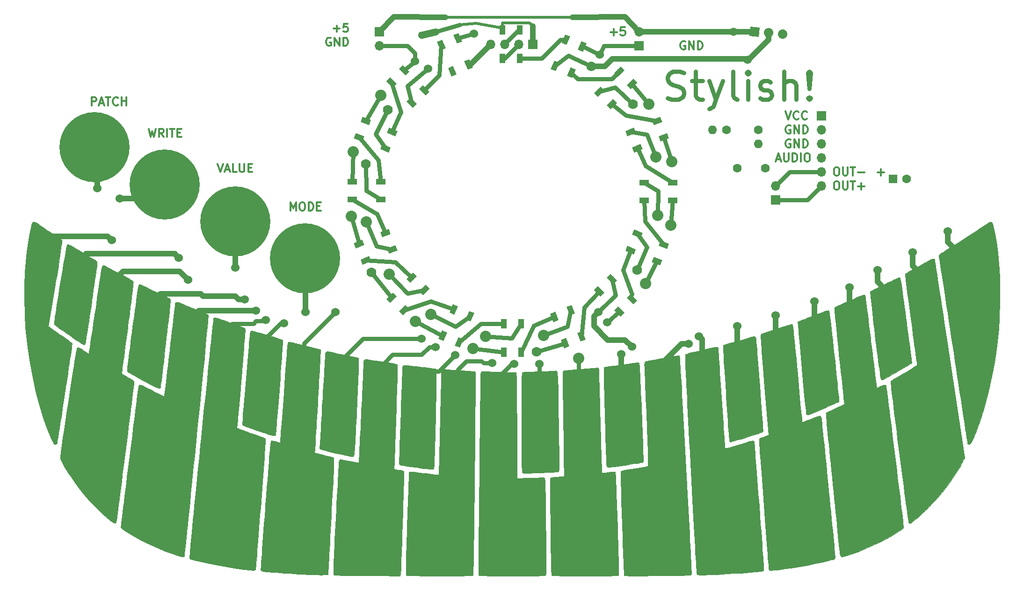
<source format=gbr>
G04 #@! TF.GenerationSoftware,KiCad,Pcbnew,(6.0.0-rc1-dev-454-g181ce46b9)*
G04 #@! TF.CreationDate,2018-09-10T02:16:32-07:00*
G04 #@! TF.ProjectId,Stylish-Belt-Synth - Full,5374796C6973682D42656C742D53796E,rev?*
G04 #@! TF.SameCoordinates,Original*
G04 #@! TF.FileFunction,Copper,L1,Top,Signal*
G04 #@! TF.FilePolarity,Positive*
%FSLAX46Y46*%
G04 Gerber Fmt 4.6, Leading zero omitted, Abs format (unit mm)*
G04 Created by KiCad (PCBNEW (6.0.0-rc1-dev-454-g181ce46b9)) date 09/10/18 02:16:32*
%MOMM*%
%LPD*%
G01*
G04 APERTURE LIST*
G04 #@! TA.AperFunction,NonConductor*
%ADD10C,0.762000*%
G04 #@! TD*
G04 #@! TA.AperFunction,NonConductor*
%ADD11C,0.300000*%
G04 #@! TD*
G04 #@! TA.AperFunction,EtchedComponent*
%ADD12C,0.010000*%
G04 #@! TD*
G04 #@! TA.AperFunction,BGAPad,CuDef*
%ADD13C,1.524000*%
G04 #@! TD*
G04 #@! TA.AperFunction,BGAPad,CuDef*
%ADD14C,12.700000*%
G04 #@! TD*
G04 #@! TA.AperFunction,ComponentPad*
%ADD15C,1.600000*%
G04 #@! TD*
G04 #@! TA.AperFunction,ComponentPad*
%ADD16O,1.600000X1.600000*%
G04 #@! TD*
G04 #@! TA.AperFunction,ComponentPad*
%ADD17R,1.600000X1.600000*%
G04 #@! TD*
G04 #@! TA.AperFunction,ComponentPad*
%ADD18C,1.700000*%
G04 #@! TD*
G04 #@! TA.AperFunction,Conductor*
%ADD19C,0.100000*%
G04 #@! TD*
G04 #@! TA.AperFunction,Conductor*
%ADD20C,1.700000*%
G04 #@! TD*
G04 #@! TA.AperFunction,ComponentPad*
%ADD21R,1.700000X1.700000*%
G04 #@! TD*
G04 #@! TA.AperFunction,ComponentPad*
%ADD22O,1.700000X1.700000*%
G04 #@! TD*
G04 #@! TA.AperFunction,SMDPad,CuDef*
%ADD23C,1.000000*%
G04 #@! TD*
G04 #@! TA.AperFunction,SMDPad,CuDef*
%ADD24R,1.651000X1.000000*%
G04 #@! TD*
G04 #@! TA.AperFunction,SMDPad,CuDef*
%ADD25R,1.000000X1.651000*%
G04 #@! TD*
G04 #@! TA.AperFunction,ViaPad*
%ADD26C,1.524000*%
G04 #@! TD*
G04 #@! TA.AperFunction,ViaPad*
%ADD27C,2.032000*%
G04 #@! TD*
G04 #@! TA.AperFunction,ViaPad*
%ADD28C,1.778000*%
G04 #@! TD*
G04 #@! TA.AperFunction,ViaPad*
%ADD29C,1.270000*%
G04 #@! TD*
G04 #@! TA.AperFunction,Conductor*
%ADD30C,0.762000*%
G04 #@! TD*
G04 #@! TA.AperFunction,Conductor*
%ADD31C,1.016000*%
G04 #@! TD*
G04 #@! TA.AperFunction,Conductor*
%ADD32C,0.508000*%
G04 #@! TD*
G04 #@! TA.AperFunction,Conductor*
%ADD33C,1.270000*%
G04 #@! TD*
G04 APERTURE END LIST*
D10*
X176694495Y-69239190D02*
X177420209Y-69481095D01*
X178629733Y-69481095D01*
X179113542Y-69239190D01*
X179355447Y-68997285D01*
X179597352Y-68513476D01*
X179597352Y-68029666D01*
X179355447Y-67545857D01*
X179113542Y-67303952D01*
X178629733Y-67062047D01*
X177662114Y-66820142D01*
X177178304Y-66578238D01*
X176936400Y-66336333D01*
X176694495Y-65852523D01*
X176694495Y-65368714D01*
X176936400Y-64884904D01*
X177178304Y-64643000D01*
X177662114Y-64401095D01*
X178871638Y-64401095D01*
X179597352Y-64643000D01*
X181048780Y-66094428D02*
X182984019Y-66094428D01*
X181774495Y-64401095D02*
X181774495Y-68755380D01*
X182016400Y-69239190D01*
X182500209Y-69481095D01*
X182984019Y-69481095D01*
X184193542Y-66094428D02*
X185403066Y-69481095D01*
X186612590Y-66094428D02*
X185403066Y-69481095D01*
X184919257Y-70690619D01*
X184677352Y-70932523D01*
X184193542Y-71174428D01*
X189273542Y-69481095D02*
X188789733Y-69239190D01*
X188547828Y-68755380D01*
X188547828Y-64401095D01*
X191208780Y-69481095D02*
X191208780Y-66094428D01*
X191208780Y-64401095D02*
X190966876Y-64643000D01*
X191208780Y-64884904D01*
X191450685Y-64643000D01*
X191208780Y-64401095D01*
X191208780Y-64884904D01*
X193385923Y-69239190D02*
X193869733Y-69481095D01*
X194837352Y-69481095D01*
X195321161Y-69239190D01*
X195563066Y-68755380D01*
X195563066Y-68513476D01*
X195321161Y-68029666D01*
X194837352Y-67787761D01*
X194111638Y-67787761D01*
X193627828Y-67545857D01*
X193385923Y-67062047D01*
X193385923Y-66820142D01*
X193627828Y-66336333D01*
X194111638Y-66094428D01*
X194837352Y-66094428D01*
X195321161Y-66336333D01*
X197740209Y-69481095D02*
X197740209Y-64401095D01*
X199917352Y-69481095D02*
X199917352Y-66820142D01*
X199675447Y-66336333D01*
X199191638Y-66094428D01*
X198465923Y-66094428D01*
X197982114Y-66336333D01*
X197740209Y-66578238D01*
X202336400Y-68997285D02*
X202578304Y-69239190D01*
X202336400Y-69481095D01*
X202094495Y-69239190D01*
X202336400Y-68997285D01*
X202336400Y-69481095D01*
X202336400Y-67545857D02*
X202094495Y-64643000D01*
X202336400Y-64401095D01*
X202578304Y-64643000D01*
X202336400Y-67545857D01*
X202336400Y-64401095D01*
D11*
X207121428Y-84268571D02*
X207407142Y-84268571D01*
X207550000Y-84340000D01*
X207692857Y-84482857D01*
X207764285Y-84768571D01*
X207764285Y-85268571D01*
X207692857Y-85554285D01*
X207550000Y-85697142D01*
X207407142Y-85768571D01*
X207121428Y-85768571D01*
X206978571Y-85697142D01*
X206835714Y-85554285D01*
X206764285Y-85268571D01*
X206764285Y-84768571D01*
X206835714Y-84482857D01*
X206978571Y-84340000D01*
X207121428Y-84268571D01*
X208407142Y-84268571D02*
X208407142Y-85482857D01*
X208478571Y-85625714D01*
X208550000Y-85697142D01*
X208692857Y-85768571D01*
X208978571Y-85768571D01*
X209121428Y-85697142D01*
X209192857Y-85625714D01*
X209264285Y-85482857D01*
X209264285Y-84268571D01*
X209764285Y-84268571D02*
X210621428Y-84268571D01*
X210192857Y-85768571D02*
X210192857Y-84268571D01*
X211121428Y-85197142D02*
X212264285Y-85197142D01*
X211692857Y-85768571D02*
X211692857Y-84625714D01*
X207121428Y-81728571D02*
X207407142Y-81728571D01*
X207550000Y-81800000D01*
X207692857Y-81942857D01*
X207764285Y-82228571D01*
X207764285Y-82728571D01*
X207692857Y-83014285D01*
X207550000Y-83157142D01*
X207407142Y-83228571D01*
X207121428Y-83228571D01*
X206978571Y-83157142D01*
X206835714Y-83014285D01*
X206764285Y-82728571D01*
X206764285Y-82228571D01*
X206835714Y-81942857D01*
X206978571Y-81800000D01*
X207121428Y-81728571D01*
X208407142Y-81728571D02*
X208407142Y-82942857D01*
X208478571Y-83085714D01*
X208550000Y-83157142D01*
X208692857Y-83228571D01*
X208978571Y-83228571D01*
X209121428Y-83157142D01*
X209192857Y-83085714D01*
X209264285Y-82942857D01*
X209264285Y-81728571D01*
X209764285Y-81728571D02*
X210621428Y-81728571D01*
X210192857Y-83228571D02*
X210192857Y-81728571D01*
X211121428Y-82657142D02*
X212264285Y-82657142D01*
X196354285Y-80260000D02*
X197068571Y-80260000D01*
X196211428Y-80688571D02*
X196711428Y-79188571D01*
X197211428Y-80688571D01*
X197711428Y-79188571D02*
X197711428Y-80402857D01*
X197782857Y-80545714D01*
X197854285Y-80617142D01*
X197997142Y-80688571D01*
X198282857Y-80688571D01*
X198425714Y-80617142D01*
X198497142Y-80545714D01*
X198568571Y-80402857D01*
X198568571Y-79188571D01*
X199282857Y-80688571D02*
X199282857Y-79188571D01*
X199640000Y-79188571D01*
X199854285Y-79260000D01*
X199997142Y-79402857D01*
X200068571Y-79545714D01*
X200140000Y-79831428D01*
X200140000Y-80045714D01*
X200068571Y-80331428D01*
X199997142Y-80474285D01*
X199854285Y-80617142D01*
X199640000Y-80688571D01*
X199282857Y-80688571D01*
X200782857Y-80688571D02*
X200782857Y-79188571D01*
X201782857Y-79188571D02*
X202068571Y-79188571D01*
X202211428Y-79260000D01*
X202354285Y-79402857D01*
X202425714Y-79688571D01*
X202425714Y-80188571D01*
X202354285Y-80474285D01*
X202211428Y-80617142D01*
X202068571Y-80688571D01*
X201782857Y-80688571D01*
X201640000Y-80617142D01*
X201497142Y-80474285D01*
X201425714Y-80188571D01*
X201425714Y-79688571D01*
X201497142Y-79402857D01*
X201640000Y-79260000D01*
X201782857Y-79188571D01*
X198882142Y-76720000D02*
X198739285Y-76648571D01*
X198525000Y-76648571D01*
X198310714Y-76720000D01*
X198167857Y-76862857D01*
X198096428Y-77005714D01*
X198025000Y-77291428D01*
X198025000Y-77505714D01*
X198096428Y-77791428D01*
X198167857Y-77934285D01*
X198310714Y-78077142D01*
X198525000Y-78148571D01*
X198667857Y-78148571D01*
X198882142Y-78077142D01*
X198953571Y-78005714D01*
X198953571Y-77505714D01*
X198667857Y-77505714D01*
X199596428Y-78148571D02*
X199596428Y-76648571D01*
X200453571Y-78148571D01*
X200453571Y-76648571D01*
X201167857Y-78148571D02*
X201167857Y-76648571D01*
X201525000Y-76648571D01*
X201739285Y-76720000D01*
X201882142Y-76862857D01*
X201953571Y-77005714D01*
X202025000Y-77291428D01*
X202025000Y-77505714D01*
X201953571Y-77791428D01*
X201882142Y-77934285D01*
X201739285Y-78077142D01*
X201525000Y-78148571D01*
X201167857Y-78148571D01*
X198882142Y-74180000D02*
X198739285Y-74108571D01*
X198525000Y-74108571D01*
X198310714Y-74180000D01*
X198167857Y-74322857D01*
X198096428Y-74465714D01*
X198025000Y-74751428D01*
X198025000Y-74965714D01*
X198096428Y-75251428D01*
X198167857Y-75394285D01*
X198310714Y-75537142D01*
X198525000Y-75608571D01*
X198667857Y-75608571D01*
X198882142Y-75537142D01*
X198953571Y-75465714D01*
X198953571Y-74965714D01*
X198667857Y-74965714D01*
X199596428Y-75608571D02*
X199596428Y-74108571D01*
X200453571Y-75608571D01*
X200453571Y-74108571D01*
X201167857Y-75608571D02*
X201167857Y-74108571D01*
X201525000Y-74108571D01*
X201739285Y-74180000D01*
X201882142Y-74322857D01*
X201953571Y-74465714D01*
X202025000Y-74751428D01*
X202025000Y-74965714D01*
X201953571Y-75251428D01*
X201882142Y-75394285D01*
X201739285Y-75537142D01*
X201525000Y-75608571D01*
X201167857Y-75608571D01*
X198025000Y-71568571D02*
X198525000Y-73068571D01*
X199025000Y-71568571D01*
X200382142Y-72925714D02*
X200310714Y-72997142D01*
X200096428Y-73068571D01*
X199953571Y-73068571D01*
X199739285Y-72997142D01*
X199596428Y-72854285D01*
X199525000Y-72711428D01*
X199453571Y-72425714D01*
X199453571Y-72211428D01*
X199525000Y-71925714D01*
X199596428Y-71782857D01*
X199739285Y-71640000D01*
X199953571Y-71568571D01*
X200096428Y-71568571D01*
X200310714Y-71640000D01*
X200382142Y-71711428D01*
X201882142Y-72925714D02*
X201810714Y-72997142D01*
X201596428Y-73068571D01*
X201453571Y-73068571D01*
X201239285Y-72997142D01*
X201096428Y-72854285D01*
X201025000Y-72711428D01*
X200953571Y-72425714D01*
X200953571Y-72211428D01*
X201025000Y-71925714D01*
X201096428Y-71782857D01*
X201239285Y-71640000D01*
X201453571Y-71568571D01*
X201596428Y-71568571D01*
X201810714Y-71640000D01*
X201882142Y-71711428D01*
X214693571Y-82657142D02*
X215836428Y-82657142D01*
X215265000Y-83228571D02*
X215265000Y-82085714D01*
X108410714Y-89578571D02*
X108410714Y-88078571D01*
X108910714Y-89150000D01*
X109410714Y-88078571D01*
X109410714Y-89578571D01*
X110410714Y-88078571D02*
X110696428Y-88078571D01*
X110839285Y-88150000D01*
X110982142Y-88292857D01*
X111053571Y-88578571D01*
X111053571Y-89078571D01*
X110982142Y-89364285D01*
X110839285Y-89507142D01*
X110696428Y-89578571D01*
X110410714Y-89578571D01*
X110267857Y-89507142D01*
X110125000Y-89364285D01*
X110053571Y-89078571D01*
X110053571Y-88578571D01*
X110125000Y-88292857D01*
X110267857Y-88150000D01*
X110410714Y-88078571D01*
X111696428Y-89578571D02*
X111696428Y-88078571D01*
X112053571Y-88078571D01*
X112267857Y-88150000D01*
X112410714Y-88292857D01*
X112482142Y-88435714D01*
X112553571Y-88721428D01*
X112553571Y-88935714D01*
X112482142Y-89221428D01*
X112410714Y-89364285D01*
X112267857Y-89507142D01*
X112053571Y-89578571D01*
X111696428Y-89578571D01*
X113196428Y-88792857D02*
X113696428Y-88792857D01*
X113910714Y-89578571D02*
X113196428Y-89578571D01*
X113196428Y-88078571D01*
X113910714Y-88078571D01*
X95210714Y-81093571D02*
X95710714Y-82593571D01*
X96210714Y-81093571D01*
X96639285Y-82165000D02*
X97353571Y-82165000D01*
X96496428Y-82593571D02*
X96996428Y-81093571D01*
X97496428Y-82593571D01*
X98710714Y-82593571D02*
X97996428Y-82593571D01*
X97996428Y-81093571D01*
X99210714Y-81093571D02*
X99210714Y-82307857D01*
X99282142Y-82450714D01*
X99353571Y-82522142D01*
X99496428Y-82593571D01*
X99782142Y-82593571D01*
X99925000Y-82522142D01*
X99996428Y-82450714D01*
X100067857Y-82307857D01*
X100067857Y-81093571D01*
X100782142Y-81807857D02*
X101282142Y-81807857D01*
X101496428Y-82593571D02*
X100782142Y-82593571D01*
X100782142Y-81093571D01*
X101496428Y-81093571D01*
X82725000Y-74743571D02*
X83082142Y-76243571D01*
X83367857Y-75172142D01*
X83653571Y-76243571D01*
X84010714Y-74743571D01*
X85439285Y-76243571D02*
X84939285Y-75529285D01*
X84582142Y-76243571D02*
X84582142Y-74743571D01*
X85153571Y-74743571D01*
X85296428Y-74815000D01*
X85367857Y-74886428D01*
X85439285Y-75029285D01*
X85439285Y-75243571D01*
X85367857Y-75386428D01*
X85296428Y-75457857D01*
X85153571Y-75529285D01*
X84582142Y-75529285D01*
X86082142Y-76243571D02*
X86082142Y-74743571D01*
X86582142Y-74743571D02*
X87439285Y-74743571D01*
X87010714Y-76243571D02*
X87010714Y-74743571D01*
X87939285Y-75457857D02*
X88439285Y-75457857D01*
X88653571Y-76243571D02*
X87939285Y-76243571D01*
X87939285Y-74743571D01*
X88653571Y-74743571D01*
X72422142Y-70528571D02*
X72422142Y-69028571D01*
X72993571Y-69028571D01*
X73136428Y-69100000D01*
X73207857Y-69171428D01*
X73279285Y-69314285D01*
X73279285Y-69528571D01*
X73207857Y-69671428D01*
X73136428Y-69742857D01*
X72993571Y-69814285D01*
X72422142Y-69814285D01*
X73850714Y-70100000D02*
X74565000Y-70100000D01*
X73707857Y-70528571D02*
X74207857Y-69028571D01*
X74707857Y-70528571D01*
X74993571Y-69028571D02*
X75850714Y-69028571D01*
X75422142Y-70528571D02*
X75422142Y-69028571D01*
X77207857Y-70385714D02*
X77136428Y-70457142D01*
X76922142Y-70528571D01*
X76779285Y-70528571D01*
X76565000Y-70457142D01*
X76422142Y-70314285D01*
X76350714Y-70171428D01*
X76279285Y-69885714D01*
X76279285Y-69671428D01*
X76350714Y-69385714D01*
X76422142Y-69242857D01*
X76565000Y-69100000D01*
X76779285Y-69028571D01*
X76922142Y-69028571D01*
X77136428Y-69100000D01*
X77207857Y-69171428D01*
X77850714Y-70528571D02*
X77850714Y-69028571D01*
X77850714Y-69742857D02*
X78707857Y-69742857D01*
X78707857Y-70528571D02*
X78707857Y-69028571D01*
X115697142Y-58305000D02*
X115554285Y-58233571D01*
X115340000Y-58233571D01*
X115125714Y-58305000D01*
X114982857Y-58447857D01*
X114911428Y-58590714D01*
X114840000Y-58876428D01*
X114840000Y-59090714D01*
X114911428Y-59376428D01*
X114982857Y-59519285D01*
X115125714Y-59662142D01*
X115340000Y-59733571D01*
X115482857Y-59733571D01*
X115697142Y-59662142D01*
X115768571Y-59590714D01*
X115768571Y-59090714D01*
X115482857Y-59090714D01*
X116411428Y-59733571D02*
X116411428Y-58233571D01*
X117268571Y-59733571D01*
X117268571Y-58233571D01*
X117982857Y-59733571D02*
X117982857Y-58233571D01*
X118340000Y-58233571D01*
X118554285Y-58305000D01*
X118697142Y-58447857D01*
X118768571Y-58590714D01*
X118840000Y-58876428D01*
X118840000Y-59090714D01*
X118768571Y-59376428D01*
X118697142Y-59519285D01*
X118554285Y-59662142D01*
X118340000Y-59733571D01*
X117982857Y-59733571D01*
X116189285Y-56622142D02*
X117332142Y-56622142D01*
X116760714Y-57193571D02*
X116760714Y-56050714D01*
X118760714Y-55693571D02*
X118046428Y-55693571D01*
X117975000Y-56407857D01*
X118046428Y-56336428D01*
X118189285Y-56265000D01*
X118546428Y-56265000D01*
X118689285Y-56336428D01*
X118760714Y-56407857D01*
X118832142Y-56550714D01*
X118832142Y-56907857D01*
X118760714Y-57050714D01*
X118689285Y-57122142D01*
X118546428Y-57193571D01*
X118189285Y-57193571D01*
X118046428Y-57122142D01*
X117975000Y-57050714D01*
X166354285Y-57257142D02*
X167497142Y-57257142D01*
X166925714Y-57828571D02*
X166925714Y-56685714D01*
X168925714Y-56328571D02*
X168211428Y-56328571D01*
X168140000Y-57042857D01*
X168211428Y-56971428D01*
X168354285Y-56900000D01*
X168711428Y-56900000D01*
X168854285Y-56971428D01*
X168925714Y-57042857D01*
X168997142Y-57185714D01*
X168997142Y-57542857D01*
X168925714Y-57685714D01*
X168854285Y-57757142D01*
X168711428Y-57828571D01*
X168354285Y-57828571D01*
X168211428Y-57757142D01*
X168140000Y-57685714D01*
X179832142Y-58940000D02*
X179689285Y-58868571D01*
X179475000Y-58868571D01*
X179260714Y-58940000D01*
X179117857Y-59082857D01*
X179046428Y-59225714D01*
X178975000Y-59511428D01*
X178975000Y-59725714D01*
X179046428Y-60011428D01*
X179117857Y-60154285D01*
X179260714Y-60297142D01*
X179475000Y-60368571D01*
X179617857Y-60368571D01*
X179832142Y-60297142D01*
X179903571Y-60225714D01*
X179903571Y-59725714D01*
X179617857Y-59725714D01*
X180546428Y-60368571D02*
X180546428Y-58868571D01*
X181403571Y-60368571D01*
X181403571Y-58868571D01*
X182117857Y-60368571D02*
X182117857Y-58868571D01*
X182475000Y-58868571D01*
X182689285Y-58940000D01*
X182832142Y-59082857D01*
X182903571Y-59225714D01*
X182975000Y-59511428D01*
X182975000Y-59725714D01*
X182903571Y-60011428D01*
X182832142Y-60154285D01*
X182689285Y-60297142D01*
X182475000Y-60368571D01*
X182117857Y-60368571D01*
D12*
G04 #@! TO.C,KB1*
G36*
X68304885Y-95750643D02*
X68538379Y-95879726D01*
X68873124Y-96071951D01*
X69288679Y-96314994D01*
X69764601Y-96596534D01*
X70280449Y-96904246D01*
X70815780Y-97225809D01*
X71350152Y-97548898D01*
X71863123Y-97861190D01*
X72334251Y-98150364D01*
X72743094Y-98404095D01*
X73069210Y-98610061D01*
X73292156Y-98755938D01*
X73391492Y-98829403D01*
X73393713Y-98832105D01*
X73392779Y-98930078D01*
X73368491Y-99180799D01*
X73322973Y-99569610D01*
X73258351Y-100081854D01*
X73176748Y-100702872D01*
X73080288Y-101418007D01*
X72971097Y-102212601D01*
X72851297Y-103071996D01*
X72723015Y-103981535D01*
X72588373Y-104926559D01*
X72449497Y-105892412D01*
X72308511Y-106864434D01*
X72167539Y-107827969D01*
X72028706Y-108768359D01*
X71894136Y-109670945D01*
X71765953Y-110521071D01*
X71646281Y-111304078D01*
X71537246Y-112005308D01*
X71440971Y-112610105D01*
X71359580Y-113103809D01*
X71295199Y-113471764D01*
X71249951Y-113699311D01*
X71228626Y-113770834D01*
X71072826Y-113864723D01*
X70996031Y-113876667D01*
X70887975Y-113830246D01*
X70662316Y-113699856D01*
X70340053Y-113498808D01*
X69942185Y-113240413D01*
X69489710Y-112937981D01*
X69159423Y-112712500D01*
X68361003Y-112162225D01*
X67691349Y-111699021D01*
X67139257Y-111314662D01*
X66693520Y-111000922D01*
X66342934Y-110749574D01*
X66076294Y-110552392D01*
X65882394Y-110401148D01*
X65750029Y-110287618D01*
X65667994Y-110203573D01*
X65625084Y-110140788D01*
X65613231Y-110109000D01*
X65618888Y-109995496D01*
X65650488Y-109730829D01*
X65705575Y-109330000D01*
X65781697Y-108808013D01*
X65876399Y-108179868D01*
X65987228Y-107460567D01*
X66111730Y-106665114D01*
X66247450Y-105808508D01*
X66391936Y-104905754D01*
X66542732Y-103971851D01*
X66697386Y-103021803D01*
X66853443Y-102070612D01*
X67008449Y-101133278D01*
X67159951Y-100224805D01*
X67305494Y-99360193D01*
X67442625Y-98554446D01*
X67568890Y-97822564D01*
X67681835Y-97179551D01*
X67779006Y-96640407D01*
X67857949Y-96220134D01*
X67916210Y-95933736D01*
X67951336Y-95796213D01*
X67955856Y-95787253D01*
X68104944Y-95697852D01*
X68193086Y-95697026D01*
X68304885Y-95750643D01*
X68304885Y-95750643D01*
G37*
X68304885Y-95750643D02*
X68538379Y-95879726D01*
X68873124Y-96071951D01*
X69288679Y-96314994D01*
X69764601Y-96596534D01*
X70280449Y-96904246D01*
X70815780Y-97225809D01*
X71350152Y-97548898D01*
X71863123Y-97861190D01*
X72334251Y-98150364D01*
X72743094Y-98404095D01*
X73069210Y-98610061D01*
X73292156Y-98755938D01*
X73391492Y-98829403D01*
X73393713Y-98832105D01*
X73392779Y-98930078D01*
X73368491Y-99180799D01*
X73322973Y-99569610D01*
X73258351Y-100081854D01*
X73176748Y-100702872D01*
X73080288Y-101418007D01*
X72971097Y-102212601D01*
X72851297Y-103071996D01*
X72723015Y-103981535D01*
X72588373Y-104926559D01*
X72449497Y-105892412D01*
X72308511Y-106864434D01*
X72167539Y-107827969D01*
X72028706Y-108768359D01*
X71894136Y-109670945D01*
X71765953Y-110521071D01*
X71646281Y-111304078D01*
X71537246Y-112005308D01*
X71440971Y-112610105D01*
X71359580Y-113103809D01*
X71295199Y-113471764D01*
X71249951Y-113699311D01*
X71228626Y-113770834D01*
X71072826Y-113864723D01*
X70996031Y-113876667D01*
X70887975Y-113830246D01*
X70662316Y-113699856D01*
X70340053Y-113498808D01*
X69942185Y-113240413D01*
X69489710Y-112937981D01*
X69159423Y-112712500D01*
X68361003Y-112162225D01*
X67691349Y-111699021D01*
X67139257Y-111314662D01*
X66693520Y-111000922D01*
X66342934Y-110749574D01*
X66076294Y-110552392D01*
X65882394Y-110401148D01*
X65750029Y-110287618D01*
X65667994Y-110203573D01*
X65625084Y-110140788D01*
X65613231Y-110109000D01*
X65618888Y-109995496D01*
X65650488Y-109730829D01*
X65705575Y-109330000D01*
X65781697Y-108808013D01*
X65876399Y-108179868D01*
X65987228Y-107460567D01*
X66111730Y-106665114D01*
X66247450Y-105808508D01*
X66391936Y-104905754D01*
X66542732Y-103971851D01*
X66697386Y-103021803D01*
X66853443Y-102070612D01*
X67008449Y-101133278D01*
X67159951Y-100224805D01*
X67305494Y-99360193D01*
X67442625Y-98554446D01*
X67568890Y-97822564D01*
X67681835Y-97179551D01*
X67779006Y-96640407D01*
X67857949Y-96220134D01*
X67916210Y-95933736D01*
X67951336Y-95796213D01*
X67955856Y-95787253D01*
X68104944Y-95697852D01*
X68193086Y-95697026D01*
X68304885Y-95750643D01*
G36*
X218699639Y-101792647D02*
X218747565Y-101854000D01*
X218771516Y-101959110D01*
X218815212Y-102217182D01*
X218876687Y-102613644D01*
X218953976Y-103133926D01*
X219045113Y-103763457D01*
X219148132Y-104487665D01*
X219261069Y-105291978D01*
X219381958Y-106161827D01*
X219508833Y-107082640D01*
X219639729Y-108039845D01*
X219772680Y-109018871D01*
X219905721Y-110005148D01*
X220036886Y-110984104D01*
X220164210Y-111941168D01*
X220285727Y-112861769D01*
X220399472Y-113731336D01*
X220503480Y-114535297D01*
X220595784Y-115259081D01*
X220674420Y-115888118D01*
X220737421Y-116407836D01*
X220782823Y-116803664D01*
X220808660Y-117061030D01*
X220812966Y-117165364D01*
X220812921Y-117165503D01*
X220726584Y-117254082D01*
X220518538Y-117407166D01*
X220215134Y-117607083D01*
X219842720Y-117836163D01*
X219603256Y-117976715D01*
X218859405Y-118403654D01*
X218153787Y-118804484D01*
X217500882Y-119171266D01*
X216915171Y-119496064D01*
X216411135Y-119770940D01*
X216003255Y-119987958D01*
X215706011Y-120139181D01*
X215533885Y-120216670D01*
X215500694Y-120225370D01*
X215333964Y-120181243D01*
X215276557Y-120150935D01*
X215245740Y-120055433D01*
X215197920Y-119805987D01*
X215134831Y-119416873D01*
X215058208Y-118902364D01*
X214969786Y-118276736D01*
X214871300Y-117554262D01*
X214764484Y-116749218D01*
X214651073Y-115875878D01*
X214532801Y-114948516D01*
X214411403Y-113981408D01*
X214288615Y-112988828D01*
X214166169Y-111985050D01*
X214045803Y-110984350D01*
X213929248Y-110001001D01*
X213818242Y-109049279D01*
X213714517Y-108143457D01*
X213619810Y-107297812D01*
X213535854Y-106526616D01*
X213464384Y-105844145D01*
X213407135Y-105264674D01*
X213365842Y-104802476D01*
X213342239Y-104471828D01*
X213338061Y-104287002D01*
X213344590Y-104252756D01*
X213455991Y-104179419D01*
X213694757Y-104046492D01*
X214039051Y-103864694D01*
X214467036Y-103644744D01*
X214956875Y-103397360D01*
X215486731Y-103133262D01*
X216034768Y-102863168D01*
X216579147Y-102597798D01*
X217098033Y-102347870D01*
X217569589Y-102124103D01*
X217971976Y-101937217D01*
X218283359Y-101797930D01*
X218481901Y-101716961D01*
X218543326Y-101700890D01*
X218699639Y-101792647D01*
X218699639Y-101792647D01*
G37*
X218699639Y-101792647D02*
X218747565Y-101854000D01*
X218771516Y-101959110D01*
X218815212Y-102217182D01*
X218876687Y-102613644D01*
X218953976Y-103133926D01*
X219045113Y-103763457D01*
X219148132Y-104487665D01*
X219261069Y-105291978D01*
X219381958Y-106161827D01*
X219508833Y-107082640D01*
X219639729Y-108039845D01*
X219772680Y-109018871D01*
X219905721Y-110005148D01*
X220036886Y-110984104D01*
X220164210Y-111941168D01*
X220285727Y-112861769D01*
X220399472Y-113731336D01*
X220503480Y-114535297D01*
X220595784Y-115259081D01*
X220674420Y-115888118D01*
X220737421Y-116407836D01*
X220782823Y-116803664D01*
X220808660Y-117061030D01*
X220812966Y-117165364D01*
X220812921Y-117165503D01*
X220726584Y-117254082D01*
X220518538Y-117407166D01*
X220215134Y-117607083D01*
X219842720Y-117836163D01*
X219603256Y-117976715D01*
X218859405Y-118403654D01*
X218153787Y-118804484D01*
X217500882Y-119171266D01*
X216915171Y-119496064D01*
X216411135Y-119770940D01*
X216003255Y-119987958D01*
X215706011Y-120139181D01*
X215533885Y-120216670D01*
X215500694Y-120225370D01*
X215333964Y-120181243D01*
X215276557Y-120150935D01*
X215245740Y-120055433D01*
X215197920Y-119805987D01*
X215134831Y-119416873D01*
X215058208Y-118902364D01*
X214969786Y-118276736D01*
X214871300Y-117554262D01*
X214764484Y-116749218D01*
X214651073Y-115875878D01*
X214532801Y-114948516D01*
X214411403Y-113981408D01*
X214288615Y-112988828D01*
X214166169Y-111985050D01*
X214045803Y-110984350D01*
X213929248Y-110001001D01*
X213818242Y-109049279D01*
X213714517Y-108143457D01*
X213619810Y-107297812D01*
X213535854Y-106526616D01*
X213464384Y-105844145D01*
X213407135Y-105264674D01*
X213365842Y-104802476D01*
X213342239Y-104471828D01*
X213338061Y-104287002D01*
X213344590Y-104252756D01*
X213455991Y-104179419D01*
X213694757Y-104046492D01*
X214039051Y-103864694D01*
X214467036Y-103644744D01*
X214956875Y-103397360D01*
X215486731Y-103133262D01*
X216034768Y-102863168D01*
X216579147Y-102597798D01*
X217098033Y-102347870D01*
X217569589Y-102124103D01*
X217971976Y-101937217D01*
X218283359Y-101797930D01*
X218481901Y-101716961D01*
X218543326Y-101700890D01*
X218699639Y-101792647D01*
G36*
X81209635Y-102990282D02*
X81441698Y-103090426D01*
X81782034Y-103245043D01*
X82208769Y-103444079D01*
X82700026Y-103677480D01*
X83108187Y-103874138D01*
X83679660Y-104149823D01*
X84245136Y-104420283D01*
X84772510Y-104670336D01*
X85229682Y-104884801D01*
X85584547Y-105048497D01*
X85725000Y-105111617D01*
X86059888Y-105267566D01*
X86346466Y-105415512D01*
X86540641Y-105532087D01*
X86586019Y-105567979D01*
X86608897Y-105599432D01*
X86626305Y-105651023D01*
X86637272Y-105732857D01*
X86640829Y-105855041D01*
X86636004Y-106027681D01*
X86621827Y-106260883D01*
X86597327Y-106564754D01*
X86561533Y-106949399D01*
X86513476Y-107424924D01*
X86452184Y-108001437D01*
X86376687Y-108689042D01*
X86286013Y-109497847D01*
X86179194Y-110437956D01*
X86055258Y-111519477D01*
X85913234Y-112752516D01*
X85810887Y-113638917D01*
X85678509Y-114780663D01*
X85550710Y-115875061D01*
X85428917Y-116910338D01*
X85314555Y-117874722D01*
X85209051Y-118756441D01*
X85113832Y-119543721D01*
X85030322Y-120224791D01*
X84959949Y-120787877D01*
X84904138Y-121221208D01*
X84864316Y-121513011D01*
X84841909Y-121651513D01*
X84839039Y-121661084D01*
X84761110Y-121726169D01*
X84627819Y-121739462D01*
X84424660Y-121695396D01*
X84137127Y-121588401D01*
X83750715Y-121412909D01*
X83250918Y-121163353D01*
X82623231Y-120834162D01*
X82465334Y-120749857D01*
X81514964Y-120239123D01*
X80705253Y-119799658D01*
X80037933Y-119432433D01*
X79514737Y-119138419D01*
X79137396Y-118918589D01*
X78907643Y-118773915D01*
X78829165Y-118709945D01*
X78830701Y-118612659D01*
X78853587Y-118362002D01*
X78895920Y-117972329D01*
X78955795Y-117457998D01*
X79031311Y-116833366D01*
X79120562Y-116112789D01*
X79221647Y-115310625D01*
X79332661Y-114441231D01*
X79451702Y-113518963D01*
X79576865Y-112558179D01*
X79706247Y-111573235D01*
X79837945Y-110578488D01*
X79970056Y-109588295D01*
X80100676Y-108617014D01*
X80227902Y-107679001D01*
X80349830Y-106788614D01*
X80464557Y-105960208D01*
X80570179Y-105208142D01*
X80664794Y-104546771D01*
X80746497Y-103990454D01*
X80813386Y-103553547D01*
X80863556Y-103250406D01*
X80895106Y-103095389D01*
X80901515Y-103078637D01*
X81038383Y-102973100D01*
X81107721Y-102954667D01*
X81209635Y-102990282D01*
X81209635Y-102990282D01*
G37*
X81209635Y-102990282D02*
X81441698Y-103090426D01*
X81782034Y-103245043D01*
X82208769Y-103444079D01*
X82700026Y-103677480D01*
X83108187Y-103874138D01*
X83679660Y-104149823D01*
X84245136Y-104420283D01*
X84772510Y-104670336D01*
X85229682Y-104884801D01*
X85584547Y-105048497D01*
X85725000Y-105111617D01*
X86059888Y-105267566D01*
X86346466Y-105415512D01*
X86540641Y-105532087D01*
X86586019Y-105567979D01*
X86608897Y-105599432D01*
X86626305Y-105651023D01*
X86637272Y-105732857D01*
X86640829Y-105855041D01*
X86636004Y-106027681D01*
X86621827Y-106260883D01*
X86597327Y-106564754D01*
X86561533Y-106949399D01*
X86513476Y-107424924D01*
X86452184Y-108001437D01*
X86376687Y-108689042D01*
X86286013Y-109497847D01*
X86179194Y-110437956D01*
X86055258Y-111519477D01*
X85913234Y-112752516D01*
X85810887Y-113638917D01*
X85678509Y-114780663D01*
X85550710Y-115875061D01*
X85428917Y-116910338D01*
X85314555Y-117874722D01*
X85209051Y-118756441D01*
X85113832Y-119543721D01*
X85030322Y-120224791D01*
X84959949Y-120787877D01*
X84904138Y-121221208D01*
X84864316Y-121513011D01*
X84841909Y-121651513D01*
X84839039Y-121661084D01*
X84761110Y-121726169D01*
X84627819Y-121739462D01*
X84424660Y-121695396D01*
X84137127Y-121588401D01*
X83750715Y-121412909D01*
X83250918Y-121163353D01*
X82623231Y-120834162D01*
X82465334Y-120749857D01*
X81514964Y-120239123D01*
X80705253Y-119799658D01*
X80037933Y-119432433D01*
X79514737Y-119138419D01*
X79137396Y-118918589D01*
X78907643Y-118773915D01*
X78829165Y-118709945D01*
X78830701Y-118612659D01*
X78853587Y-118362002D01*
X78895920Y-117972329D01*
X78955795Y-117457998D01*
X79031311Y-116833366D01*
X79120562Y-116112789D01*
X79221647Y-115310625D01*
X79332661Y-114441231D01*
X79451702Y-113518963D01*
X79576865Y-112558179D01*
X79706247Y-111573235D01*
X79837945Y-110578488D01*
X79970056Y-109588295D01*
X80100676Y-108617014D01*
X80227902Y-107679001D01*
X80349830Y-106788614D01*
X80464557Y-105960208D01*
X80570179Y-105208142D01*
X80664794Y-104546771D01*
X80746497Y-103990454D01*
X80813386Y-103553547D01*
X80863556Y-103250406D01*
X80895106Y-103095389D01*
X80901515Y-103078637D01*
X81038383Y-102973100D01*
X81107721Y-102954667D01*
X81209635Y-102990282D01*
G36*
X205792625Y-107682829D02*
X205832949Y-107710330D01*
X205859814Y-107773761D01*
X205893429Y-107921562D01*
X205934726Y-108161397D01*
X205984633Y-108500929D01*
X206044082Y-108947822D01*
X206114002Y-109509740D01*
X206195325Y-110194346D01*
X206288980Y-111009303D01*
X206395899Y-111962274D01*
X206517010Y-113060925D01*
X206653245Y-114312917D01*
X206801618Y-115689440D01*
X206923958Y-116832232D01*
X207040972Y-117932138D01*
X207151389Y-118976822D01*
X207253938Y-119953947D01*
X207347348Y-120851178D01*
X207430349Y-121656179D01*
X207501670Y-122356612D01*
X207560040Y-122940143D01*
X207604188Y-123394435D01*
X207632844Y-123707151D01*
X207644737Y-123865956D01*
X207645000Y-123876769D01*
X207645000Y-124210275D01*
X206988834Y-124511604D01*
X206424805Y-124767224D01*
X205820541Y-125035127D01*
X205196996Y-125306588D01*
X204575126Y-125572882D01*
X203975886Y-125825285D01*
X203420232Y-126055072D01*
X202929118Y-126253518D01*
X202523501Y-126411899D01*
X202224335Y-126521489D01*
X202052577Y-126573564D01*
X202028910Y-126576667D01*
X201849793Y-126552057D01*
X201769643Y-126506525D01*
X201753947Y-126410933D01*
X201724516Y-126160643D01*
X201682643Y-125769623D01*
X201629622Y-125251839D01*
X201566747Y-124621259D01*
X201495310Y-123891849D01*
X201416605Y-123077577D01*
X201331926Y-122192410D01*
X201242567Y-121250315D01*
X201149820Y-120265260D01*
X201054979Y-119251211D01*
X200959339Y-118222136D01*
X200864191Y-117192001D01*
X200770830Y-116174775D01*
X200680550Y-115184423D01*
X200594643Y-114234914D01*
X200514404Y-113340214D01*
X200441125Y-112514291D01*
X200376101Y-111771112D01*
X200320625Y-111124643D01*
X200275989Y-110588853D01*
X200243489Y-110177707D01*
X200224417Y-109905174D01*
X200220066Y-109785221D01*
X200220725Y-109781347D01*
X200315143Y-109703016D01*
X200528079Y-109592340D01*
X200817439Y-109470623D01*
X200884253Y-109445551D01*
X201135459Y-109351567D01*
X201515044Y-109207338D01*
X201993626Y-109024137D01*
X202541820Y-108813236D01*
X203130242Y-108585908D01*
X203607165Y-108400971D01*
X204244848Y-108154510D01*
X204743625Y-107965442D01*
X205121745Y-107828106D01*
X205397456Y-107736839D01*
X205589007Y-107685979D01*
X205714647Y-107669863D01*
X205792625Y-107682829D01*
X205792625Y-107682829D01*
G37*
X205792625Y-107682829D02*
X205832949Y-107710330D01*
X205859814Y-107773761D01*
X205893429Y-107921562D01*
X205934726Y-108161397D01*
X205984633Y-108500929D01*
X206044082Y-108947822D01*
X206114002Y-109509740D01*
X206195325Y-110194346D01*
X206288980Y-111009303D01*
X206395899Y-111962274D01*
X206517010Y-113060925D01*
X206653245Y-114312917D01*
X206801618Y-115689440D01*
X206923958Y-116832232D01*
X207040972Y-117932138D01*
X207151389Y-118976822D01*
X207253938Y-119953947D01*
X207347348Y-120851178D01*
X207430349Y-121656179D01*
X207501670Y-122356612D01*
X207560040Y-122940143D01*
X207604188Y-123394435D01*
X207632844Y-123707151D01*
X207644737Y-123865956D01*
X207645000Y-123876769D01*
X207645000Y-124210275D01*
X206988834Y-124511604D01*
X206424805Y-124767224D01*
X205820541Y-125035127D01*
X205196996Y-125306588D01*
X204575126Y-125572882D01*
X203975886Y-125825285D01*
X203420232Y-126055072D01*
X202929118Y-126253518D01*
X202523501Y-126411899D01*
X202224335Y-126521489D01*
X202052577Y-126573564D01*
X202028910Y-126576667D01*
X201849793Y-126552057D01*
X201769643Y-126506525D01*
X201753947Y-126410933D01*
X201724516Y-126160643D01*
X201682643Y-125769623D01*
X201629622Y-125251839D01*
X201566747Y-124621259D01*
X201495310Y-123891849D01*
X201416605Y-123077577D01*
X201331926Y-122192410D01*
X201242567Y-121250315D01*
X201149820Y-120265260D01*
X201054979Y-119251211D01*
X200959339Y-118222136D01*
X200864191Y-117192001D01*
X200770830Y-116174775D01*
X200680550Y-115184423D01*
X200594643Y-114234914D01*
X200514404Y-113340214D01*
X200441125Y-112514291D01*
X200376101Y-111771112D01*
X200320625Y-111124643D01*
X200275989Y-110588853D01*
X200243489Y-110177707D01*
X200224417Y-109905174D01*
X200220066Y-109785221D01*
X200220725Y-109781347D01*
X200315143Y-109703016D01*
X200528079Y-109592340D01*
X200817439Y-109470623D01*
X200884253Y-109445551D01*
X201135459Y-109351567D01*
X201515044Y-109207338D01*
X201993626Y-109024137D01*
X202541820Y-108813236D01*
X203130242Y-108585908D01*
X203607165Y-108400971D01*
X204244848Y-108154510D01*
X204743625Y-107965442D01*
X205121745Y-107828106D01*
X205397456Y-107736839D01*
X205589007Y-107685979D01*
X205714647Y-107669863D01*
X205792625Y-107682829D01*
G36*
X101472354Y-111372521D02*
X101720212Y-111434257D01*
X102082501Y-111531907D01*
X102535523Y-111658498D01*
X103055581Y-111807056D01*
X103618977Y-111970607D01*
X104202015Y-112142178D01*
X104780995Y-112314795D01*
X105332221Y-112481485D01*
X105831995Y-112635274D01*
X106256620Y-112769189D01*
X106582397Y-112876256D01*
X106785631Y-112949502D01*
X106785834Y-112949583D01*
X106941957Y-113083452D01*
X106977746Y-113261018D01*
X106972030Y-113435898D01*
X106954424Y-113758692D01*
X106925977Y-114215565D01*
X106887741Y-114792684D01*
X106840765Y-115476213D01*
X106786100Y-116252318D01*
X106724796Y-117107163D01*
X106657904Y-118026915D01*
X106586474Y-118997739D01*
X106511556Y-120005799D01*
X106434202Y-121037261D01*
X106355460Y-122078291D01*
X106276382Y-123115054D01*
X106198018Y-124133714D01*
X106121418Y-125120438D01*
X106047633Y-126061390D01*
X105977713Y-126942737D01*
X105912709Y-127750642D01*
X105853670Y-128471272D01*
X105801648Y-129090792D01*
X105757692Y-129595367D01*
X105722853Y-129971163D01*
X105698182Y-130204344D01*
X105685542Y-130280834D01*
X105619229Y-130336935D01*
X105518735Y-130365136D01*
X105366998Y-130361331D01*
X105146955Y-130321417D01*
X104841544Y-130241292D01*
X104433701Y-130116850D01*
X103906363Y-129943990D01*
X103242469Y-129718606D01*
X102997000Y-129634239D01*
X102192696Y-129356852D01*
X101533755Y-129128343D01*
X101005263Y-128942959D01*
X100592305Y-128794947D01*
X100279967Y-128678551D01*
X100053333Y-128588018D01*
X99897489Y-128517593D01*
X99797521Y-128461524D01*
X99738514Y-128414054D01*
X99705553Y-128369431D01*
X99702171Y-128363088D01*
X99699728Y-128262007D01*
X99711289Y-128006240D01*
X99735674Y-127609752D01*
X99771707Y-127086510D01*
X99818207Y-126450479D01*
X99873997Y-125715624D01*
X99937897Y-124895911D01*
X100008730Y-124005306D01*
X100085316Y-123057773D01*
X100166477Y-122067279D01*
X100251035Y-121047789D01*
X100337810Y-120013269D01*
X100425624Y-118977684D01*
X100513300Y-117954999D01*
X100599657Y-116959181D01*
X100683517Y-116004194D01*
X100763703Y-115104004D01*
X100839034Y-114272578D01*
X100908334Y-113523880D01*
X100970422Y-112871875D01*
X101024121Y-112330530D01*
X101068252Y-111913810D01*
X101101636Y-111635681D01*
X101123095Y-111510108D01*
X101124787Y-111506000D01*
X101260659Y-111387524D01*
X101362624Y-111353673D01*
X101472354Y-111372521D01*
X101472354Y-111372521D01*
G37*
X101472354Y-111372521D02*
X101720212Y-111434257D01*
X102082501Y-111531907D01*
X102535523Y-111658498D01*
X103055581Y-111807056D01*
X103618977Y-111970607D01*
X104202015Y-112142178D01*
X104780995Y-112314795D01*
X105332221Y-112481485D01*
X105831995Y-112635274D01*
X106256620Y-112769189D01*
X106582397Y-112876256D01*
X106785631Y-112949502D01*
X106785834Y-112949583D01*
X106941957Y-113083452D01*
X106977746Y-113261018D01*
X106972030Y-113435898D01*
X106954424Y-113758692D01*
X106925977Y-114215565D01*
X106887741Y-114792684D01*
X106840765Y-115476213D01*
X106786100Y-116252318D01*
X106724796Y-117107163D01*
X106657904Y-118026915D01*
X106586474Y-118997739D01*
X106511556Y-120005799D01*
X106434202Y-121037261D01*
X106355460Y-122078291D01*
X106276382Y-123115054D01*
X106198018Y-124133714D01*
X106121418Y-125120438D01*
X106047633Y-126061390D01*
X105977713Y-126942737D01*
X105912709Y-127750642D01*
X105853670Y-128471272D01*
X105801648Y-129090792D01*
X105757692Y-129595367D01*
X105722853Y-129971163D01*
X105698182Y-130204344D01*
X105685542Y-130280834D01*
X105619229Y-130336935D01*
X105518735Y-130365136D01*
X105366998Y-130361331D01*
X105146955Y-130321417D01*
X104841544Y-130241292D01*
X104433701Y-130116850D01*
X103906363Y-129943990D01*
X103242469Y-129718606D01*
X102997000Y-129634239D01*
X102192696Y-129356852D01*
X101533755Y-129128343D01*
X101005263Y-128942959D01*
X100592305Y-128794947D01*
X100279967Y-128678551D01*
X100053333Y-128588018D01*
X99897489Y-128517593D01*
X99797521Y-128461524D01*
X99738514Y-128414054D01*
X99705553Y-128369431D01*
X99702171Y-128363088D01*
X99699728Y-128262007D01*
X99711289Y-128006240D01*
X99735674Y-127609752D01*
X99771707Y-127086510D01*
X99818207Y-126450479D01*
X99873997Y-125715624D01*
X99937897Y-124895911D01*
X100008730Y-124005306D01*
X100085316Y-123057773D01*
X100166477Y-122067279D01*
X100251035Y-121047789D01*
X100337810Y-120013269D01*
X100425624Y-118977684D01*
X100513300Y-117954999D01*
X100599657Y-116959181D01*
X100683517Y-116004194D01*
X100763703Y-115104004D01*
X100839034Y-114272578D01*
X100908334Y-113523880D01*
X100970422Y-112871875D01*
X101024121Y-112330530D01*
X101068252Y-111913810D01*
X101101636Y-111635681D01*
X101123095Y-111510108D01*
X101124787Y-111506000D01*
X101260659Y-111387524D01*
X101362624Y-111353673D01*
X101472354Y-111372521D01*
G36*
X192411227Y-112396976D02*
X192558793Y-112514871D01*
X192613122Y-112633477D01*
X192625166Y-112742433D01*
X192649428Y-113008491D01*
X192684950Y-113419931D01*
X192730778Y-113965035D01*
X192785954Y-114632084D01*
X192849524Y-115409358D01*
X192920530Y-116285141D01*
X192998017Y-117247711D01*
X193081028Y-118285351D01*
X193168608Y-119386342D01*
X193259799Y-120538965D01*
X193307408Y-121143139D01*
X193428055Y-122686178D01*
X193534115Y-124064013D01*
X193625823Y-125280122D01*
X193703414Y-126337985D01*
X193767121Y-127241080D01*
X193817180Y-127992888D01*
X193853824Y-128596886D01*
X193877288Y-129056555D01*
X193887806Y-129375372D01*
X193885613Y-129556817D01*
X193877327Y-129602992D01*
X193746520Y-129715898D01*
X193526555Y-129829630D01*
X193458404Y-129855777D01*
X193143968Y-129962869D01*
X192727081Y-130099187D01*
X192231348Y-130257534D01*
X191680373Y-130430714D01*
X191097763Y-130611529D01*
X190507121Y-130792784D01*
X189932053Y-130967282D01*
X189396164Y-131127826D01*
X188923059Y-131267219D01*
X188536344Y-131378265D01*
X188259623Y-131453768D01*
X188116502Y-131486531D01*
X188106837Y-131487334D01*
X187914066Y-131411420D01*
X187838314Y-131296834D01*
X187822321Y-131187245D01*
X187796393Y-130920280D01*
X187761374Y-130507552D01*
X187718108Y-129960673D01*
X187667441Y-129291257D01*
X187610217Y-128510918D01*
X187547280Y-127631269D01*
X187479475Y-126663922D01*
X187407647Y-125620491D01*
X187332640Y-124512589D01*
X187255298Y-123351830D01*
X187205822Y-122599665D01*
X187112258Y-121164175D01*
X187030045Y-119889056D01*
X186958736Y-118765757D01*
X186897883Y-117785729D01*
X186847040Y-116940421D01*
X186805758Y-116221281D01*
X186773591Y-115619761D01*
X186750091Y-115127308D01*
X186734810Y-114735373D01*
X186727301Y-114435405D01*
X186727118Y-114218854D01*
X186733811Y-114077168D01*
X186746935Y-114001798D01*
X186755167Y-113986881D01*
X186867220Y-113932105D01*
X187115661Y-113843077D01*
X187473096Y-113728557D01*
X187912133Y-113597308D01*
X188405380Y-113458091D01*
X188426641Y-113452264D01*
X189020254Y-113287984D01*
X189655006Y-113109297D01*
X190274957Y-112932145D01*
X190824167Y-112772472D01*
X191120257Y-112684547D01*
X191543290Y-112564334D01*
X191918669Y-112470594D01*
X192211732Y-112411049D01*
X192387819Y-112393418D01*
X192411227Y-112396976D01*
X192411227Y-112396976D01*
G37*
X192411227Y-112396976D02*
X192558793Y-112514871D01*
X192613122Y-112633477D01*
X192625166Y-112742433D01*
X192649428Y-113008491D01*
X192684950Y-113419931D01*
X192730778Y-113965035D01*
X192785954Y-114632084D01*
X192849524Y-115409358D01*
X192920530Y-116285141D01*
X192998017Y-117247711D01*
X193081028Y-118285351D01*
X193168608Y-119386342D01*
X193259799Y-120538965D01*
X193307408Y-121143139D01*
X193428055Y-122686178D01*
X193534115Y-124064013D01*
X193625823Y-125280122D01*
X193703414Y-126337985D01*
X193767121Y-127241080D01*
X193817180Y-127992888D01*
X193853824Y-128596886D01*
X193877288Y-129056555D01*
X193887806Y-129375372D01*
X193885613Y-129556817D01*
X193877327Y-129602992D01*
X193746520Y-129715898D01*
X193526555Y-129829630D01*
X193458404Y-129855777D01*
X193143968Y-129962869D01*
X192727081Y-130099187D01*
X192231348Y-130257534D01*
X191680373Y-130430714D01*
X191097763Y-130611529D01*
X190507121Y-130792784D01*
X189932053Y-130967282D01*
X189396164Y-131127826D01*
X188923059Y-131267219D01*
X188536344Y-131378265D01*
X188259623Y-131453768D01*
X188116502Y-131486531D01*
X188106837Y-131487334D01*
X187914066Y-131411420D01*
X187838314Y-131296834D01*
X187822321Y-131187245D01*
X187796393Y-130920280D01*
X187761374Y-130507552D01*
X187718108Y-129960673D01*
X187667441Y-129291257D01*
X187610217Y-128510918D01*
X187547280Y-127631269D01*
X187479475Y-126663922D01*
X187407647Y-125620491D01*
X187332640Y-124512589D01*
X187255298Y-123351830D01*
X187205822Y-122599665D01*
X187112258Y-121164175D01*
X187030045Y-119889056D01*
X186958736Y-118765757D01*
X186897883Y-117785729D01*
X186847040Y-116940421D01*
X186805758Y-116221281D01*
X186773591Y-115619761D01*
X186750091Y-115127308D01*
X186734810Y-114735373D01*
X186727301Y-114435405D01*
X186727118Y-114218854D01*
X186733811Y-114077168D01*
X186746935Y-114001798D01*
X186755167Y-113986881D01*
X186867220Y-113932105D01*
X187115661Y-113843077D01*
X187473096Y-113728557D01*
X187912133Y-113597308D01*
X188405380Y-113458091D01*
X188426641Y-113452264D01*
X189020254Y-113287984D01*
X189655006Y-113109297D01*
X190274957Y-112932145D01*
X190824167Y-112772472D01*
X191120257Y-112684547D01*
X191543290Y-112564334D01*
X191918669Y-112470594D01*
X192211732Y-112411049D01*
X192387819Y-112393418D01*
X192411227Y-112396976D01*
G36*
X235178903Y-91624106D02*
X235272166Y-91653083D01*
X235352968Y-91724683D01*
X235428399Y-91859256D01*
X235505554Y-92077152D01*
X235591526Y-92398720D01*
X235693406Y-92844311D01*
X235818289Y-93434275D01*
X235830684Y-93494108D01*
X236156881Y-95285511D01*
X236423759Y-97214496D01*
X236628440Y-99258992D01*
X236691602Y-100094731D01*
X236719412Y-100633369D01*
X236739927Y-101315375D01*
X236753448Y-102114953D01*
X236760275Y-103006309D01*
X236760708Y-103963647D01*
X236755048Y-104961172D01*
X236743593Y-105973089D01*
X236726646Y-106973603D01*
X236704504Y-107936918D01*
X236677470Y-108837239D01*
X236645843Y-109648772D01*
X236609923Y-110345720D01*
X236570010Y-110902289D01*
X236565221Y-110955667D01*
X236224661Y-114105320D01*
X235796116Y-117112094D01*
X235279664Y-119975655D01*
X234675379Y-122695670D01*
X233983338Y-125271804D01*
X233203617Y-127703723D01*
X232336292Y-129991092D01*
X232099058Y-130556000D01*
X231927662Y-130947937D01*
X231768549Y-131297684D01*
X231639341Y-131567388D01*
X231557663Y-131719199D01*
X231557032Y-131720167D01*
X231398179Y-131856727D01*
X231195699Y-131910745D01*
X231019137Y-131870955D01*
X230964580Y-131816152D01*
X230947656Y-131726722D01*
X230906900Y-131479466D01*
X230843774Y-131083989D01*
X230759740Y-130549898D01*
X230656262Y-129886801D01*
X230534801Y-129104302D01*
X230396821Y-128212010D01*
X230243784Y-127219530D01*
X230077152Y-126136469D01*
X229898388Y-124972433D01*
X229708955Y-123737030D01*
X229510315Y-122439865D01*
X229303931Y-121090546D01*
X229091265Y-119698678D01*
X228873779Y-118273869D01*
X228652937Y-116825724D01*
X228430201Y-115363851D01*
X228207033Y-113897856D01*
X227984896Y-112437345D01*
X227765253Y-110991925D01*
X227549565Y-109571203D01*
X227339297Y-108184786D01*
X227135909Y-106842278D01*
X226940865Y-105553289D01*
X226755628Y-104327422D01*
X226581659Y-103174287D01*
X226420422Y-102103488D01*
X226273378Y-101124633D01*
X226141991Y-100247327D01*
X226027723Y-99481179D01*
X225932037Y-98835793D01*
X225856394Y-98320777D01*
X225802259Y-97945738D01*
X225771092Y-97720281D01*
X225763667Y-97654701D01*
X225832073Y-97568640D01*
X226016593Y-97421977D01*
X226286182Y-97237882D01*
X226504500Y-97101789D01*
X227211643Y-96670300D01*
X228027574Y-96161845D01*
X228921905Y-95595920D01*
X229864253Y-94992020D01*
X230824232Y-94369642D01*
X231771456Y-93748281D01*
X232675540Y-93147433D01*
X232850639Y-93030008D01*
X233534229Y-92574694D01*
X234088807Y-92214156D01*
X234522321Y-91943594D01*
X234842722Y-91758208D01*
X235057959Y-91653198D01*
X235175980Y-91623763D01*
X235178903Y-91624106D01*
X235178903Y-91624106D01*
G37*
X235178903Y-91624106D02*
X235272166Y-91653083D01*
X235352968Y-91724683D01*
X235428399Y-91859256D01*
X235505554Y-92077152D01*
X235591526Y-92398720D01*
X235693406Y-92844311D01*
X235818289Y-93434275D01*
X235830684Y-93494108D01*
X236156881Y-95285511D01*
X236423759Y-97214496D01*
X236628440Y-99258992D01*
X236691602Y-100094731D01*
X236719412Y-100633369D01*
X236739927Y-101315375D01*
X236753448Y-102114953D01*
X236760275Y-103006309D01*
X236760708Y-103963647D01*
X236755048Y-104961172D01*
X236743593Y-105973089D01*
X236726646Y-106973603D01*
X236704504Y-107936918D01*
X236677470Y-108837239D01*
X236645843Y-109648772D01*
X236609923Y-110345720D01*
X236570010Y-110902289D01*
X236565221Y-110955667D01*
X236224661Y-114105320D01*
X235796116Y-117112094D01*
X235279664Y-119975655D01*
X234675379Y-122695670D01*
X233983338Y-125271804D01*
X233203617Y-127703723D01*
X232336292Y-129991092D01*
X232099058Y-130556000D01*
X231927662Y-130947937D01*
X231768549Y-131297684D01*
X231639341Y-131567388D01*
X231557663Y-131719199D01*
X231557032Y-131720167D01*
X231398179Y-131856727D01*
X231195699Y-131910745D01*
X231019137Y-131870955D01*
X230964580Y-131816152D01*
X230947656Y-131726722D01*
X230906900Y-131479466D01*
X230843774Y-131083989D01*
X230759740Y-130549898D01*
X230656262Y-129886801D01*
X230534801Y-129104302D01*
X230396821Y-128212010D01*
X230243784Y-127219530D01*
X230077152Y-126136469D01*
X229898388Y-124972433D01*
X229708955Y-123737030D01*
X229510315Y-122439865D01*
X229303931Y-121090546D01*
X229091265Y-119698678D01*
X228873779Y-118273869D01*
X228652937Y-116825724D01*
X228430201Y-115363851D01*
X228207033Y-113897856D01*
X227984896Y-112437345D01*
X227765253Y-110991925D01*
X227549565Y-109571203D01*
X227339297Y-108184786D01*
X227135909Y-106842278D01*
X226940865Y-105553289D01*
X226755628Y-104327422D01*
X226581659Y-103174287D01*
X226420422Y-102103488D01*
X226273378Y-101124633D01*
X226141991Y-100247327D01*
X226027723Y-99481179D01*
X225932037Y-98835793D01*
X225856394Y-98320777D01*
X225802259Y-97945738D01*
X225771092Y-97720281D01*
X225763667Y-97654701D01*
X225832073Y-97568640D01*
X226016593Y-97421977D01*
X226286182Y-97237882D01*
X226504500Y-97101789D01*
X227211643Y-96670300D01*
X228027574Y-96161845D01*
X228921905Y-95595920D01*
X229864253Y-94992020D01*
X230824232Y-94369642D01*
X231771456Y-93748281D01*
X232675540Y-93147433D01*
X232850639Y-93030008D01*
X233534229Y-92574694D01*
X234088807Y-92214156D01*
X234522321Y-91943594D01*
X234842722Y-91758208D01*
X235057959Y-91653198D01*
X235175980Y-91623763D01*
X235178903Y-91624106D01*
G36*
X62017587Y-91644607D02*
X62254264Y-91747101D01*
X62575675Y-91930200D01*
X62997669Y-92199597D01*
X63536098Y-92560986D01*
X63724483Y-92689409D01*
X64246313Y-93044241D01*
X64782319Y-93405720D01*
X65295794Y-93749303D01*
X65750034Y-94050448D01*
X66108333Y-94284613D01*
X66161225Y-94318667D01*
X66542949Y-94575881D01*
X66833184Y-94796608D01*
X67010789Y-94963854D01*
X67056434Y-95038334D01*
X67048556Y-95145038D01*
X67014978Y-95406793D01*
X66957560Y-95811575D01*
X66878164Y-96347359D01*
X66778650Y-97002121D01*
X66660879Y-97763837D01*
X66526710Y-98620482D01*
X66378004Y-99560032D01*
X66216622Y-100570462D01*
X66044424Y-101639749D01*
X65863272Y-102755867D01*
X65844669Y-102870000D01*
X64595287Y-110532334D01*
X65571644Y-111239105D01*
X66008315Y-111552734D01*
X66527267Y-111921618D01*
X67071160Y-112305206D01*
X67582653Y-112662946D01*
X67712167Y-112752897D01*
X68190946Y-113093873D01*
X68549596Y-113369051D01*
X68780093Y-113571847D01*
X68874415Y-113695682D01*
X68876334Y-113707908D01*
X68863869Y-113817369D01*
X68827819Y-114079527D01*
X68770195Y-114481156D01*
X68693011Y-115009029D01*
X68598279Y-115649920D01*
X68488013Y-116390604D01*
X68364226Y-117217852D01*
X68228930Y-118118440D01*
X68084138Y-119079140D01*
X67931864Y-120086728D01*
X67774121Y-121127975D01*
X67612921Y-122189656D01*
X67450277Y-123258545D01*
X67288203Y-124321415D01*
X67128711Y-125365040D01*
X66973815Y-126376193D01*
X66825526Y-127341649D01*
X66685859Y-128248181D01*
X66556827Y-129082562D01*
X66440441Y-129831567D01*
X66338716Y-130481969D01*
X66253664Y-131020541D01*
X66187299Y-131434058D01*
X66141632Y-131709293D01*
X66118678Y-131833020D01*
X66116955Y-131838478D01*
X66008658Y-131890188D01*
X65821199Y-131910667D01*
X65692750Y-131898045D01*
X65591261Y-131839758D01*
X65490921Y-131705177D01*
X65365917Y-131463669D01*
X65268247Y-131254500D01*
X64417892Y-129254647D01*
X63637642Y-127107527D01*
X62929296Y-124820818D01*
X62294651Y-122402196D01*
X61735504Y-119859338D01*
X61253653Y-117199923D01*
X60850895Y-114431627D01*
X60529028Y-111562127D01*
X60446483Y-110659334D01*
X60400345Y-110016781D01*
X60359751Y-109234999D01*
X60325092Y-108344012D01*
X60296760Y-107373845D01*
X60275147Y-106354522D01*
X60260644Y-105316069D01*
X60253643Y-104288511D01*
X60254536Y-103301873D01*
X60263714Y-102386179D01*
X60281569Y-101571454D01*
X60308493Y-100887724D01*
X60317022Y-100735199D01*
X60457023Y-98876816D01*
X60647704Y-97086988D01*
X60885795Y-95388137D01*
X61168027Y-93802689D01*
X61491132Y-92353068D01*
X61601205Y-91926834D01*
X61657453Y-91763832D01*
X61735032Y-91658665D01*
X61849793Y-91617026D01*
X62017587Y-91644607D01*
X62017587Y-91644607D01*
G37*
X62017587Y-91644607D02*
X62254264Y-91747101D01*
X62575675Y-91930200D01*
X62997669Y-92199597D01*
X63536098Y-92560986D01*
X63724483Y-92689409D01*
X64246313Y-93044241D01*
X64782319Y-93405720D01*
X65295794Y-93749303D01*
X65750034Y-94050448D01*
X66108333Y-94284613D01*
X66161225Y-94318667D01*
X66542949Y-94575881D01*
X66833184Y-94796608D01*
X67010789Y-94963854D01*
X67056434Y-95038334D01*
X67048556Y-95145038D01*
X67014978Y-95406793D01*
X66957560Y-95811575D01*
X66878164Y-96347359D01*
X66778650Y-97002121D01*
X66660879Y-97763837D01*
X66526710Y-98620482D01*
X66378004Y-99560032D01*
X66216622Y-100570462D01*
X66044424Y-101639749D01*
X65863272Y-102755867D01*
X65844669Y-102870000D01*
X64595287Y-110532334D01*
X65571644Y-111239105D01*
X66008315Y-111552734D01*
X66527267Y-111921618D01*
X67071160Y-112305206D01*
X67582653Y-112662946D01*
X67712167Y-112752897D01*
X68190946Y-113093873D01*
X68549596Y-113369051D01*
X68780093Y-113571847D01*
X68874415Y-113695682D01*
X68876334Y-113707908D01*
X68863869Y-113817369D01*
X68827819Y-114079527D01*
X68770195Y-114481156D01*
X68693011Y-115009029D01*
X68598279Y-115649920D01*
X68488013Y-116390604D01*
X68364226Y-117217852D01*
X68228930Y-118118440D01*
X68084138Y-119079140D01*
X67931864Y-120086728D01*
X67774121Y-121127975D01*
X67612921Y-122189656D01*
X67450277Y-123258545D01*
X67288203Y-124321415D01*
X67128711Y-125365040D01*
X66973815Y-126376193D01*
X66825526Y-127341649D01*
X66685859Y-128248181D01*
X66556827Y-129082562D01*
X66440441Y-129831567D01*
X66338716Y-130481969D01*
X66253664Y-131020541D01*
X66187299Y-131434058D01*
X66141632Y-131709293D01*
X66118678Y-131833020D01*
X66116955Y-131838478D01*
X66008658Y-131890188D01*
X65821199Y-131910667D01*
X65692750Y-131898045D01*
X65591261Y-131839758D01*
X65490921Y-131705177D01*
X65365917Y-131463669D01*
X65268247Y-131254500D01*
X64417892Y-129254647D01*
X63637642Y-127107527D01*
X62929296Y-124820818D01*
X62294651Y-122402196D01*
X61735504Y-119859338D01*
X61253653Y-117199923D01*
X60850895Y-114431627D01*
X60529028Y-111562127D01*
X60446483Y-110659334D01*
X60400345Y-110016781D01*
X60359751Y-109234999D01*
X60325092Y-108344012D01*
X60296760Y-107373845D01*
X60275147Y-106354522D01*
X60260644Y-105316069D01*
X60253643Y-104288511D01*
X60254536Y-103301873D01*
X60263714Y-102386179D01*
X60281569Y-101571454D01*
X60308493Y-100887724D01*
X60317022Y-100735199D01*
X60457023Y-98876816D01*
X60647704Y-97086988D01*
X60885795Y-95388137D01*
X61168027Y-93802689D01*
X61491132Y-92353068D01*
X61601205Y-91926834D01*
X61657453Y-91763832D01*
X61735032Y-91658665D01*
X61849793Y-91617026D01*
X62017587Y-91644607D01*
G36*
X115419730Y-115141020D02*
X115460004Y-115151530D01*
X115636576Y-115193823D01*
X115954080Y-115264345D01*
X116387475Y-115357759D01*
X116911720Y-115468726D01*
X117501775Y-115591910D01*
X118132599Y-115721972D01*
X118225093Y-115740907D01*
X118842519Y-115869449D01*
X119407012Y-115991302D01*
X119896905Y-116101442D01*
X120290528Y-116194847D01*
X120566212Y-116266494D01*
X120702288Y-116311361D01*
X120711400Y-116317200D01*
X120722926Y-116415608D01*
X120725652Y-116669465D01*
X120720229Y-117065150D01*
X120707309Y-117589042D01*
X120687544Y-118227522D01*
X120661585Y-118966967D01*
X120630083Y-119793758D01*
X120593692Y-120694274D01*
X120553061Y-121654894D01*
X120508843Y-122661998D01*
X120461690Y-123701966D01*
X120412252Y-124761175D01*
X120361183Y-125826007D01*
X120309133Y-126882839D01*
X120256753Y-127918053D01*
X120204697Y-128918026D01*
X120153614Y-129869139D01*
X120104158Y-130757770D01*
X120056979Y-131570299D01*
X120012730Y-132293106D01*
X119972061Y-132912570D01*
X119935625Y-133415070D01*
X119904073Y-133786986D01*
X119878057Y-134014696D01*
X119861384Y-134084188D01*
X119789662Y-134143625D01*
X119699835Y-134175441D01*
X119562565Y-134177240D01*
X119348509Y-134146628D01*
X119028328Y-134081212D01*
X118575667Y-133979281D01*
X117498973Y-133731791D01*
X116578868Y-133517767D01*
X115806420Y-133334960D01*
X115172695Y-133181119D01*
X114668760Y-133053995D01*
X114285679Y-132951336D01*
X114014521Y-132870894D01*
X113846351Y-132810417D01*
X113774393Y-132769965D01*
X113696081Y-132610256D01*
X113690701Y-132339832D01*
X113699205Y-132258199D01*
X113710702Y-132119099D01*
X113731131Y-131823196D01*
X113759749Y-131382745D01*
X113795811Y-130810001D01*
X113838573Y-130117218D01*
X113887291Y-129316650D01*
X113941221Y-128420551D01*
X113999618Y-127441176D01*
X114061739Y-126390780D01*
X114126840Y-125281616D01*
X114194176Y-124125939D01*
X114218987Y-123698000D01*
X114286663Y-122533802D01*
X114352198Y-121415377D01*
X114414867Y-120354588D01*
X114473948Y-119363294D01*
X114528716Y-118453356D01*
X114578447Y-117636634D01*
X114622417Y-116924990D01*
X114659901Y-116330283D01*
X114690176Y-115864374D01*
X114712518Y-115539123D01*
X114726202Y-115366392D01*
X114729060Y-115342810D01*
X114837187Y-115160762D01*
X115066814Y-115093655D01*
X115419730Y-115141020D01*
X115419730Y-115141020D01*
G37*
X115419730Y-115141020D02*
X115460004Y-115151530D01*
X115636576Y-115193823D01*
X115954080Y-115264345D01*
X116387475Y-115357759D01*
X116911720Y-115468726D01*
X117501775Y-115591910D01*
X118132599Y-115721972D01*
X118225093Y-115740907D01*
X118842519Y-115869449D01*
X119407012Y-115991302D01*
X119896905Y-116101442D01*
X120290528Y-116194847D01*
X120566212Y-116266494D01*
X120702288Y-116311361D01*
X120711400Y-116317200D01*
X120722926Y-116415608D01*
X120725652Y-116669465D01*
X120720229Y-117065150D01*
X120707309Y-117589042D01*
X120687544Y-118227522D01*
X120661585Y-118966967D01*
X120630083Y-119793758D01*
X120593692Y-120694274D01*
X120553061Y-121654894D01*
X120508843Y-122661998D01*
X120461690Y-123701966D01*
X120412252Y-124761175D01*
X120361183Y-125826007D01*
X120309133Y-126882839D01*
X120256753Y-127918053D01*
X120204697Y-128918026D01*
X120153614Y-129869139D01*
X120104158Y-130757770D01*
X120056979Y-131570299D01*
X120012730Y-132293106D01*
X119972061Y-132912570D01*
X119935625Y-133415070D01*
X119904073Y-133786986D01*
X119878057Y-134014696D01*
X119861384Y-134084188D01*
X119789662Y-134143625D01*
X119699835Y-134175441D01*
X119562565Y-134177240D01*
X119348509Y-134146628D01*
X119028328Y-134081212D01*
X118575667Y-133979281D01*
X117498973Y-133731791D01*
X116578868Y-133517767D01*
X115806420Y-133334960D01*
X115172695Y-133181119D01*
X114668760Y-133053995D01*
X114285679Y-132951336D01*
X114014521Y-132870894D01*
X113846351Y-132810417D01*
X113774393Y-132769965D01*
X113696081Y-132610256D01*
X113690701Y-132339832D01*
X113699205Y-132258199D01*
X113710702Y-132119099D01*
X113731131Y-131823196D01*
X113759749Y-131382745D01*
X113795811Y-130810001D01*
X113838573Y-130117218D01*
X113887291Y-129316650D01*
X113941221Y-128420551D01*
X113999618Y-127441176D01*
X114061739Y-126390780D01*
X114126840Y-125281616D01*
X114194176Y-124125939D01*
X114218987Y-123698000D01*
X114286663Y-122533802D01*
X114352198Y-121415377D01*
X114414867Y-120354588D01*
X114473948Y-119363294D01*
X114528716Y-118453356D01*
X114578447Y-117636634D01*
X114622417Y-116924990D01*
X114659901Y-116330283D01*
X114690176Y-115864374D01*
X114712518Y-115539123D01*
X114726202Y-115366392D01*
X114729060Y-115342810D01*
X114837187Y-115160762D01*
X115066814Y-115093655D01*
X115419730Y-115141020D01*
G36*
X171314000Y-117142415D02*
X171425885Y-117196058D01*
X171450013Y-117225491D01*
X171472631Y-117282374D01*
X171494280Y-117376333D01*
X171515500Y-117516998D01*
X171536834Y-117713995D01*
X171558821Y-117976954D01*
X171582004Y-118315501D01*
X171606922Y-118739265D01*
X171634118Y-119257874D01*
X171664132Y-119880954D01*
X171697505Y-120618136D01*
X171734778Y-121479045D01*
X171776492Y-122473311D01*
X171823188Y-123610560D01*
X171875408Y-124900422D01*
X171916968Y-125934950D01*
X171964708Y-127135130D01*
X172010007Y-128291659D01*
X172052441Y-129392793D01*
X172091591Y-130426788D01*
X172127034Y-131381899D01*
X172158349Y-132246380D01*
X172185115Y-133008488D01*
X172206911Y-133656476D01*
X172223315Y-134178601D01*
X172233906Y-134563118D01*
X172238262Y-134798282D01*
X172237416Y-134867284D01*
X172216009Y-135034071D01*
X172160137Y-135134258D01*
X172029465Y-135197884D01*
X171783655Y-135254988D01*
X171692401Y-135273167D01*
X171471804Y-135312149D01*
X171110975Y-135370364D01*
X170637390Y-135443629D01*
X170078523Y-135527759D01*
X169461849Y-135618569D01*
X168814841Y-135711875D01*
X168771401Y-135718067D01*
X168140370Y-135808153D01*
X167553125Y-135892364D01*
X167033747Y-135967218D01*
X166606314Y-136029232D01*
X166294906Y-136074924D01*
X166123604Y-136100811D01*
X166111887Y-136102704D01*
X165875586Y-136099544D01*
X165705712Y-136037009D01*
X165681690Y-136010258D01*
X165659646Y-135960413D01*
X165639161Y-135877911D01*
X165619817Y-135753191D01*
X165601195Y-135576691D01*
X165582876Y-135338849D01*
X165564442Y-135030102D01*
X165545474Y-134640890D01*
X165525553Y-134161649D01*
X165504261Y-133582819D01*
X165481179Y-132894837D01*
X165455887Y-132088141D01*
X165427968Y-131153170D01*
X165397003Y-130080361D01*
X165362572Y-128860153D01*
X165324258Y-127482984D01*
X165312451Y-127056139D01*
X165279403Y-125843251D01*
X165248543Y-124677025D01*
X165220119Y-123568730D01*
X165194381Y-122529637D01*
X165171576Y-121571016D01*
X165151954Y-120704137D01*
X165135762Y-119940270D01*
X165123249Y-119290684D01*
X165114664Y-118766650D01*
X165110255Y-118379439D01*
X165110271Y-118140319D01*
X165114132Y-118061371D01*
X165165205Y-117984892D01*
X165271032Y-117928295D01*
X165463312Y-117882969D01*
X165773743Y-117840304D01*
X166031334Y-117812253D01*
X166294201Y-117782432D01*
X166674238Y-117735854D01*
X167145039Y-117676068D01*
X167680198Y-117606619D01*
X168253310Y-117531055D01*
X168837971Y-117452923D01*
X169407775Y-117375770D01*
X169936316Y-117303143D01*
X170397191Y-117238589D01*
X170763993Y-117185655D01*
X171010317Y-117147888D01*
X171102792Y-117131002D01*
X171314000Y-117142415D01*
X171314000Y-117142415D01*
G37*
X171314000Y-117142415D02*
X171425885Y-117196058D01*
X171450013Y-117225491D01*
X171472631Y-117282374D01*
X171494280Y-117376333D01*
X171515500Y-117516998D01*
X171536834Y-117713995D01*
X171558821Y-117976954D01*
X171582004Y-118315501D01*
X171606922Y-118739265D01*
X171634118Y-119257874D01*
X171664132Y-119880954D01*
X171697505Y-120618136D01*
X171734778Y-121479045D01*
X171776492Y-122473311D01*
X171823188Y-123610560D01*
X171875408Y-124900422D01*
X171916968Y-125934950D01*
X171964708Y-127135130D01*
X172010007Y-128291659D01*
X172052441Y-129392793D01*
X172091591Y-130426788D01*
X172127034Y-131381899D01*
X172158349Y-132246380D01*
X172185115Y-133008488D01*
X172206911Y-133656476D01*
X172223315Y-134178601D01*
X172233906Y-134563118D01*
X172238262Y-134798282D01*
X172237416Y-134867284D01*
X172216009Y-135034071D01*
X172160137Y-135134258D01*
X172029465Y-135197884D01*
X171783655Y-135254988D01*
X171692401Y-135273167D01*
X171471804Y-135312149D01*
X171110975Y-135370364D01*
X170637390Y-135443629D01*
X170078523Y-135527759D01*
X169461849Y-135618569D01*
X168814841Y-135711875D01*
X168771401Y-135718067D01*
X168140370Y-135808153D01*
X167553125Y-135892364D01*
X167033747Y-135967218D01*
X166606314Y-136029232D01*
X166294906Y-136074924D01*
X166123604Y-136100811D01*
X166111887Y-136102704D01*
X165875586Y-136099544D01*
X165705712Y-136037009D01*
X165681690Y-136010258D01*
X165659646Y-135960413D01*
X165639161Y-135877911D01*
X165619817Y-135753191D01*
X165601195Y-135576691D01*
X165582876Y-135338849D01*
X165564442Y-135030102D01*
X165545474Y-134640890D01*
X165525553Y-134161649D01*
X165504261Y-133582819D01*
X165481179Y-132894837D01*
X165455887Y-132088141D01*
X165427968Y-131153170D01*
X165397003Y-130080361D01*
X165362572Y-128860153D01*
X165324258Y-127482984D01*
X165312451Y-127056139D01*
X165279403Y-125843251D01*
X165248543Y-124677025D01*
X165220119Y-123568730D01*
X165194381Y-122529637D01*
X165171576Y-121571016D01*
X165151954Y-120704137D01*
X165135762Y-119940270D01*
X165123249Y-119290684D01*
X165114664Y-118766650D01*
X165110255Y-118379439D01*
X165110271Y-118140319D01*
X165114132Y-118061371D01*
X165165205Y-117984892D01*
X165271032Y-117928295D01*
X165463312Y-117882969D01*
X165773743Y-117840304D01*
X166031334Y-117812253D01*
X166294201Y-117782432D01*
X166674238Y-117735854D01*
X167145039Y-117676068D01*
X167680198Y-117606619D01*
X168253310Y-117531055D01*
X168837971Y-117452923D01*
X169407775Y-117375770D01*
X169936316Y-117303143D01*
X170397191Y-117238589D01*
X170763993Y-117185655D01*
X171010317Y-117147888D01*
X171102792Y-117131002D01*
X171314000Y-117142415D01*
G36*
X129379704Y-117617379D02*
X129738417Y-117651060D01*
X130005667Y-117684963D01*
X130248670Y-117716905D01*
X130628068Y-117762791D01*
X131111843Y-117818935D01*
X131667977Y-117881652D01*
X132264452Y-117947258D01*
X132587454Y-117982096D01*
X133258177Y-118057887D01*
X133820709Y-118129605D01*
X134260605Y-118195061D01*
X134563422Y-118252066D01*
X134714715Y-118298431D01*
X134725406Y-118306120D01*
X134740894Y-118406553D01*
X134751428Y-118662685D01*
X134757311Y-119060965D01*
X134758846Y-119587841D01*
X134756334Y-120229762D01*
X134750078Y-120973175D01*
X134740379Y-121804529D01*
X134727542Y-122710272D01*
X134711867Y-123676852D01*
X134693657Y-124690717D01*
X134673214Y-125738316D01*
X134650840Y-126806095D01*
X134626838Y-127880505D01*
X134601511Y-128947992D01*
X134575159Y-129995005D01*
X134548086Y-131007993D01*
X134520594Y-131973402D01*
X134492985Y-132877682D01*
X134465561Y-133707281D01*
X134438626Y-134448646D01*
X134412480Y-135088227D01*
X134387426Y-135612470D01*
X134363766Y-136007825D01*
X134341804Y-136260738D01*
X134322786Y-136356728D01*
X134291767Y-136395817D01*
X134258892Y-136426602D01*
X134207836Y-136447808D01*
X134122275Y-136458157D01*
X133985881Y-136456375D01*
X133782331Y-136441184D01*
X133495298Y-136411309D01*
X133108457Y-136365474D01*
X132605482Y-136302403D01*
X131970049Y-136220820D01*
X131185831Y-136119448D01*
X131030834Y-136099417D01*
X130246245Y-135997271D01*
X129613421Y-135911949D01*
X129116067Y-135839517D01*
X128737891Y-135776044D01*
X128462601Y-135717594D01*
X128273903Y-135660234D01*
X128155506Y-135600031D01*
X128091117Y-135533052D01*
X128064442Y-135455362D01*
X128059296Y-135382000D01*
X128061431Y-135231187D01*
X128069319Y-134929184D01*
X128082462Y-134489714D01*
X128100365Y-133926500D01*
X128122532Y-133253266D01*
X128148465Y-132483732D01*
X128177670Y-131631624D01*
X128209649Y-130710662D01*
X128243906Y-129734570D01*
X128279945Y-128717071D01*
X128317270Y-127671887D01*
X128355384Y-126612742D01*
X128393791Y-125553357D01*
X128431995Y-124507456D01*
X128469499Y-123488762D01*
X128505807Y-122510997D01*
X128540423Y-121587883D01*
X128572851Y-120733145D01*
X128602593Y-119960504D01*
X128629155Y-119283683D01*
X128652038Y-118716406D01*
X128670748Y-118272394D01*
X128684788Y-117965370D01*
X128693662Y-117809059D01*
X128695454Y-117792500D01*
X128750409Y-117669727D01*
X128874301Y-117614866D01*
X129097113Y-117603677D01*
X129379704Y-117617379D01*
X129379704Y-117617379D01*
G37*
X129379704Y-117617379D02*
X129738417Y-117651060D01*
X130005667Y-117684963D01*
X130248670Y-117716905D01*
X130628068Y-117762791D01*
X131111843Y-117818935D01*
X131667977Y-117881652D01*
X132264452Y-117947258D01*
X132587454Y-117982096D01*
X133258177Y-118057887D01*
X133820709Y-118129605D01*
X134260605Y-118195061D01*
X134563422Y-118252066D01*
X134714715Y-118298431D01*
X134725406Y-118306120D01*
X134740894Y-118406553D01*
X134751428Y-118662685D01*
X134757311Y-119060965D01*
X134758846Y-119587841D01*
X134756334Y-120229762D01*
X134750078Y-120973175D01*
X134740379Y-121804529D01*
X134727542Y-122710272D01*
X134711867Y-123676852D01*
X134693657Y-124690717D01*
X134673214Y-125738316D01*
X134650840Y-126806095D01*
X134626838Y-127880505D01*
X134601511Y-128947992D01*
X134575159Y-129995005D01*
X134548086Y-131007993D01*
X134520594Y-131973402D01*
X134492985Y-132877682D01*
X134465561Y-133707281D01*
X134438626Y-134448646D01*
X134412480Y-135088227D01*
X134387426Y-135612470D01*
X134363766Y-136007825D01*
X134341804Y-136260738D01*
X134322786Y-136356728D01*
X134291767Y-136395817D01*
X134258892Y-136426602D01*
X134207836Y-136447808D01*
X134122275Y-136458157D01*
X133985881Y-136456375D01*
X133782331Y-136441184D01*
X133495298Y-136411309D01*
X133108457Y-136365474D01*
X132605482Y-136302403D01*
X131970049Y-136220820D01*
X131185831Y-136119448D01*
X131030834Y-136099417D01*
X130246245Y-135997271D01*
X129613421Y-135911949D01*
X129116067Y-135839517D01*
X128737891Y-135776044D01*
X128462601Y-135717594D01*
X128273903Y-135660234D01*
X128155506Y-135600031D01*
X128091117Y-135533052D01*
X128064442Y-135455362D01*
X128059296Y-135382000D01*
X128061431Y-135231187D01*
X128069319Y-134929184D01*
X128082462Y-134489714D01*
X128100365Y-133926500D01*
X128122532Y-133253266D01*
X128148465Y-132483732D01*
X128177670Y-131631624D01*
X128209649Y-130710662D01*
X128243906Y-129734570D01*
X128279945Y-128717071D01*
X128317270Y-127671887D01*
X128355384Y-126612742D01*
X128393791Y-125553357D01*
X128431995Y-124507456D01*
X128469499Y-123488762D01*
X128505807Y-122510997D01*
X128540423Y-121587883D01*
X128572851Y-120733145D01*
X128602593Y-119960504D01*
X128629155Y-119283683D01*
X128652038Y-118716406D01*
X128670748Y-118272394D01*
X128684788Y-117965370D01*
X128693662Y-117809059D01*
X128695454Y-117792500D01*
X128750409Y-117669727D01*
X128874301Y-117614866D01*
X129097113Y-117603677D01*
X129379704Y-117617379D01*
G36*
X156473327Y-118607751D02*
X156537407Y-118659394D01*
X156592456Y-118752535D01*
X156639396Y-118896352D01*
X156679147Y-119100022D01*
X156712633Y-119372723D01*
X156740774Y-119723632D01*
X156764492Y-120161926D01*
X156784708Y-120696782D01*
X156802344Y-121337378D01*
X156818322Y-122092891D01*
X156833562Y-122972499D01*
X156848987Y-123985379D01*
X156865518Y-125140708D01*
X156884077Y-126447663D01*
X156903844Y-127799192D01*
X156925109Y-129231464D01*
X156943594Y-130503924D01*
X156959295Y-131626071D01*
X156972208Y-132607405D01*
X156982332Y-133457423D01*
X156989663Y-134185625D01*
X156994198Y-134801510D01*
X156995934Y-135314576D01*
X156994868Y-135734323D01*
X156990999Y-136070250D01*
X156984321Y-136331854D01*
X156974833Y-136528636D01*
X156962532Y-136670093D01*
X156947415Y-136765726D01*
X156929478Y-136825032D01*
X156908719Y-136857511D01*
X156901054Y-136864104D01*
X156806719Y-136900229D01*
X156619874Y-136933732D01*
X156330349Y-136965214D01*
X155927974Y-136995276D01*
X155402579Y-137024520D01*
X154743993Y-137053546D01*
X153942046Y-137082956D01*
X152986568Y-137113351D01*
X152388893Y-137130791D01*
X151764472Y-137148106D01*
X151287995Y-137159103D01*
X150938151Y-137162522D01*
X150693624Y-137157104D01*
X150533104Y-137141589D01*
X150435276Y-137114718D01*
X150378829Y-137075231D01*
X150342448Y-137021869D01*
X150335727Y-137009464D01*
X150319170Y-136922788D01*
X150304375Y-136724408D01*
X150291287Y-136408946D01*
X150279849Y-135971019D01*
X150270005Y-135405248D01*
X150261700Y-134706252D01*
X150254878Y-133868651D01*
X150249483Y-132887063D01*
X150245458Y-131756110D01*
X150242748Y-130470409D01*
X150241297Y-129024580D01*
X150241000Y-127897545D01*
X150241117Y-126470951D01*
X150241572Y-125204142D01*
X150242523Y-124087571D01*
X150244126Y-123111687D01*
X150246538Y-122266945D01*
X150249917Y-121543794D01*
X150254420Y-120932688D01*
X150260202Y-120424078D01*
X150267422Y-120008416D01*
X150276237Y-119676153D01*
X150286803Y-119417742D01*
X150299277Y-119223634D01*
X150313816Y-119084281D01*
X150330578Y-118990136D01*
X150349720Y-118931649D01*
X150371397Y-118899272D01*
X150389167Y-118886508D01*
X150509153Y-118865261D01*
X150775834Y-118842450D01*
X151166593Y-118819210D01*
X151658814Y-118796675D01*
X152229881Y-118775980D01*
X152857176Y-118758261D01*
X153021878Y-118754390D01*
X153680500Y-118738291D01*
X154307258Y-118720621D01*
X154875509Y-118702313D01*
X155358609Y-118684297D01*
X155729914Y-118667506D01*
X155962782Y-118652869D01*
X155985211Y-118650810D01*
X156108268Y-118632619D01*
X156217687Y-118610041D01*
X156314389Y-118592252D01*
X156399295Y-118588430D01*
X156473327Y-118607751D01*
X156473327Y-118607751D01*
G37*
X156473327Y-118607751D02*
X156537407Y-118659394D01*
X156592456Y-118752535D01*
X156639396Y-118896352D01*
X156679147Y-119100022D01*
X156712633Y-119372723D01*
X156740774Y-119723632D01*
X156764492Y-120161926D01*
X156784708Y-120696782D01*
X156802344Y-121337378D01*
X156818322Y-122092891D01*
X156833562Y-122972499D01*
X156848987Y-123985379D01*
X156865518Y-125140708D01*
X156884077Y-126447663D01*
X156903844Y-127799192D01*
X156925109Y-129231464D01*
X156943594Y-130503924D01*
X156959295Y-131626071D01*
X156972208Y-132607405D01*
X156982332Y-133457423D01*
X156989663Y-134185625D01*
X156994198Y-134801510D01*
X156995934Y-135314576D01*
X156994868Y-135734323D01*
X156990999Y-136070250D01*
X156984321Y-136331854D01*
X156974833Y-136528636D01*
X156962532Y-136670093D01*
X156947415Y-136765726D01*
X156929478Y-136825032D01*
X156908719Y-136857511D01*
X156901054Y-136864104D01*
X156806719Y-136900229D01*
X156619874Y-136933732D01*
X156330349Y-136965214D01*
X155927974Y-136995276D01*
X155402579Y-137024520D01*
X154743993Y-137053546D01*
X153942046Y-137082956D01*
X152986568Y-137113351D01*
X152388893Y-137130791D01*
X151764472Y-137148106D01*
X151287995Y-137159103D01*
X150938151Y-137162522D01*
X150693624Y-137157104D01*
X150533104Y-137141589D01*
X150435276Y-137114718D01*
X150378829Y-137075231D01*
X150342448Y-137021869D01*
X150335727Y-137009464D01*
X150319170Y-136922788D01*
X150304375Y-136724408D01*
X150291287Y-136408946D01*
X150279849Y-135971019D01*
X150270005Y-135405248D01*
X150261700Y-134706252D01*
X150254878Y-133868651D01*
X150249483Y-132887063D01*
X150245458Y-131756110D01*
X150242748Y-130470409D01*
X150241297Y-129024580D01*
X150241000Y-127897545D01*
X150241117Y-126470951D01*
X150241572Y-125204142D01*
X150242523Y-124087571D01*
X150244126Y-123111687D01*
X150246538Y-122266945D01*
X150249917Y-121543794D01*
X150254420Y-120932688D01*
X150260202Y-120424078D01*
X150267422Y-120008416D01*
X150276237Y-119676153D01*
X150286803Y-119417742D01*
X150299277Y-119223634D01*
X150313816Y-119084281D01*
X150330578Y-118990136D01*
X150349720Y-118931649D01*
X150371397Y-118899272D01*
X150389167Y-118886508D01*
X150509153Y-118865261D01*
X150775834Y-118842450D01*
X151166593Y-118819210D01*
X151658814Y-118796675D01*
X152229881Y-118775980D01*
X152857176Y-118758261D01*
X153021878Y-118754390D01*
X153680500Y-118738291D01*
X154307258Y-118720621D01*
X154875509Y-118702313D01*
X155358609Y-118684297D01*
X155729914Y-118667506D01*
X155962782Y-118652869D01*
X155985211Y-118650810D01*
X156108268Y-118632619D01*
X156217687Y-118610041D01*
X156314389Y-118592252D01*
X156399295Y-118588430D01*
X156473327Y-118607751D01*
G36*
X224937547Y-98361228D02*
X224960375Y-98403834D01*
X224976527Y-98496541D01*
X225016802Y-98748960D01*
X225080024Y-99153372D01*
X225165013Y-99702056D01*
X225270592Y-100387292D01*
X225395583Y-101201359D01*
X225538807Y-102136538D01*
X225699086Y-103185110D01*
X225875242Y-104339352D01*
X226066096Y-105591547D01*
X226270471Y-106933972D01*
X226487188Y-108358910D01*
X226715069Y-109858638D01*
X226952935Y-111425438D01*
X227199610Y-113051590D01*
X227453913Y-114729372D01*
X227712102Y-116434116D01*
X230425767Y-134358564D01*
X230030763Y-135145065D01*
X229533513Y-136063220D01*
X228925316Y-137064804D01*
X228224190Y-138123509D01*
X227448156Y-139213029D01*
X226615230Y-140307057D01*
X225838077Y-141266334D01*
X225423862Y-141745586D01*
X224954399Y-142259876D01*
X224444864Y-142795044D01*
X223910432Y-143336932D01*
X223366276Y-143871380D01*
X222827573Y-144384230D01*
X222309496Y-144861321D01*
X221827221Y-145288495D01*
X221395923Y-145651594D01*
X221030776Y-145936457D01*
X220746955Y-146128925D01*
X220559635Y-146214841D01*
X220531149Y-146218037D01*
X220339862Y-146177837D01*
X220279541Y-146148329D01*
X220258258Y-146059069D01*
X220217694Y-145812901D01*
X220159268Y-145420983D01*
X220084400Y-144894471D01*
X219994510Y-144244522D01*
X219891016Y-143482291D01*
X219775339Y-142618936D01*
X219648898Y-141665613D01*
X219513112Y-140633479D01*
X219369401Y-139533689D01*
X219219185Y-138377400D01*
X219063883Y-137175769D01*
X218904915Y-135939952D01*
X218743699Y-134681106D01*
X218581657Y-133410387D01*
X218420206Y-132138951D01*
X218260767Y-130877956D01*
X218104760Y-129638557D01*
X217953603Y-128431910D01*
X217808716Y-127269173D01*
X217671519Y-126161502D01*
X217543432Y-125120053D01*
X217425873Y-124155982D01*
X217320263Y-123280447D01*
X217228020Y-122504603D01*
X217150565Y-121839607D01*
X217089317Y-121296616D01*
X217045695Y-120886786D01*
X217021119Y-120621273D01*
X217017009Y-120511233D01*
X217017373Y-120509995D01*
X217100073Y-120438168D01*
X217306830Y-120298887D01*
X217613759Y-120107085D01*
X217996975Y-119877692D01*
X218425216Y-119629845D01*
X219232231Y-119168955D01*
X219903023Y-118782827D01*
X220449402Y-118463998D01*
X220883177Y-118205009D01*
X221216158Y-117998400D01*
X221460153Y-117836711D01*
X221626973Y-117712481D01*
X221728427Y-117618250D01*
X221776324Y-117546558D01*
X221784334Y-117507845D01*
X221773096Y-117401745D01*
X221740431Y-117139633D01*
X221687910Y-116733258D01*
X221617103Y-116194374D01*
X221529583Y-115534730D01*
X221426920Y-114766079D01*
X221310685Y-113900172D01*
X221182450Y-112948760D01*
X221043786Y-111923595D01*
X220896264Y-110836428D01*
X220741456Y-109699009D01*
X220680278Y-109250440D01*
X220482398Y-107795563D01*
X220307893Y-106501976D01*
X220155983Y-105363370D01*
X220025890Y-104373432D01*
X219916835Y-103525854D01*
X219828040Y-102814323D01*
X219758725Y-102232528D01*
X219708112Y-101774160D01*
X219675421Y-101432907D01*
X219659875Y-101202458D01*
X219660693Y-101076502D01*
X219668151Y-101049083D01*
X219771015Y-100972318D01*
X219995669Y-100831952D01*
X220314616Y-100644304D01*
X220700357Y-100425692D01*
X220962707Y-100280827D01*
X221500551Y-99984541D01*
X222108689Y-99645942D01*
X222717255Y-99304124D01*
X223256384Y-98998183D01*
X223321942Y-98960669D01*
X223873230Y-98656109D01*
X224299152Y-98447718D01*
X224610990Y-98331665D01*
X224820028Y-98304112D01*
X224937547Y-98361228D01*
X224937547Y-98361228D01*
G37*
X224937547Y-98361228D02*
X224960375Y-98403834D01*
X224976527Y-98496541D01*
X225016802Y-98748960D01*
X225080024Y-99153372D01*
X225165013Y-99702056D01*
X225270592Y-100387292D01*
X225395583Y-101201359D01*
X225538807Y-102136538D01*
X225699086Y-103185110D01*
X225875242Y-104339352D01*
X226066096Y-105591547D01*
X226270471Y-106933972D01*
X226487188Y-108358910D01*
X226715069Y-109858638D01*
X226952935Y-111425438D01*
X227199610Y-113051590D01*
X227453913Y-114729372D01*
X227712102Y-116434116D01*
X230425767Y-134358564D01*
X230030763Y-135145065D01*
X229533513Y-136063220D01*
X228925316Y-137064804D01*
X228224190Y-138123509D01*
X227448156Y-139213029D01*
X226615230Y-140307057D01*
X225838077Y-141266334D01*
X225423862Y-141745586D01*
X224954399Y-142259876D01*
X224444864Y-142795044D01*
X223910432Y-143336932D01*
X223366276Y-143871380D01*
X222827573Y-144384230D01*
X222309496Y-144861321D01*
X221827221Y-145288495D01*
X221395923Y-145651594D01*
X221030776Y-145936457D01*
X220746955Y-146128925D01*
X220559635Y-146214841D01*
X220531149Y-146218037D01*
X220339862Y-146177837D01*
X220279541Y-146148329D01*
X220258258Y-146059069D01*
X220217694Y-145812901D01*
X220159268Y-145420983D01*
X220084400Y-144894471D01*
X219994510Y-144244522D01*
X219891016Y-143482291D01*
X219775339Y-142618936D01*
X219648898Y-141665613D01*
X219513112Y-140633479D01*
X219369401Y-139533689D01*
X219219185Y-138377400D01*
X219063883Y-137175769D01*
X218904915Y-135939952D01*
X218743699Y-134681106D01*
X218581657Y-133410387D01*
X218420206Y-132138951D01*
X218260767Y-130877956D01*
X218104760Y-129638557D01*
X217953603Y-128431910D01*
X217808716Y-127269173D01*
X217671519Y-126161502D01*
X217543432Y-125120053D01*
X217425873Y-124155982D01*
X217320263Y-123280447D01*
X217228020Y-122504603D01*
X217150565Y-121839607D01*
X217089317Y-121296616D01*
X217045695Y-120886786D01*
X217021119Y-120621273D01*
X217017009Y-120511233D01*
X217017373Y-120509995D01*
X217100073Y-120438168D01*
X217306830Y-120298887D01*
X217613759Y-120107085D01*
X217996975Y-119877692D01*
X218425216Y-119629845D01*
X219232231Y-119168955D01*
X219903023Y-118782827D01*
X220449402Y-118463998D01*
X220883177Y-118205009D01*
X221216158Y-117998400D01*
X221460153Y-117836711D01*
X221626973Y-117712481D01*
X221728427Y-117618250D01*
X221776324Y-117546558D01*
X221784334Y-117507845D01*
X221773096Y-117401745D01*
X221740431Y-117139633D01*
X221687910Y-116733258D01*
X221617103Y-116194374D01*
X221529583Y-115534730D01*
X221426920Y-114766079D01*
X221310685Y-113900172D01*
X221182450Y-112948760D01*
X221043786Y-111923595D01*
X220896264Y-110836428D01*
X220741456Y-109699009D01*
X220680278Y-109250440D01*
X220482398Y-107795563D01*
X220307893Y-106501976D01*
X220155983Y-105363370D01*
X220025890Y-104373432D01*
X219916835Y-103525854D01*
X219828040Y-102814323D01*
X219758725Y-102232528D01*
X219708112Y-101774160D01*
X219675421Y-101432907D01*
X219659875Y-101202458D01*
X219660693Y-101076502D01*
X219668151Y-101049083D01*
X219771015Y-100972318D01*
X219995669Y-100831952D01*
X220314616Y-100644304D01*
X220700357Y-100425692D01*
X220962707Y-100280827D01*
X221500551Y-99984541D01*
X222108689Y-99645942D01*
X222717255Y-99304124D01*
X223256384Y-98998183D01*
X223321942Y-98960669D01*
X223873230Y-98656109D01*
X224299152Y-98447718D01*
X224610990Y-98331665D01*
X224820028Y-98304112D01*
X224937547Y-98361228D01*
G36*
X74601312Y-99530305D02*
X74837088Y-99632617D01*
X75175357Y-99794838D01*
X75593326Y-100005854D01*
X76068203Y-100254550D01*
X76344414Y-100402843D01*
X76906418Y-100706695D01*
X77483779Y-101017988D01*
X78037747Y-101315891D01*
X78529572Y-101579573D01*
X78920506Y-101788203D01*
X78994000Y-101827231D01*
X79392541Y-102043242D01*
X79662986Y-102204201D01*
X79829838Y-102328450D01*
X79917601Y-102434335D01*
X79950777Y-102540200D01*
X79951219Y-102543858D01*
X79944109Y-102658054D01*
X79916267Y-102928283D01*
X79869163Y-103342708D01*
X79804266Y-103889490D01*
X79723046Y-104556790D01*
X79626974Y-105332771D01*
X79517518Y-106205594D01*
X79396149Y-107163421D01*
X79264337Y-108194414D01*
X79123550Y-109286735D01*
X78975260Y-110428545D01*
X78914052Y-110897395D01*
X78763189Y-112052058D01*
X78618712Y-113159358D01*
X78482120Y-114207731D01*
X78354909Y-115185611D01*
X78238578Y-116081434D01*
X78134624Y-116883636D01*
X78044546Y-117580651D01*
X77969842Y-118160914D01*
X77912008Y-118612862D01*
X77872544Y-118924930D01*
X77852947Y-119085552D01*
X77851000Y-119105101D01*
X77921001Y-119171329D01*
X78113772Y-119302390D01*
X78403461Y-119481960D01*
X78764221Y-119693718D01*
X78951667Y-119800109D01*
X79375744Y-120039639D01*
X79673979Y-120215171D01*
X79868511Y-120345020D01*
X79981478Y-120447501D01*
X80035018Y-120540932D01*
X80051269Y-120643628D01*
X80052334Y-120710751D01*
X80041834Y-120850674D01*
X80011290Y-121144126D01*
X79962129Y-121579878D01*
X79895780Y-122146700D01*
X79813672Y-122833364D01*
X79717234Y-123628640D01*
X79607895Y-124521298D01*
X79487083Y-125500109D01*
X79356228Y-126553844D01*
X79216757Y-127671274D01*
X79070101Y-128841168D01*
X78917688Y-130052299D01*
X78760947Y-131293436D01*
X78601306Y-132553349D01*
X78440195Y-133820811D01*
X78279042Y-135084591D01*
X78119276Y-136333460D01*
X77962325Y-137556189D01*
X77809620Y-138741548D01*
X77662589Y-139878308D01*
X77522659Y-140955240D01*
X77391262Y-141961114D01*
X77269824Y-142884701D01*
X77159775Y-143714772D01*
X77062544Y-144440096D01*
X76979560Y-145049446D01*
X76912251Y-145531592D01*
X76862047Y-145875303D01*
X76830376Y-146069352D01*
X76820522Y-146109779D01*
X76668953Y-146206771D01*
X76461700Y-146181040D01*
X76179613Y-146027846D01*
X76015985Y-145910654D01*
X75063898Y-145140458D01*
X74066876Y-144239405D01*
X73047219Y-143232050D01*
X72027225Y-142142948D01*
X71029195Y-140996657D01*
X70075429Y-139817731D01*
X69188225Y-138630727D01*
X68512336Y-137647808D01*
X68232548Y-137211005D01*
X67937528Y-136729831D01*
X67643284Y-136232581D01*
X67365822Y-135747550D01*
X67121152Y-135303034D01*
X66925279Y-134927328D01*
X66794211Y-134648727D01*
X66752488Y-134537074D01*
X66742397Y-134468137D01*
X66741426Y-134353329D01*
X66750759Y-134184122D01*
X66771577Y-133951987D01*
X66805063Y-133648396D01*
X66852400Y-133264819D01*
X66914771Y-132792728D01*
X66993358Y-132223595D01*
X67089345Y-131548890D01*
X67203912Y-130760085D01*
X67338244Y-129848652D01*
X67493523Y-128806061D01*
X67670931Y-127623784D01*
X67871652Y-126293292D01*
X68096867Y-124806057D01*
X68155041Y-124422569D01*
X68348323Y-123152952D01*
X68535841Y-121929257D01*
X68715922Y-120761993D01*
X68886891Y-119661670D01*
X69047075Y-118638795D01*
X69194798Y-117703879D01*
X69328387Y-116867431D01*
X69446167Y-116139959D01*
X69546465Y-115531973D01*
X69627607Y-115053982D01*
X69687917Y-114716495D01*
X69725722Y-114530021D01*
X69736499Y-114495402D01*
X69827573Y-114419398D01*
X69946891Y-114401584D01*
X70117927Y-114450809D01*
X70364157Y-114575919D01*
X70709053Y-114785764D01*
X70993000Y-114969005D01*
X71331079Y-115187511D01*
X71613460Y-115365535D01*
X71812647Y-115486070D01*
X71901149Y-115532109D01*
X71902960Y-115531884D01*
X71917894Y-115447403D01*
X71955406Y-115206952D01*
X72013780Y-114822145D01*
X72091299Y-114304593D01*
X72186247Y-113665910D01*
X72296907Y-112917707D01*
X72421562Y-112071597D01*
X72558497Y-111139192D01*
X72705994Y-110132105D01*
X72862337Y-109061948D01*
X73025809Y-107940333D01*
X73068526Y-107646818D01*
X73234331Y-106510983D01*
X73394420Y-105421643D01*
X73546995Y-104390626D01*
X73690255Y-103429765D01*
X73822402Y-102550888D01*
X73941636Y-101765826D01*
X74046159Y-101086409D01*
X74134171Y-100524467D01*
X74203873Y-100091830D01*
X74253466Y-99800328D01*
X74281150Y-99661793D01*
X74284308Y-99652667D01*
X74420871Y-99525421D01*
X74490822Y-99499015D01*
X74601312Y-99530305D01*
X74601312Y-99530305D01*
G37*
X74601312Y-99530305D02*
X74837088Y-99632617D01*
X75175357Y-99794838D01*
X75593326Y-100005854D01*
X76068203Y-100254550D01*
X76344414Y-100402843D01*
X76906418Y-100706695D01*
X77483779Y-101017988D01*
X78037747Y-101315891D01*
X78529572Y-101579573D01*
X78920506Y-101788203D01*
X78994000Y-101827231D01*
X79392541Y-102043242D01*
X79662986Y-102204201D01*
X79829838Y-102328450D01*
X79917601Y-102434335D01*
X79950777Y-102540200D01*
X79951219Y-102543858D01*
X79944109Y-102658054D01*
X79916267Y-102928283D01*
X79869163Y-103342708D01*
X79804266Y-103889490D01*
X79723046Y-104556790D01*
X79626974Y-105332771D01*
X79517518Y-106205594D01*
X79396149Y-107163421D01*
X79264337Y-108194414D01*
X79123550Y-109286735D01*
X78975260Y-110428545D01*
X78914052Y-110897395D01*
X78763189Y-112052058D01*
X78618712Y-113159358D01*
X78482120Y-114207731D01*
X78354909Y-115185611D01*
X78238578Y-116081434D01*
X78134624Y-116883636D01*
X78044546Y-117580651D01*
X77969842Y-118160914D01*
X77912008Y-118612862D01*
X77872544Y-118924930D01*
X77852947Y-119085552D01*
X77851000Y-119105101D01*
X77921001Y-119171329D01*
X78113772Y-119302390D01*
X78403461Y-119481960D01*
X78764221Y-119693718D01*
X78951667Y-119800109D01*
X79375744Y-120039639D01*
X79673979Y-120215171D01*
X79868511Y-120345020D01*
X79981478Y-120447501D01*
X80035018Y-120540932D01*
X80051269Y-120643628D01*
X80052334Y-120710751D01*
X80041834Y-120850674D01*
X80011290Y-121144126D01*
X79962129Y-121579878D01*
X79895780Y-122146700D01*
X79813672Y-122833364D01*
X79717234Y-123628640D01*
X79607895Y-124521298D01*
X79487083Y-125500109D01*
X79356228Y-126553844D01*
X79216757Y-127671274D01*
X79070101Y-128841168D01*
X78917688Y-130052299D01*
X78760947Y-131293436D01*
X78601306Y-132553349D01*
X78440195Y-133820811D01*
X78279042Y-135084591D01*
X78119276Y-136333460D01*
X77962325Y-137556189D01*
X77809620Y-138741548D01*
X77662589Y-139878308D01*
X77522659Y-140955240D01*
X77391262Y-141961114D01*
X77269824Y-142884701D01*
X77159775Y-143714772D01*
X77062544Y-144440096D01*
X76979560Y-145049446D01*
X76912251Y-145531592D01*
X76862047Y-145875303D01*
X76830376Y-146069352D01*
X76820522Y-146109779D01*
X76668953Y-146206771D01*
X76461700Y-146181040D01*
X76179613Y-146027846D01*
X76015985Y-145910654D01*
X75063898Y-145140458D01*
X74066876Y-144239405D01*
X73047219Y-143232050D01*
X72027225Y-142142948D01*
X71029195Y-140996657D01*
X70075429Y-139817731D01*
X69188225Y-138630727D01*
X68512336Y-137647808D01*
X68232548Y-137211005D01*
X67937528Y-136729831D01*
X67643284Y-136232581D01*
X67365822Y-135747550D01*
X67121152Y-135303034D01*
X66925279Y-134927328D01*
X66794211Y-134648727D01*
X66752488Y-134537074D01*
X66742397Y-134468137D01*
X66741426Y-134353329D01*
X66750759Y-134184122D01*
X66771577Y-133951987D01*
X66805063Y-133648396D01*
X66852400Y-133264819D01*
X66914771Y-132792728D01*
X66993358Y-132223595D01*
X67089345Y-131548890D01*
X67203912Y-130760085D01*
X67338244Y-129848652D01*
X67493523Y-128806061D01*
X67670931Y-127623784D01*
X67871652Y-126293292D01*
X68096867Y-124806057D01*
X68155041Y-124422569D01*
X68348323Y-123152952D01*
X68535841Y-121929257D01*
X68715922Y-120761993D01*
X68886891Y-119661670D01*
X69047075Y-118638795D01*
X69194798Y-117703879D01*
X69328387Y-116867431D01*
X69446167Y-116139959D01*
X69546465Y-115531973D01*
X69627607Y-115053982D01*
X69687917Y-114716495D01*
X69725722Y-114530021D01*
X69736499Y-114495402D01*
X69827573Y-114419398D01*
X69946891Y-114401584D01*
X70117927Y-114450809D01*
X70364157Y-114575919D01*
X70709053Y-114785764D01*
X70993000Y-114969005D01*
X71331079Y-115187511D01*
X71613460Y-115365535D01*
X71812647Y-115486070D01*
X71901149Y-115532109D01*
X71902960Y-115531884D01*
X71917894Y-115447403D01*
X71955406Y-115206952D01*
X72013780Y-114822145D01*
X72091299Y-114304593D01*
X72186247Y-113665910D01*
X72296907Y-112917707D01*
X72421562Y-112071597D01*
X72558497Y-111139192D01*
X72705994Y-110132105D01*
X72862337Y-109061948D01*
X73025809Y-107940333D01*
X73068526Y-107646818D01*
X73234331Y-106510983D01*
X73394420Y-105421643D01*
X73546995Y-104390626D01*
X73690255Y-103429765D01*
X73822402Y-102550888D01*
X73941636Y-101765826D01*
X74046159Y-101086409D01*
X74134171Y-100524467D01*
X74203873Y-100091830D01*
X74253466Y-99800328D01*
X74281150Y-99661793D01*
X74284308Y-99652667D01*
X74420871Y-99525421D01*
X74490822Y-99499015D01*
X74601312Y-99530305D01*
G36*
X212251412Y-104839990D02*
X212348505Y-104902820D01*
X212366165Y-104923167D01*
X212388200Y-105020574D01*
X212428710Y-105274515D01*
X212486189Y-105673374D01*
X212559134Y-106205535D01*
X212646038Y-106859381D01*
X212745398Y-107623296D01*
X212855708Y-108485664D01*
X212975463Y-109434867D01*
X213103159Y-110459291D01*
X213237290Y-111547319D01*
X213376352Y-112687334D01*
X213438341Y-113199334D01*
X213578784Y-114360512D01*
X213714081Y-115476307D01*
X213842787Y-116534946D01*
X213963454Y-117524656D01*
X214074636Y-118433662D01*
X214174886Y-119250192D01*
X214262756Y-119962473D01*
X214336801Y-120558731D01*
X214395574Y-121027193D01*
X214437627Y-121356087D01*
X214461514Y-121533638D01*
X214465812Y-121560391D01*
X214491369Y-121653321D01*
X214540028Y-121691613D01*
X214645231Y-121669644D01*
X214840419Y-121581791D01*
X215095222Y-121454557D01*
X215526980Y-121262492D01*
X215855971Y-121170621D01*
X216071602Y-121180851D01*
X216155371Y-121263834D01*
X216173439Y-121367879D01*
X216210546Y-121628006D01*
X216265310Y-122033086D01*
X216336347Y-122571987D01*
X216422275Y-123233580D01*
X216521711Y-124006735D01*
X216633272Y-124880321D01*
X216755575Y-125843208D01*
X216887238Y-126884267D01*
X217026877Y-127992366D01*
X217173109Y-129156377D01*
X217324552Y-130365168D01*
X217479823Y-131607610D01*
X217637539Y-132872572D01*
X217796318Y-134148924D01*
X217954775Y-135425536D01*
X218111529Y-136691279D01*
X218265196Y-137935021D01*
X218414394Y-139145633D01*
X218557739Y-140311984D01*
X218693850Y-141422945D01*
X218821342Y-142467385D01*
X218938834Y-143434174D01*
X219044942Y-144312182D01*
X219138283Y-145090279D01*
X219217475Y-145757335D01*
X219281134Y-146302219D01*
X219327879Y-146713801D01*
X219356325Y-146980952D01*
X219365090Y-147092540D01*
X219364765Y-147094921D01*
X219278721Y-147188176D01*
X219084013Y-147344808D01*
X218815228Y-147537900D01*
X218669420Y-147636050D01*
X217614528Y-148292620D01*
X216431484Y-148961105D01*
X215158723Y-149623052D01*
X213834681Y-150260011D01*
X212497794Y-150853530D01*
X211186499Y-151385158D01*
X209939231Y-151836444D01*
X209874238Y-151858238D01*
X209272579Y-152054375D01*
X208809466Y-152192206D01*
X208465456Y-152274359D01*
X208221106Y-152303461D01*
X208056972Y-152282140D01*
X207953611Y-152213023D01*
X207901510Y-152124834D01*
X207884391Y-152020702D01*
X207852071Y-151760117D01*
X207805667Y-151354238D01*
X207746295Y-150814224D01*
X207675072Y-150151233D01*
X207593117Y-149376426D01*
X207501545Y-148500961D01*
X207401473Y-147535996D01*
X207294020Y-146492692D01*
X207180301Y-145382206D01*
X207061434Y-144215698D01*
X206938536Y-143004327D01*
X206812724Y-141759252D01*
X206685116Y-140491632D01*
X206556827Y-139212625D01*
X206428975Y-137933391D01*
X206302677Y-136665089D01*
X206179051Y-135418878D01*
X206059213Y-134205916D01*
X205944280Y-133037363D01*
X205835370Y-131924378D01*
X205733599Y-130878119D01*
X205640084Y-129909747D01*
X205555943Y-129030419D01*
X205482293Y-128251294D01*
X205420250Y-127583532D01*
X205370931Y-127038292D01*
X205335455Y-126626732D01*
X205314937Y-126360012D01*
X205310495Y-126249291D01*
X205311067Y-126247060D01*
X205397012Y-126194450D01*
X205614593Y-126084175D01*
X205940686Y-125927294D01*
X206352166Y-125734864D01*
X206825908Y-125517943D01*
X207007767Y-125435750D01*
X208664119Y-124689723D01*
X208621358Y-124426695D01*
X208606546Y-124307047D01*
X208575118Y-124030734D01*
X208528345Y-123609477D01*
X208467494Y-123054997D01*
X208393835Y-122379014D01*
X208308639Y-121593250D01*
X208213173Y-120709426D01*
X208108707Y-119739262D01*
X207996511Y-118694480D01*
X207877854Y-117586801D01*
X207754005Y-116427946D01*
X207677521Y-115710969D01*
X207528138Y-114306821D01*
X207396408Y-113061736D01*
X207281484Y-111966458D01*
X207182519Y-111011732D01*
X207098664Y-110188301D01*
X207029074Y-109486908D01*
X206972899Y-108898299D01*
X206929293Y-108413216D01*
X206897408Y-108022403D01*
X206876397Y-107716605D01*
X206865412Y-107486565D01*
X206863606Y-107323027D01*
X206870131Y-107216735D01*
X206884140Y-107158433D01*
X206893222Y-107144827D01*
X207003213Y-107078301D01*
X207244145Y-106956949D01*
X207591229Y-106792445D01*
X208019676Y-106596460D01*
X208504697Y-106380666D01*
X208664879Y-106310609D01*
X209223089Y-106066290D01*
X209789931Y-105816083D01*
X210324917Y-105578009D01*
X210787563Y-105370089D01*
X211137384Y-105210342D01*
X211151959Y-105203584D01*
X211585722Y-105008384D01*
X211896139Y-104886740D01*
X212109330Y-104832619D01*
X212251412Y-104839990D01*
X212251412Y-104839990D01*
G37*
X212251412Y-104839990D02*
X212348505Y-104902820D01*
X212366165Y-104923167D01*
X212388200Y-105020574D01*
X212428710Y-105274515D01*
X212486189Y-105673374D01*
X212559134Y-106205535D01*
X212646038Y-106859381D01*
X212745398Y-107623296D01*
X212855708Y-108485664D01*
X212975463Y-109434867D01*
X213103159Y-110459291D01*
X213237290Y-111547319D01*
X213376352Y-112687334D01*
X213438341Y-113199334D01*
X213578784Y-114360512D01*
X213714081Y-115476307D01*
X213842787Y-116534946D01*
X213963454Y-117524656D01*
X214074636Y-118433662D01*
X214174886Y-119250192D01*
X214262756Y-119962473D01*
X214336801Y-120558731D01*
X214395574Y-121027193D01*
X214437627Y-121356087D01*
X214461514Y-121533638D01*
X214465812Y-121560391D01*
X214491369Y-121653321D01*
X214540028Y-121691613D01*
X214645231Y-121669644D01*
X214840419Y-121581791D01*
X215095222Y-121454557D01*
X215526980Y-121262492D01*
X215855971Y-121170621D01*
X216071602Y-121180851D01*
X216155371Y-121263834D01*
X216173439Y-121367879D01*
X216210546Y-121628006D01*
X216265310Y-122033086D01*
X216336347Y-122571987D01*
X216422275Y-123233580D01*
X216521711Y-124006735D01*
X216633272Y-124880321D01*
X216755575Y-125843208D01*
X216887238Y-126884267D01*
X217026877Y-127992366D01*
X217173109Y-129156377D01*
X217324552Y-130365168D01*
X217479823Y-131607610D01*
X217637539Y-132872572D01*
X217796318Y-134148924D01*
X217954775Y-135425536D01*
X218111529Y-136691279D01*
X218265196Y-137935021D01*
X218414394Y-139145633D01*
X218557739Y-140311984D01*
X218693850Y-141422945D01*
X218821342Y-142467385D01*
X218938834Y-143434174D01*
X219044942Y-144312182D01*
X219138283Y-145090279D01*
X219217475Y-145757335D01*
X219281134Y-146302219D01*
X219327879Y-146713801D01*
X219356325Y-146980952D01*
X219365090Y-147092540D01*
X219364765Y-147094921D01*
X219278721Y-147188176D01*
X219084013Y-147344808D01*
X218815228Y-147537900D01*
X218669420Y-147636050D01*
X217614528Y-148292620D01*
X216431484Y-148961105D01*
X215158723Y-149623052D01*
X213834681Y-150260011D01*
X212497794Y-150853530D01*
X211186499Y-151385158D01*
X209939231Y-151836444D01*
X209874238Y-151858238D01*
X209272579Y-152054375D01*
X208809466Y-152192206D01*
X208465456Y-152274359D01*
X208221106Y-152303461D01*
X208056972Y-152282140D01*
X207953611Y-152213023D01*
X207901510Y-152124834D01*
X207884391Y-152020702D01*
X207852071Y-151760117D01*
X207805667Y-151354238D01*
X207746295Y-150814224D01*
X207675072Y-150151233D01*
X207593117Y-149376426D01*
X207501545Y-148500961D01*
X207401473Y-147535996D01*
X207294020Y-146492692D01*
X207180301Y-145382206D01*
X207061434Y-144215698D01*
X206938536Y-143004327D01*
X206812724Y-141759252D01*
X206685116Y-140491632D01*
X206556827Y-139212625D01*
X206428975Y-137933391D01*
X206302677Y-136665089D01*
X206179051Y-135418878D01*
X206059213Y-134205916D01*
X205944280Y-133037363D01*
X205835370Y-131924378D01*
X205733599Y-130878119D01*
X205640084Y-129909747D01*
X205555943Y-129030419D01*
X205482293Y-128251294D01*
X205420250Y-127583532D01*
X205370931Y-127038292D01*
X205335455Y-126626732D01*
X205314937Y-126360012D01*
X205310495Y-126249291D01*
X205311067Y-126247060D01*
X205397012Y-126194450D01*
X205614593Y-126084175D01*
X205940686Y-125927294D01*
X206352166Y-125734864D01*
X206825908Y-125517943D01*
X207007767Y-125435750D01*
X208664119Y-124689723D01*
X208621358Y-124426695D01*
X208606546Y-124307047D01*
X208575118Y-124030734D01*
X208528345Y-123609477D01*
X208467494Y-123054997D01*
X208393835Y-122379014D01*
X208308639Y-121593250D01*
X208213173Y-120709426D01*
X208108707Y-119739262D01*
X207996511Y-118694480D01*
X207877854Y-117586801D01*
X207754005Y-116427946D01*
X207677521Y-115710969D01*
X207528138Y-114306821D01*
X207396408Y-113061736D01*
X207281484Y-111966458D01*
X207182519Y-111011732D01*
X207098664Y-110188301D01*
X207029074Y-109486908D01*
X206972899Y-108898299D01*
X206929293Y-108413216D01*
X206897408Y-108022403D01*
X206876397Y-107716605D01*
X206865412Y-107486565D01*
X206863606Y-107323027D01*
X206870131Y-107216735D01*
X206884140Y-107158433D01*
X206893222Y-107144827D01*
X207003213Y-107078301D01*
X207244145Y-106956949D01*
X207591229Y-106792445D01*
X208019676Y-106596460D01*
X208504697Y-106380666D01*
X208664879Y-106310609D01*
X209223089Y-106066290D01*
X209789931Y-105816083D01*
X210324917Y-105578009D01*
X210787563Y-105370089D01*
X211137384Y-105210342D01*
X211151959Y-105203584D01*
X211585722Y-105008384D01*
X211896139Y-104886740D01*
X212109330Y-104832619D01*
X212251412Y-104839990D01*
G36*
X88135789Y-106222979D02*
X88506381Y-106358809D01*
X88988753Y-106560863D01*
X89427051Y-106748181D01*
X89973918Y-106978568D01*
X90580869Y-107231788D01*
X91199418Y-107487607D01*
X91736334Y-107707569D01*
X92234484Y-107913342D01*
X92682004Y-108103563D01*
X93054021Y-108267224D01*
X93325664Y-108393317D01*
X93472060Y-108470836D01*
X93487469Y-108482589D01*
X93494733Y-108530281D01*
X93493600Y-108653408D01*
X93483615Y-108856745D01*
X93464323Y-109145072D01*
X93435269Y-109523164D01*
X93395997Y-109995799D01*
X93346054Y-110567756D01*
X93284984Y-111243811D01*
X93212331Y-112028741D01*
X93127641Y-112927324D01*
X93030460Y-113944337D01*
X92920331Y-115084559D01*
X92796800Y-116352765D01*
X92659412Y-117753734D01*
X92507712Y-119292243D01*
X92341245Y-120973069D01*
X92159556Y-122800990D01*
X91962189Y-124780783D01*
X91748691Y-126917226D01*
X91518606Y-129215095D01*
X91404496Y-130353316D01*
X91213300Y-132257863D01*
X91026124Y-134118620D01*
X90843691Y-135928530D01*
X90666726Y-137680534D01*
X90495952Y-139367573D01*
X90332093Y-140982588D01*
X90175874Y-142518521D01*
X90028019Y-143968313D01*
X89889252Y-145324906D01*
X89760296Y-146581241D01*
X89641876Y-147730259D01*
X89534717Y-148764902D01*
X89439542Y-149678111D01*
X89357074Y-150462827D01*
X89288040Y-151111992D01*
X89233161Y-151618547D01*
X89193163Y-151975434D01*
X89168770Y-152175593D01*
X89161530Y-152218483D01*
X89064468Y-152289699D01*
X88883068Y-152307579D01*
X88602250Y-152269327D01*
X88206935Y-152172148D01*
X87682043Y-152013246D01*
X87206667Y-151856084D01*
X85700259Y-151307742D01*
X84165832Y-150677392D01*
X82642600Y-149983793D01*
X81169780Y-149245703D01*
X79786587Y-148481880D01*
X78532236Y-147711084D01*
X78507167Y-147694701D01*
X78169472Y-147462693D01*
X77902176Y-147257526D01*
X77731407Y-147100529D01*
X77681667Y-147020850D01*
X77692093Y-146910104D01*
X77722433Y-146643905D01*
X77771279Y-146233377D01*
X77837225Y-145689644D01*
X77918862Y-145023831D01*
X78014783Y-144247060D01*
X78123581Y-143370457D01*
X78243849Y-142405146D01*
X78374179Y-141362250D01*
X78513164Y-140252895D01*
X78659397Y-139088203D01*
X78811469Y-137879300D01*
X78967974Y-136637310D01*
X79127505Y-135373355D01*
X79288653Y-134098562D01*
X79450012Y-132824053D01*
X79610173Y-131560954D01*
X79767731Y-130320388D01*
X79921277Y-129113479D01*
X80069404Y-127951351D01*
X80210705Y-126845130D01*
X80343772Y-125805938D01*
X80467198Y-124844900D01*
X80579575Y-123973140D01*
X80679497Y-123201782D01*
X80765555Y-122541951D01*
X80836342Y-122004771D01*
X80890452Y-121601365D01*
X80926476Y-121342858D01*
X80943007Y-121240375D01*
X80943440Y-121239258D01*
X81010217Y-121182669D01*
X81125701Y-121169979D01*
X81304650Y-121206996D01*
X81561819Y-121299532D01*
X81911966Y-121453398D01*
X82369846Y-121674404D01*
X82950217Y-121968361D01*
X83442078Y-122223159D01*
X83980798Y-122501177D01*
X84470088Y-122748353D01*
X84890128Y-122955106D01*
X85221099Y-123111851D01*
X85443180Y-123209006D01*
X85536551Y-123236989D01*
X85537563Y-123236327D01*
X85554327Y-123146674D01*
X85588842Y-122900194D01*
X85639731Y-122508310D01*
X85705619Y-121982445D01*
X85785130Y-121334020D01*
X85876891Y-120574459D01*
X85979524Y-119715185D01*
X86091655Y-118767620D01*
X86211909Y-117743186D01*
X86338910Y-116653308D01*
X86471283Y-115509407D01*
X86545042Y-114868667D01*
X86679909Y-113696857D01*
X86809978Y-112570526D01*
X86933876Y-111501338D01*
X87050234Y-110500958D01*
X87157680Y-109581052D01*
X87254842Y-108753284D01*
X87340350Y-108029320D01*
X87412832Y-107420825D01*
X87470916Y-106939463D01*
X87513232Y-106596899D01*
X87538408Y-106404799D01*
X87544294Y-106368143D01*
X87600120Y-106234127D01*
X87703450Y-106163412D01*
X87875076Y-106158771D01*
X88135789Y-106222979D01*
X88135789Y-106222979D01*
G37*
X88135789Y-106222979D02*
X88506381Y-106358809D01*
X88988753Y-106560863D01*
X89427051Y-106748181D01*
X89973918Y-106978568D01*
X90580869Y-107231788D01*
X91199418Y-107487607D01*
X91736334Y-107707569D01*
X92234484Y-107913342D01*
X92682004Y-108103563D01*
X93054021Y-108267224D01*
X93325664Y-108393317D01*
X93472060Y-108470836D01*
X93487469Y-108482589D01*
X93494733Y-108530281D01*
X93493600Y-108653408D01*
X93483615Y-108856745D01*
X93464323Y-109145072D01*
X93435269Y-109523164D01*
X93395997Y-109995799D01*
X93346054Y-110567756D01*
X93284984Y-111243811D01*
X93212331Y-112028741D01*
X93127641Y-112927324D01*
X93030460Y-113944337D01*
X92920331Y-115084559D01*
X92796800Y-116352765D01*
X92659412Y-117753734D01*
X92507712Y-119292243D01*
X92341245Y-120973069D01*
X92159556Y-122800990D01*
X91962189Y-124780783D01*
X91748691Y-126917226D01*
X91518606Y-129215095D01*
X91404496Y-130353316D01*
X91213300Y-132257863D01*
X91026124Y-134118620D01*
X90843691Y-135928530D01*
X90666726Y-137680534D01*
X90495952Y-139367573D01*
X90332093Y-140982588D01*
X90175874Y-142518521D01*
X90028019Y-143968313D01*
X89889252Y-145324906D01*
X89760296Y-146581241D01*
X89641876Y-147730259D01*
X89534717Y-148764902D01*
X89439542Y-149678111D01*
X89357074Y-150462827D01*
X89288040Y-151111992D01*
X89233161Y-151618547D01*
X89193163Y-151975434D01*
X89168770Y-152175593D01*
X89161530Y-152218483D01*
X89064468Y-152289699D01*
X88883068Y-152307579D01*
X88602250Y-152269327D01*
X88206935Y-152172148D01*
X87682043Y-152013246D01*
X87206667Y-151856084D01*
X85700259Y-151307742D01*
X84165832Y-150677392D01*
X82642600Y-149983793D01*
X81169780Y-149245703D01*
X79786587Y-148481880D01*
X78532236Y-147711084D01*
X78507167Y-147694701D01*
X78169472Y-147462693D01*
X77902176Y-147257526D01*
X77731407Y-147100529D01*
X77681667Y-147020850D01*
X77692093Y-146910104D01*
X77722433Y-146643905D01*
X77771279Y-146233377D01*
X77837225Y-145689644D01*
X77918862Y-145023831D01*
X78014783Y-144247060D01*
X78123581Y-143370457D01*
X78243849Y-142405146D01*
X78374179Y-141362250D01*
X78513164Y-140252895D01*
X78659397Y-139088203D01*
X78811469Y-137879300D01*
X78967974Y-136637310D01*
X79127505Y-135373355D01*
X79288653Y-134098562D01*
X79450012Y-132824053D01*
X79610173Y-131560954D01*
X79767731Y-130320388D01*
X79921277Y-129113479D01*
X80069404Y-127951351D01*
X80210705Y-126845130D01*
X80343772Y-125805938D01*
X80467198Y-124844900D01*
X80579575Y-123973140D01*
X80679497Y-123201782D01*
X80765555Y-122541951D01*
X80836342Y-122004771D01*
X80890452Y-121601365D01*
X80926476Y-121342858D01*
X80943007Y-121240375D01*
X80943440Y-121239258D01*
X81010217Y-121182669D01*
X81125701Y-121169979D01*
X81304650Y-121206996D01*
X81561819Y-121299532D01*
X81911966Y-121453398D01*
X82369846Y-121674404D01*
X82950217Y-121968361D01*
X83442078Y-122223159D01*
X83980798Y-122501177D01*
X84470088Y-122748353D01*
X84890128Y-122955106D01*
X85221099Y-123111851D01*
X85443180Y-123209006D01*
X85536551Y-123236989D01*
X85537563Y-123236327D01*
X85554327Y-123146674D01*
X85588842Y-122900194D01*
X85639731Y-122508310D01*
X85705619Y-121982445D01*
X85785130Y-121334020D01*
X85876891Y-120574459D01*
X85979524Y-119715185D01*
X86091655Y-118767620D01*
X86211909Y-117743186D01*
X86338910Y-116653308D01*
X86471283Y-115509407D01*
X86545042Y-114868667D01*
X86679909Y-113696857D01*
X86809978Y-112570526D01*
X86933876Y-111501338D01*
X87050234Y-110500958D01*
X87157680Y-109581052D01*
X87254842Y-108753284D01*
X87340350Y-108029320D01*
X87412832Y-107420825D01*
X87470916Y-106939463D01*
X87513232Y-106596899D01*
X87538408Y-106404799D01*
X87544294Y-106368143D01*
X87600120Y-106234127D01*
X87703450Y-106163412D01*
X87875076Y-106158771D01*
X88135789Y-106222979D01*
G36*
X199180742Y-110216481D02*
X199220347Y-110241728D01*
X199244866Y-110299732D01*
X199274399Y-110434331D01*
X199309764Y-110653256D01*
X199351780Y-110964238D01*
X199401262Y-111375010D01*
X199459031Y-111893304D01*
X199525902Y-112526850D01*
X199602695Y-113283380D01*
X199690226Y-114170627D01*
X199789314Y-115196322D01*
X199900775Y-116368197D01*
X200025429Y-117693982D01*
X200151215Y-119042836D01*
X200262604Y-120240378D01*
X200369829Y-121391762D01*
X200471824Y-122485613D01*
X200567522Y-123510558D01*
X200655858Y-124455221D01*
X200735764Y-125308229D01*
X200806175Y-126058207D01*
X200866024Y-126693781D01*
X200914245Y-127203578D01*
X200949771Y-127576222D01*
X200971537Y-127800339D01*
X200978236Y-127864452D01*
X201006496Y-127906239D01*
X201087738Y-127912225D01*
X201241064Y-127876354D01*
X201485579Y-127792568D01*
X201840387Y-127654811D01*
X202324592Y-127457025D01*
X202522667Y-127374788D01*
X203113072Y-127135490D01*
X203592994Y-126954598D01*
X203950332Y-126836292D01*
X204172984Y-126784749D01*
X204229680Y-126785236D01*
X204372081Y-126876286D01*
X204452144Y-127086306D01*
X204463197Y-127147901D01*
X204483813Y-127309299D01*
X204519198Y-127624083D01*
X204568226Y-128080835D01*
X204629774Y-128668142D01*
X204702719Y-129374588D01*
X204785935Y-130188758D01*
X204878299Y-131099236D01*
X204978687Y-132094608D01*
X205085975Y-133163458D01*
X205199039Y-134294371D01*
X205316755Y-135475932D01*
X205437999Y-136696725D01*
X205561646Y-137945335D01*
X205686574Y-139210348D01*
X205811658Y-140480347D01*
X205935773Y-141743918D01*
X206057797Y-142989645D01*
X206176604Y-144206114D01*
X206291071Y-145381908D01*
X206400074Y-146505613D01*
X206502490Y-147565814D01*
X206597193Y-148551095D01*
X206683060Y-149450041D01*
X206758966Y-150251237D01*
X206823789Y-150943268D01*
X206876404Y-151514718D01*
X206915686Y-151954172D01*
X206940513Y-152250215D01*
X206949759Y-152391432D01*
X206949648Y-152400000D01*
X206938766Y-152508170D01*
X206913252Y-152595716D01*
X206854026Y-152670151D01*
X206742005Y-152738990D01*
X206558108Y-152809746D01*
X206283254Y-152889932D01*
X205898360Y-152987062D01*
X205384347Y-153108649D01*
X204814026Y-153240924D01*
X203934075Y-153436452D01*
X202980093Y-153633773D01*
X201978601Y-153828437D01*
X200956119Y-154015994D01*
X199939168Y-154191995D01*
X198954267Y-154351990D01*
X198027937Y-154491529D01*
X197186698Y-154606163D01*
X196457070Y-154691442D01*
X195865574Y-154742916D01*
X195859917Y-154743279D01*
X195482692Y-154765906D01*
X195241338Y-154771717D01*
X195102755Y-154754967D01*
X195033842Y-154709909D01*
X195001500Y-154630795D01*
X194992388Y-154592667D01*
X194977549Y-154472334D01*
X194951487Y-154196705D01*
X194915083Y-153777521D01*
X194869216Y-153226520D01*
X194814768Y-152555442D01*
X194752618Y-151776028D01*
X194683646Y-150900017D01*
X194608734Y-149939148D01*
X194528760Y-148905162D01*
X194444606Y-147809799D01*
X194357151Y-146664797D01*
X194267276Y-145481898D01*
X194175861Y-144272839D01*
X194083787Y-143049363D01*
X193991933Y-141823207D01*
X193901179Y-140606112D01*
X193812407Y-139409818D01*
X193726496Y-138246064D01*
X193644326Y-137126590D01*
X193566778Y-136063137D01*
X193494732Y-135067442D01*
X193429068Y-134151248D01*
X193370667Y-133326292D01*
X193320408Y-132604315D01*
X193279172Y-131997057D01*
X193247840Y-131516258D01*
X193227290Y-131173657D01*
X193218405Y-130980993D01*
X193219083Y-130942124D01*
X193314962Y-130864695D01*
X193535922Y-130753895D01*
X193845364Y-130626690D01*
X194087698Y-130539462D01*
X194909165Y-130259667D01*
X194208758Y-121539000D01*
X194112248Y-120330964D01*
X194020052Y-119164415D01*
X193933052Y-118051198D01*
X193852130Y-117003153D01*
X193778166Y-116032125D01*
X193712043Y-115149956D01*
X193654642Y-114368489D01*
X193606844Y-113699565D01*
X193569532Y-113155029D01*
X193543585Y-112746722D01*
X193529887Y-112486487D01*
X193528175Y-112395738D01*
X193548000Y-111973142D01*
X196322035Y-111045296D01*
X197071677Y-110795481D01*
X197677210Y-110596319D01*
X198154645Y-110443371D01*
X198519993Y-110332199D01*
X198789266Y-110258363D01*
X198978474Y-110217424D01*
X199103629Y-110204943D01*
X199180742Y-110216481D01*
X199180742Y-110216481D01*
G37*
X199180742Y-110216481D02*
X199220347Y-110241728D01*
X199244866Y-110299732D01*
X199274399Y-110434331D01*
X199309764Y-110653256D01*
X199351780Y-110964238D01*
X199401262Y-111375010D01*
X199459031Y-111893304D01*
X199525902Y-112526850D01*
X199602695Y-113283380D01*
X199690226Y-114170627D01*
X199789314Y-115196322D01*
X199900775Y-116368197D01*
X200025429Y-117693982D01*
X200151215Y-119042836D01*
X200262604Y-120240378D01*
X200369829Y-121391762D01*
X200471824Y-122485613D01*
X200567522Y-123510558D01*
X200655858Y-124455221D01*
X200735764Y-125308229D01*
X200806175Y-126058207D01*
X200866024Y-126693781D01*
X200914245Y-127203578D01*
X200949771Y-127576222D01*
X200971537Y-127800339D01*
X200978236Y-127864452D01*
X201006496Y-127906239D01*
X201087738Y-127912225D01*
X201241064Y-127876354D01*
X201485579Y-127792568D01*
X201840387Y-127654811D01*
X202324592Y-127457025D01*
X202522667Y-127374788D01*
X203113072Y-127135490D01*
X203592994Y-126954598D01*
X203950332Y-126836292D01*
X204172984Y-126784749D01*
X204229680Y-126785236D01*
X204372081Y-126876286D01*
X204452144Y-127086306D01*
X204463197Y-127147901D01*
X204483813Y-127309299D01*
X204519198Y-127624083D01*
X204568226Y-128080835D01*
X204629774Y-128668142D01*
X204702719Y-129374588D01*
X204785935Y-130188758D01*
X204878299Y-131099236D01*
X204978687Y-132094608D01*
X205085975Y-133163458D01*
X205199039Y-134294371D01*
X205316755Y-135475932D01*
X205437999Y-136696725D01*
X205561646Y-137945335D01*
X205686574Y-139210348D01*
X205811658Y-140480347D01*
X205935773Y-141743918D01*
X206057797Y-142989645D01*
X206176604Y-144206114D01*
X206291071Y-145381908D01*
X206400074Y-146505613D01*
X206502490Y-147565814D01*
X206597193Y-148551095D01*
X206683060Y-149450041D01*
X206758966Y-150251237D01*
X206823789Y-150943268D01*
X206876404Y-151514718D01*
X206915686Y-151954172D01*
X206940513Y-152250215D01*
X206949759Y-152391432D01*
X206949648Y-152400000D01*
X206938766Y-152508170D01*
X206913252Y-152595716D01*
X206854026Y-152670151D01*
X206742005Y-152738990D01*
X206558108Y-152809746D01*
X206283254Y-152889932D01*
X205898360Y-152987062D01*
X205384347Y-153108649D01*
X204814026Y-153240924D01*
X203934075Y-153436452D01*
X202980093Y-153633773D01*
X201978601Y-153828437D01*
X200956119Y-154015994D01*
X199939168Y-154191995D01*
X198954267Y-154351990D01*
X198027937Y-154491529D01*
X197186698Y-154606163D01*
X196457070Y-154691442D01*
X195865574Y-154742916D01*
X195859917Y-154743279D01*
X195482692Y-154765906D01*
X195241338Y-154771717D01*
X195102755Y-154754967D01*
X195033842Y-154709909D01*
X195001500Y-154630795D01*
X194992388Y-154592667D01*
X194977549Y-154472334D01*
X194951487Y-154196705D01*
X194915083Y-153777521D01*
X194869216Y-153226520D01*
X194814768Y-152555442D01*
X194752618Y-151776028D01*
X194683646Y-150900017D01*
X194608734Y-149939148D01*
X194528760Y-148905162D01*
X194444606Y-147809799D01*
X194357151Y-146664797D01*
X194267276Y-145481898D01*
X194175861Y-144272839D01*
X194083787Y-143049363D01*
X193991933Y-141823207D01*
X193901179Y-140606112D01*
X193812407Y-139409818D01*
X193726496Y-138246064D01*
X193644326Y-137126590D01*
X193566778Y-136063137D01*
X193494732Y-135067442D01*
X193429068Y-134151248D01*
X193370667Y-133326292D01*
X193320408Y-132604315D01*
X193279172Y-131997057D01*
X193247840Y-131516258D01*
X193227290Y-131173657D01*
X193218405Y-130980993D01*
X193219083Y-130942124D01*
X193314962Y-130864695D01*
X193535922Y-130753895D01*
X193845364Y-130626690D01*
X194087698Y-130539462D01*
X194909165Y-130259667D01*
X194208758Y-121539000D01*
X194112248Y-120330964D01*
X194020052Y-119164415D01*
X193933052Y-118051198D01*
X193852130Y-117003153D01*
X193778166Y-116032125D01*
X193712043Y-115149956D01*
X193654642Y-114368489D01*
X193606844Y-113699565D01*
X193569532Y-113155029D01*
X193543585Y-112746722D01*
X193529887Y-112486487D01*
X193528175Y-112395738D01*
X193548000Y-111973142D01*
X196322035Y-111045296D01*
X197071677Y-110795481D01*
X197677210Y-110596319D01*
X198154645Y-110443371D01*
X198519993Y-110332199D01*
X198789266Y-110258363D01*
X198978474Y-110217424D01*
X199103629Y-110204943D01*
X199180742Y-110216481D01*
G36*
X94831000Y-108993952D02*
X95089580Y-109072563D01*
X95459906Y-109193966D01*
X95918404Y-109350295D01*
X96441497Y-109533684D01*
X96882912Y-109691799D01*
X97474632Y-109905671D01*
X98051291Y-110114041D01*
X98581720Y-110305650D01*
X99034751Y-110469240D01*
X99379214Y-110593552D01*
X99525667Y-110646352D01*
X99844316Y-110766031D01*
X100036249Y-110858554D01*
X100135714Y-110949337D01*
X100176959Y-111063795D01*
X100186332Y-111136614D01*
X100182045Y-111247577D01*
X100164284Y-111513445D01*
X100134207Y-111920424D01*
X100092978Y-112454719D01*
X100041755Y-113102536D01*
X99981699Y-113850079D01*
X99913972Y-114683554D01*
X99839734Y-115589168D01*
X99760145Y-116553124D01*
X99676366Y-117561629D01*
X99589558Y-118600887D01*
X99500882Y-119657106D01*
X99411498Y-120716489D01*
X99322566Y-121765242D01*
X99235248Y-122789571D01*
X99150703Y-123775682D01*
X99070094Y-124709779D01*
X98994579Y-125578067D01*
X98925321Y-126366754D01*
X98863479Y-127062043D01*
X98810215Y-127650141D01*
X98766688Y-128117252D01*
X98734060Y-128449583D01*
X98715495Y-128617915D01*
X98666389Y-129008163D01*
X100556528Y-129685839D01*
X101138106Y-129893478D01*
X101710614Y-130096290D01*
X102240116Y-130282370D01*
X102692673Y-130439816D01*
X103034350Y-130556722D01*
X103137840Y-130591271D01*
X103455839Y-130705764D01*
X103706562Y-130814266D01*
X103849992Y-130898739D01*
X103867877Y-130920347D01*
X103867576Y-131019090D01*
X103854768Y-131274876D01*
X103830348Y-131675948D01*
X103795216Y-132210546D01*
X103750267Y-132866913D01*
X103696399Y-133633291D01*
X103634510Y-134497919D01*
X103565497Y-135449042D01*
X103490258Y-136474899D01*
X103409689Y-137563733D01*
X103324689Y-138703785D01*
X103236154Y-139883298D01*
X103144983Y-141090512D01*
X103052071Y-142313669D01*
X102958317Y-143541011D01*
X102864619Y-144760780D01*
X102771872Y-145961217D01*
X102680976Y-147130564D01*
X102592827Y-148257062D01*
X102508322Y-149328954D01*
X102428359Y-150334480D01*
X102353836Y-151261883D01*
X102285649Y-152099404D01*
X102224697Y-152835285D01*
X102171876Y-153457767D01*
X102128084Y-153955092D01*
X102094218Y-154315502D01*
X102071175Y-154527239D01*
X102062201Y-154580167D01*
X102001324Y-154685166D01*
X101897827Y-154741413D01*
X101706902Y-154762336D01*
X101453649Y-154762555D01*
X101184253Y-154747619D01*
X100790669Y-154711766D01*
X100316108Y-154659585D01*
X99803783Y-154595667D01*
X99525667Y-154557751D01*
X98647771Y-154428658D01*
X97737216Y-154284681D01*
X96810209Y-154129136D01*
X95882952Y-153965340D01*
X94971652Y-153796610D01*
X94092513Y-153626263D01*
X93261740Y-153457615D01*
X92495538Y-153293984D01*
X91810111Y-153138685D01*
X91221664Y-152995037D01*
X90746403Y-152866356D01*
X90400532Y-152755959D01*
X90200256Y-152667162D01*
X90168172Y-152642444D01*
X90158542Y-152607440D01*
X90154682Y-152524200D01*
X90157119Y-152387143D01*
X90166382Y-152190690D01*
X90183000Y-151929262D01*
X90207501Y-151597278D01*
X90240413Y-151189159D01*
X90282264Y-150699326D01*
X90333584Y-150122200D01*
X90394899Y-149452199D01*
X90466740Y-148683746D01*
X90549633Y-147811260D01*
X90644108Y-146829162D01*
X90750693Y-145731871D01*
X90869916Y-144513810D01*
X91002305Y-143169398D01*
X91148389Y-141693055D01*
X91308697Y-140079202D01*
X91483756Y-138322260D01*
X91674095Y-136416648D01*
X91880242Y-134356788D01*
X92102726Y-132137099D01*
X92231624Y-130852334D01*
X92422571Y-128951807D01*
X92609548Y-127095018D01*
X92791825Y-125289046D01*
X92968673Y-123540969D01*
X93139366Y-121857865D01*
X93303173Y-120246810D01*
X93459366Y-118714884D01*
X93607217Y-117269165D01*
X93745996Y-115916730D01*
X93874977Y-114664656D01*
X93993429Y-113520023D01*
X94100625Y-112489908D01*
X94195836Y-111581390D01*
X94278333Y-110801545D01*
X94347387Y-110157451D01*
X94402271Y-109656188D01*
X94442256Y-109304833D01*
X94466612Y-109110463D01*
X94473583Y-109071834D01*
X94606233Y-108983023D01*
X94707743Y-108966000D01*
X94831000Y-108993952D01*
X94831000Y-108993952D01*
G37*
X94831000Y-108993952D02*
X95089580Y-109072563D01*
X95459906Y-109193966D01*
X95918404Y-109350295D01*
X96441497Y-109533684D01*
X96882912Y-109691799D01*
X97474632Y-109905671D01*
X98051291Y-110114041D01*
X98581720Y-110305650D01*
X99034751Y-110469240D01*
X99379214Y-110593552D01*
X99525667Y-110646352D01*
X99844316Y-110766031D01*
X100036249Y-110858554D01*
X100135714Y-110949337D01*
X100176959Y-111063795D01*
X100186332Y-111136614D01*
X100182045Y-111247577D01*
X100164284Y-111513445D01*
X100134207Y-111920424D01*
X100092978Y-112454719D01*
X100041755Y-113102536D01*
X99981699Y-113850079D01*
X99913972Y-114683554D01*
X99839734Y-115589168D01*
X99760145Y-116553124D01*
X99676366Y-117561629D01*
X99589558Y-118600887D01*
X99500882Y-119657106D01*
X99411498Y-120716489D01*
X99322566Y-121765242D01*
X99235248Y-122789571D01*
X99150703Y-123775682D01*
X99070094Y-124709779D01*
X98994579Y-125578067D01*
X98925321Y-126366754D01*
X98863479Y-127062043D01*
X98810215Y-127650141D01*
X98766688Y-128117252D01*
X98734060Y-128449583D01*
X98715495Y-128617915D01*
X98666389Y-129008163D01*
X100556528Y-129685839D01*
X101138106Y-129893478D01*
X101710614Y-130096290D01*
X102240116Y-130282370D01*
X102692673Y-130439816D01*
X103034350Y-130556722D01*
X103137840Y-130591271D01*
X103455839Y-130705764D01*
X103706562Y-130814266D01*
X103849992Y-130898739D01*
X103867877Y-130920347D01*
X103867576Y-131019090D01*
X103854768Y-131274876D01*
X103830348Y-131675948D01*
X103795216Y-132210546D01*
X103750267Y-132866913D01*
X103696399Y-133633291D01*
X103634510Y-134497919D01*
X103565497Y-135449042D01*
X103490258Y-136474899D01*
X103409689Y-137563733D01*
X103324689Y-138703785D01*
X103236154Y-139883298D01*
X103144983Y-141090512D01*
X103052071Y-142313669D01*
X102958317Y-143541011D01*
X102864619Y-144760780D01*
X102771872Y-145961217D01*
X102680976Y-147130564D01*
X102592827Y-148257062D01*
X102508322Y-149328954D01*
X102428359Y-150334480D01*
X102353836Y-151261883D01*
X102285649Y-152099404D01*
X102224697Y-152835285D01*
X102171876Y-153457767D01*
X102128084Y-153955092D01*
X102094218Y-154315502D01*
X102071175Y-154527239D01*
X102062201Y-154580167D01*
X102001324Y-154685166D01*
X101897827Y-154741413D01*
X101706902Y-154762336D01*
X101453649Y-154762555D01*
X101184253Y-154747619D01*
X100790669Y-154711766D01*
X100316108Y-154659585D01*
X99803783Y-154595667D01*
X99525667Y-154557751D01*
X98647771Y-154428658D01*
X97737216Y-154284681D01*
X96810209Y-154129136D01*
X95882952Y-153965340D01*
X94971652Y-153796610D01*
X94092513Y-153626263D01*
X93261740Y-153457615D01*
X92495538Y-153293984D01*
X91810111Y-153138685D01*
X91221664Y-152995037D01*
X90746403Y-152866356D01*
X90400532Y-152755959D01*
X90200256Y-152667162D01*
X90168172Y-152642444D01*
X90158542Y-152607440D01*
X90154682Y-152524200D01*
X90157119Y-152387143D01*
X90166382Y-152190690D01*
X90183000Y-151929262D01*
X90207501Y-151597278D01*
X90240413Y-151189159D01*
X90282264Y-150699326D01*
X90333584Y-150122200D01*
X90394899Y-149452199D01*
X90466740Y-148683746D01*
X90549633Y-147811260D01*
X90644108Y-146829162D01*
X90750693Y-145731871D01*
X90869916Y-144513810D01*
X91002305Y-143169398D01*
X91148389Y-141693055D01*
X91308697Y-140079202D01*
X91483756Y-138322260D01*
X91674095Y-136416648D01*
X91880242Y-134356788D01*
X92102726Y-132137099D01*
X92231624Y-130852334D01*
X92422571Y-128951807D01*
X92609548Y-127095018D01*
X92791825Y-125289046D01*
X92968673Y-123540969D01*
X93139366Y-121857865D01*
X93303173Y-120246810D01*
X93459366Y-118714884D01*
X93607217Y-117269165D01*
X93745996Y-115916730D01*
X93874977Y-114664656D01*
X93993429Y-113520023D01*
X94100625Y-112489908D01*
X94195836Y-111581390D01*
X94278333Y-110801545D01*
X94347387Y-110157451D01*
X94402271Y-109656188D01*
X94442256Y-109304833D01*
X94466612Y-109110463D01*
X94473583Y-109071834D01*
X94606233Y-108983023D01*
X94707743Y-108966000D01*
X94831000Y-108993952D01*
G36*
X185629081Y-114317557D02*
X185726014Y-114356492D01*
X185760305Y-114405834D01*
X185771031Y-114503063D01*
X185792027Y-114758118D01*
X185822516Y-115159850D01*
X185861721Y-115697110D01*
X185908866Y-116358753D01*
X185963175Y-117133629D01*
X186023872Y-118010590D01*
X186090179Y-118978490D01*
X186161322Y-120026180D01*
X186236523Y-121142512D01*
X186315005Y-122316338D01*
X186392675Y-123486334D01*
X186473448Y-124705649D01*
X186551372Y-125878727D01*
X186625691Y-126994363D01*
X186695650Y-128041355D01*
X186760492Y-129008497D01*
X186819462Y-129884588D01*
X186871805Y-130658424D01*
X186916764Y-131318801D01*
X186953583Y-131854516D01*
X186981508Y-132254366D01*
X186999782Y-132507146D01*
X187007528Y-132600953D01*
X187033651Y-132643181D01*
X187108875Y-132658280D01*
X187253137Y-132642095D01*
X187486373Y-132590470D01*
X187828522Y-132499250D01*
X188299520Y-132364281D01*
X188679667Y-132252466D01*
X189250468Y-132082771D01*
X189829780Y-131909089D01*
X190374143Y-131744552D01*
X190840099Y-131602292D01*
X191166244Y-131501094D01*
X191587825Y-131376187D01*
X191879406Y-131310131D01*
X192067898Y-131298119D01*
X192161077Y-131323393D01*
X192288511Y-131398824D01*
X192320630Y-131426812D01*
X192326987Y-131511826D01*
X192345498Y-131756036D01*
X192375427Y-132149796D01*
X192416039Y-132683461D01*
X192466598Y-133347385D01*
X192526370Y-134131922D01*
X192594619Y-135027426D01*
X192670610Y-136024251D01*
X192753608Y-137112752D01*
X192842878Y-138283283D01*
X192937684Y-139526198D01*
X193037291Y-140831851D01*
X193140964Y-142190596D01*
X193209149Y-143084124D01*
X193337711Y-144772422D01*
X193453348Y-146299259D01*
X193556546Y-147671974D01*
X193647795Y-148897908D01*
X193727583Y-149984399D01*
X193796398Y-150938788D01*
X193854728Y-151768414D01*
X193903061Y-152480618D01*
X193941885Y-153082738D01*
X193971689Y-153582115D01*
X193992961Y-153986088D01*
X194006189Y-154301998D01*
X194011861Y-154537183D01*
X194010465Y-154698984D01*
X194002489Y-154794741D01*
X193990391Y-154830228D01*
X193916523Y-154873101D01*
X193774871Y-154914323D01*
X193552981Y-154955183D01*
X193238400Y-154996970D01*
X192818673Y-155040971D01*
X192281347Y-155088475D01*
X191613970Y-155140770D01*
X190804086Y-155199143D01*
X189839244Y-155264883D01*
X189695667Y-155274443D01*
X188591489Y-155345565D01*
X187515930Y-155410544D01*
X186488739Y-155468410D01*
X185529665Y-155518190D01*
X184658460Y-155558913D01*
X183894872Y-155589607D01*
X183258653Y-155609302D01*
X182769551Y-155617025D01*
X182729738Y-155617101D01*
X182371465Y-155614153D01*
X182146450Y-155599388D01*
X182018651Y-155564341D01*
X181952027Y-155500543D01*
X181919852Y-155426834D01*
X181909259Y-155325814D01*
X181890215Y-155063195D01*
X181863142Y-154646480D01*
X181828457Y-154083170D01*
X181786581Y-153380767D01*
X181737934Y-152546773D01*
X181682935Y-151588691D01*
X181622005Y-150514022D01*
X181555562Y-149330269D01*
X181484026Y-148044933D01*
X181407817Y-146665517D01*
X181327356Y-145199523D01*
X181243061Y-143654452D01*
X181155352Y-142037806D01*
X181064649Y-140357089D01*
X180971371Y-138619801D01*
X180875939Y-136833445D01*
X180804302Y-135486670D01*
X180688659Y-133306702D01*
X180581895Y-131289640D01*
X180483722Y-129429305D01*
X180393851Y-127719518D01*
X180311994Y-126154099D01*
X180237864Y-124726870D01*
X180171173Y-123431650D01*
X180111633Y-122262262D01*
X180058955Y-121212526D01*
X180012852Y-120276262D01*
X179973036Y-119447292D01*
X179939219Y-118719437D01*
X179911113Y-118086517D01*
X179888429Y-117542353D01*
X179870881Y-117080766D01*
X179858179Y-116695578D01*
X179850037Y-116380608D01*
X179846166Y-116129677D01*
X179846277Y-115936608D01*
X179850084Y-115795219D01*
X179857299Y-115699333D01*
X179867632Y-115642770D01*
X179878521Y-115621117D01*
X180005052Y-115559737D01*
X180261541Y-115476069D01*
X180611833Y-115380695D01*
X181019773Y-115284194D01*
X181059667Y-115275470D01*
X181508169Y-115176014D01*
X182066707Y-115048986D01*
X182680808Y-114906949D01*
X183296000Y-114762470D01*
X183672092Y-114672857D01*
X184318975Y-114520900D01*
X184820363Y-114411661D01*
X185194008Y-114342871D01*
X185457664Y-114312260D01*
X185629081Y-114317557D01*
X185629081Y-114317557D01*
G37*
X185629081Y-114317557D02*
X185726014Y-114356492D01*
X185760305Y-114405834D01*
X185771031Y-114503063D01*
X185792027Y-114758118D01*
X185822516Y-115159850D01*
X185861721Y-115697110D01*
X185908866Y-116358753D01*
X185963175Y-117133629D01*
X186023872Y-118010590D01*
X186090179Y-118978490D01*
X186161322Y-120026180D01*
X186236523Y-121142512D01*
X186315005Y-122316338D01*
X186392675Y-123486334D01*
X186473448Y-124705649D01*
X186551372Y-125878727D01*
X186625691Y-126994363D01*
X186695650Y-128041355D01*
X186760492Y-129008497D01*
X186819462Y-129884588D01*
X186871805Y-130658424D01*
X186916764Y-131318801D01*
X186953583Y-131854516D01*
X186981508Y-132254366D01*
X186999782Y-132507146D01*
X187007528Y-132600953D01*
X187033651Y-132643181D01*
X187108875Y-132658280D01*
X187253137Y-132642095D01*
X187486373Y-132590470D01*
X187828522Y-132499250D01*
X188299520Y-132364281D01*
X188679667Y-132252466D01*
X189250468Y-132082771D01*
X189829780Y-131909089D01*
X190374143Y-131744552D01*
X190840099Y-131602292D01*
X191166244Y-131501094D01*
X191587825Y-131376187D01*
X191879406Y-131310131D01*
X192067898Y-131298119D01*
X192161077Y-131323393D01*
X192288511Y-131398824D01*
X192320630Y-131426812D01*
X192326987Y-131511826D01*
X192345498Y-131756036D01*
X192375427Y-132149796D01*
X192416039Y-132683461D01*
X192466598Y-133347385D01*
X192526370Y-134131922D01*
X192594619Y-135027426D01*
X192670610Y-136024251D01*
X192753608Y-137112752D01*
X192842878Y-138283283D01*
X192937684Y-139526198D01*
X193037291Y-140831851D01*
X193140964Y-142190596D01*
X193209149Y-143084124D01*
X193337711Y-144772422D01*
X193453348Y-146299259D01*
X193556546Y-147671974D01*
X193647795Y-148897908D01*
X193727583Y-149984399D01*
X193796398Y-150938788D01*
X193854728Y-151768414D01*
X193903061Y-152480618D01*
X193941885Y-153082738D01*
X193971689Y-153582115D01*
X193992961Y-153986088D01*
X194006189Y-154301998D01*
X194011861Y-154537183D01*
X194010465Y-154698984D01*
X194002489Y-154794741D01*
X193990391Y-154830228D01*
X193916523Y-154873101D01*
X193774871Y-154914323D01*
X193552981Y-154955183D01*
X193238400Y-154996970D01*
X192818673Y-155040971D01*
X192281347Y-155088475D01*
X191613970Y-155140770D01*
X190804086Y-155199143D01*
X189839244Y-155264883D01*
X189695667Y-155274443D01*
X188591489Y-155345565D01*
X187515930Y-155410544D01*
X186488739Y-155468410D01*
X185529665Y-155518190D01*
X184658460Y-155558913D01*
X183894872Y-155589607D01*
X183258653Y-155609302D01*
X182769551Y-155617025D01*
X182729738Y-155617101D01*
X182371465Y-155614153D01*
X182146450Y-155599388D01*
X182018651Y-155564341D01*
X181952027Y-155500543D01*
X181919852Y-155426834D01*
X181909259Y-155325814D01*
X181890215Y-155063195D01*
X181863142Y-154646480D01*
X181828457Y-154083170D01*
X181786581Y-153380767D01*
X181737934Y-152546773D01*
X181682935Y-151588691D01*
X181622005Y-150514022D01*
X181555562Y-149330269D01*
X181484026Y-148044933D01*
X181407817Y-146665517D01*
X181327356Y-145199523D01*
X181243061Y-143654452D01*
X181155352Y-142037806D01*
X181064649Y-140357089D01*
X180971371Y-138619801D01*
X180875939Y-136833445D01*
X180804302Y-135486670D01*
X180688659Y-133306702D01*
X180581895Y-131289640D01*
X180483722Y-129429305D01*
X180393851Y-127719518D01*
X180311994Y-126154099D01*
X180237864Y-124726870D01*
X180171173Y-123431650D01*
X180111633Y-122262262D01*
X180058955Y-121212526D01*
X180012852Y-120276262D01*
X179973036Y-119447292D01*
X179939219Y-118719437D01*
X179911113Y-118086517D01*
X179888429Y-117542353D01*
X179870881Y-117080766D01*
X179858179Y-116695578D01*
X179850037Y-116380608D01*
X179846166Y-116129677D01*
X179846277Y-115936608D01*
X179850084Y-115795219D01*
X179857299Y-115699333D01*
X179867632Y-115642770D01*
X179878521Y-115621117D01*
X180005052Y-115559737D01*
X180261541Y-115476069D01*
X180611833Y-115380695D01*
X181019773Y-115284194D01*
X181059667Y-115275470D01*
X181508169Y-115176014D01*
X182066707Y-115048986D01*
X182680808Y-114906949D01*
X183296000Y-114762470D01*
X183672092Y-114672857D01*
X184318975Y-114520900D01*
X184820363Y-114411661D01*
X185194008Y-114342871D01*
X185457664Y-114312260D01*
X185629081Y-114317557D01*
G36*
X108184755Y-113381841D02*
X108329480Y-113402130D01*
X108540811Y-113444426D01*
X108834282Y-113511920D01*
X109225425Y-113607804D01*
X109729774Y-113735270D01*
X110362861Y-113897511D01*
X111140218Y-114097718D01*
X111379000Y-114159250D01*
X113792000Y-114780996D01*
X113816940Y-115069665D01*
X113814784Y-115184079D01*
X113803281Y-115453846D01*
X113783222Y-115865290D01*
X113755393Y-116404734D01*
X113720585Y-117058502D01*
X113679587Y-117812918D01*
X113633186Y-118654304D01*
X113582171Y-119568985D01*
X113527333Y-120543284D01*
X113469458Y-121563524D01*
X113409337Y-122616029D01*
X113347758Y-123687123D01*
X113285510Y-124763129D01*
X113223381Y-125830371D01*
X113162161Y-126875171D01*
X113102638Y-127883854D01*
X113045602Y-128842744D01*
X112991840Y-129738163D01*
X112942142Y-130556435D01*
X112897297Y-131283884D01*
X112858094Y-131906834D01*
X112825320Y-132411607D01*
X112799766Y-132784527D01*
X112782220Y-133011919D01*
X112781805Y-133016572D01*
X112739593Y-133487477D01*
X114425622Y-133897893D01*
X114940779Y-134025150D01*
X115402807Y-134142801D01*
X115785263Y-134243827D01*
X116061703Y-134321209D01*
X116205686Y-134367926D01*
X116216971Y-134373398D01*
X116231418Y-134415590D01*
X116240541Y-134526066D01*
X116244021Y-134712205D01*
X116241541Y-134981385D01*
X116232781Y-135340987D01*
X116217425Y-135798388D01*
X116195154Y-136360968D01*
X116165650Y-137036105D01*
X116128595Y-137831178D01*
X116083672Y-138753567D01*
X116030562Y-139810649D01*
X115968947Y-141009804D01*
X115898510Y-142358410D01*
X115818931Y-143863847D01*
X115761521Y-144941823D01*
X115690682Y-146261460D01*
X115621589Y-147534572D01*
X115554840Y-148750890D01*
X115491028Y-149900148D01*
X115430749Y-150972078D01*
X115374598Y-151956412D01*
X115323172Y-152842882D01*
X115277064Y-153621222D01*
X115236870Y-154281164D01*
X115203186Y-154812440D01*
X115176606Y-155204783D01*
X115157727Y-155447926D01*
X115147546Y-155531245D01*
X115044083Y-155562861D01*
X114792415Y-155585089D01*
X114413419Y-155597730D01*
X113927973Y-155600585D01*
X113356955Y-155593454D01*
X112721242Y-155576140D01*
X112268000Y-155558678D01*
X111562503Y-155525938D01*
X110784615Y-155485634D01*
X109955035Y-155439179D01*
X109094460Y-155387981D01*
X108223588Y-155333453D01*
X107363116Y-155277003D01*
X106533743Y-155220044D01*
X105756166Y-155163985D01*
X105051082Y-155110237D01*
X104439189Y-155060211D01*
X103941186Y-155015317D01*
X103577769Y-154976965D01*
X103420334Y-154955705D01*
X103183546Y-154906524D01*
X103067478Y-154834371D01*
X103024130Y-154701848D01*
X103017912Y-154642172D01*
X103021706Y-154528568D01*
X103037836Y-154256123D01*
X103065573Y-153834826D01*
X103104186Y-153274662D01*
X103152944Y-152585620D01*
X103211117Y-151777687D01*
X103277976Y-150860851D01*
X103352789Y-149845099D01*
X103434826Y-148740418D01*
X103523358Y-147556797D01*
X103617653Y-146304223D01*
X103716982Y-144992683D01*
X103820614Y-143632165D01*
X103874178Y-142931924D01*
X104002932Y-141254929D01*
X104119951Y-139739430D01*
X104225874Y-138378041D01*
X104321342Y-137163378D01*
X104406996Y-136088056D01*
X104483475Y-135144689D01*
X104551420Y-134325893D01*
X104611472Y-133624284D01*
X104664270Y-133032475D01*
X104710455Y-132543082D01*
X104750667Y-132148720D01*
X104785546Y-131842005D01*
X104815733Y-131615550D01*
X104841869Y-131461972D01*
X104864593Y-131373886D01*
X104878616Y-131347432D01*
X104956237Y-131291995D01*
X105065429Y-131276140D01*
X105242264Y-131303972D01*
X105522811Y-131379596D01*
X105743737Y-131445898D01*
X106070870Y-131541727D01*
X106330686Y-131610381D01*
X106485516Y-131642270D01*
X106511771Y-131641452D01*
X106521767Y-131554755D01*
X106543045Y-131310150D01*
X106574776Y-130918625D01*
X106616131Y-130391173D01*
X106666281Y-129738783D01*
X106724398Y-128972447D01*
X106789651Y-128103154D01*
X106861213Y-127141895D01*
X106938254Y-126099661D01*
X107019946Y-124987442D01*
X107105458Y-123816229D01*
X107193964Y-122597013D01*
X107194032Y-122596061D01*
X107305259Y-121066715D01*
X107405842Y-119699635D01*
X107496345Y-118488123D01*
X107577329Y-117425483D01*
X107649357Y-116505018D01*
X107712991Y-115720030D01*
X107768793Y-115063824D01*
X107817325Y-114529703D01*
X107859150Y-114110969D01*
X107894830Y-113800925D01*
X107924927Y-113592876D01*
X107950002Y-113480123D01*
X107961266Y-113456907D01*
X107994893Y-113421091D01*
X108032994Y-113394513D01*
X108091104Y-113380366D01*
X108184755Y-113381841D01*
X108184755Y-113381841D01*
G37*
X108184755Y-113381841D02*
X108329480Y-113402130D01*
X108540811Y-113444426D01*
X108834282Y-113511920D01*
X109225425Y-113607804D01*
X109729774Y-113735270D01*
X110362861Y-113897511D01*
X111140218Y-114097718D01*
X111379000Y-114159250D01*
X113792000Y-114780996D01*
X113816940Y-115069665D01*
X113814784Y-115184079D01*
X113803281Y-115453846D01*
X113783222Y-115865290D01*
X113755393Y-116404734D01*
X113720585Y-117058502D01*
X113679587Y-117812918D01*
X113633186Y-118654304D01*
X113582171Y-119568985D01*
X113527333Y-120543284D01*
X113469458Y-121563524D01*
X113409337Y-122616029D01*
X113347758Y-123687123D01*
X113285510Y-124763129D01*
X113223381Y-125830371D01*
X113162161Y-126875171D01*
X113102638Y-127883854D01*
X113045602Y-128842744D01*
X112991840Y-129738163D01*
X112942142Y-130556435D01*
X112897297Y-131283884D01*
X112858094Y-131906834D01*
X112825320Y-132411607D01*
X112799766Y-132784527D01*
X112782220Y-133011919D01*
X112781805Y-133016572D01*
X112739593Y-133487477D01*
X114425622Y-133897893D01*
X114940779Y-134025150D01*
X115402807Y-134142801D01*
X115785263Y-134243827D01*
X116061703Y-134321209D01*
X116205686Y-134367926D01*
X116216971Y-134373398D01*
X116231418Y-134415590D01*
X116240541Y-134526066D01*
X116244021Y-134712205D01*
X116241541Y-134981385D01*
X116232781Y-135340987D01*
X116217425Y-135798388D01*
X116195154Y-136360968D01*
X116165650Y-137036105D01*
X116128595Y-137831178D01*
X116083672Y-138753567D01*
X116030562Y-139810649D01*
X115968947Y-141009804D01*
X115898510Y-142358410D01*
X115818931Y-143863847D01*
X115761521Y-144941823D01*
X115690682Y-146261460D01*
X115621589Y-147534572D01*
X115554840Y-148750890D01*
X115491028Y-149900148D01*
X115430749Y-150972078D01*
X115374598Y-151956412D01*
X115323172Y-152842882D01*
X115277064Y-153621222D01*
X115236870Y-154281164D01*
X115203186Y-154812440D01*
X115176606Y-155204783D01*
X115157727Y-155447926D01*
X115147546Y-155531245D01*
X115044083Y-155562861D01*
X114792415Y-155585089D01*
X114413419Y-155597730D01*
X113927973Y-155600585D01*
X113356955Y-155593454D01*
X112721242Y-155576140D01*
X112268000Y-155558678D01*
X111562503Y-155525938D01*
X110784615Y-155485634D01*
X109955035Y-155439179D01*
X109094460Y-155387981D01*
X108223588Y-155333453D01*
X107363116Y-155277003D01*
X106533743Y-155220044D01*
X105756166Y-155163985D01*
X105051082Y-155110237D01*
X104439189Y-155060211D01*
X103941186Y-155015317D01*
X103577769Y-154976965D01*
X103420334Y-154955705D01*
X103183546Y-154906524D01*
X103067478Y-154834371D01*
X103024130Y-154701848D01*
X103017912Y-154642172D01*
X103021706Y-154528568D01*
X103037836Y-154256123D01*
X103065573Y-153834826D01*
X103104186Y-153274662D01*
X103152944Y-152585620D01*
X103211117Y-151777687D01*
X103277976Y-150860851D01*
X103352789Y-149845099D01*
X103434826Y-148740418D01*
X103523358Y-147556797D01*
X103617653Y-146304223D01*
X103716982Y-144992683D01*
X103820614Y-143632165D01*
X103874178Y-142931924D01*
X104002932Y-141254929D01*
X104119951Y-139739430D01*
X104225874Y-138378041D01*
X104321342Y-137163378D01*
X104406996Y-136088056D01*
X104483475Y-135144689D01*
X104551420Y-134325893D01*
X104611472Y-133624284D01*
X104664270Y-133032475D01*
X104710455Y-132543082D01*
X104750667Y-132148720D01*
X104785546Y-131842005D01*
X104815733Y-131615550D01*
X104841869Y-131461972D01*
X104864593Y-131373886D01*
X104878616Y-131347432D01*
X104956237Y-131291995D01*
X105065429Y-131276140D01*
X105242264Y-131303972D01*
X105522811Y-131379596D01*
X105743737Y-131445898D01*
X106070870Y-131541727D01*
X106330686Y-131610381D01*
X106485516Y-131642270D01*
X106511771Y-131641452D01*
X106521767Y-131554755D01*
X106543045Y-131310150D01*
X106574776Y-130918625D01*
X106616131Y-130391173D01*
X106666281Y-129738783D01*
X106724398Y-128972447D01*
X106789651Y-128103154D01*
X106861213Y-127141895D01*
X106938254Y-126099661D01*
X107019946Y-124987442D01*
X107105458Y-123816229D01*
X107193964Y-122597013D01*
X107194032Y-122596061D01*
X107305259Y-121066715D01*
X107405842Y-119699635D01*
X107496345Y-118488123D01*
X107577329Y-117425483D01*
X107649357Y-116505018D01*
X107712991Y-115720030D01*
X107768793Y-115063824D01*
X107817325Y-114529703D01*
X107859150Y-114110969D01*
X107894830Y-113800925D01*
X107924927Y-113592876D01*
X107950002Y-113480123D01*
X107961266Y-113456907D01*
X107994893Y-113421091D01*
X108032994Y-113394513D01*
X108091104Y-113380366D01*
X108184755Y-113381841D01*
G36*
X178778507Y-115881678D02*
X178789138Y-115890271D01*
X178802170Y-115982054D01*
X178823457Y-116233874D01*
X178852506Y-116636665D01*
X178888823Y-117181357D01*
X178931917Y-117858881D01*
X178981294Y-118660168D01*
X179036461Y-119576151D01*
X179096925Y-120597760D01*
X179162193Y-121715926D01*
X179231773Y-122921581D01*
X179305170Y-124205656D01*
X179381893Y-125559082D01*
X179461449Y-126972791D01*
X179543343Y-128437714D01*
X179627084Y-129944781D01*
X179712179Y-131484926D01*
X179798134Y-133049078D01*
X179884457Y-134628169D01*
X179970654Y-136213130D01*
X180056233Y-137794892D01*
X180140700Y-139364388D01*
X180223563Y-140912548D01*
X180304329Y-142430303D01*
X180382504Y-143908584D01*
X180457597Y-145338324D01*
X180529113Y-146710453D01*
X180596560Y-148015902D01*
X180659445Y-149245603D01*
X180717275Y-150390487D01*
X180769557Y-151441486D01*
X180815798Y-152389530D01*
X180855506Y-153225551D01*
X180888186Y-153940480D01*
X180913346Y-154525248D01*
X180930494Y-154970788D01*
X180939136Y-155268029D01*
X180938779Y-155407904D01*
X180937681Y-155415832D01*
X180846286Y-155584588D01*
X180760768Y-155648935D01*
X180656022Y-155658166D01*
X180395981Y-155668480D01*
X179994679Y-155679628D01*
X179466151Y-155691357D01*
X178824429Y-155703415D01*
X178083548Y-155715550D01*
X177257540Y-155727512D01*
X176360440Y-155739047D01*
X175406282Y-155749905D01*
X174769871Y-155756405D01*
X173611481Y-155767303D01*
X172611119Y-155775693D01*
X171757494Y-155781456D01*
X171039318Y-155784475D01*
X170445302Y-155784633D01*
X169964157Y-155781811D01*
X169584592Y-155775892D01*
X169295320Y-155766758D01*
X169085051Y-155754291D01*
X168942495Y-155738374D01*
X168856363Y-155718889D01*
X168815367Y-155695718D01*
X168814167Y-155694297D01*
X168798243Y-155594753D01*
X168778254Y-155339176D01*
X168754635Y-154940806D01*
X168727817Y-154412886D01*
X168698233Y-153768655D01*
X168666315Y-153021355D01*
X168632497Y-152184227D01*
X168597210Y-151270510D01*
X168560886Y-150293447D01*
X168523960Y-149266278D01*
X168486862Y-148202243D01*
X168450027Y-147114584D01*
X168413885Y-146016542D01*
X168378870Y-144921356D01*
X168345414Y-143842269D01*
X168313951Y-142792521D01*
X168284911Y-141785353D01*
X168258728Y-140834005D01*
X168235835Y-139951719D01*
X168216664Y-139151735D01*
X168201647Y-138447294D01*
X168191217Y-137851638D01*
X168185807Y-137378006D01*
X168185849Y-137039640D01*
X168191775Y-136849780D01*
X168197405Y-136813981D01*
X168315842Y-136725611D01*
X168581789Y-136647559D01*
X168969086Y-136581570D01*
X169499982Y-136505255D01*
X170071139Y-136419276D01*
X170657382Y-136327828D01*
X171233539Y-136235108D01*
X171774436Y-136145312D01*
X172254899Y-136062637D01*
X172649755Y-135991279D01*
X172933830Y-135935435D01*
X173081950Y-135899302D01*
X173094861Y-135893794D01*
X173110272Y-135842470D01*
X173120409Y-135705883D01*
X173125072Y-135476777D01*
X173124060Y-135147893D01*
X173117172Y-134711975D01*
X173104207Y-134161764D01*
X173084964Y-133490003D01*
X173059242Y-132689434D01*
X173026839Y-131752801D01*
X172987556Y-130672844D01*
X172941190Y-129442308D01*
X172887542Y-128053934D01*
X172854214Y-127204066D01*
X172806363Y-125993396D01*
X172759639Y-124819155D01*
X172714557Y-123693840D01*
X172671630Y-122629948D01*
X172631373Y-121639976D01*
X172594301Y-120736421D01*
X172560927Y-119931781D01*
X172531767Y-119238551D01*
X172507334Y-118669230D01*
X172488143Y-118236314D01*
X172474708Y-117952300D01*
X172469465Y-117856000D01*
X172457162Y-117513069D01*
X172463583Y-117228352D01*
X172487084Y-117049193D01*
X172498422Y-117021125D01*
X172610106Y-116963798D01*
X172875668Y-116887847D01*
X173281077Y-116796559D01*
X173812303Y-116693220D01*
X174173268Y-116628929D01*
X174815264Y-116516120D01*
X175532905Y-116387168D01*
X176257728Y-116254549D01*
X176921269Y-116130738D01*
X177232131Y-116071524D01*
X177794236Y-115966730D01*
X178210616Y-115897596D01*
X178500581Y-115861875D01*
X178683441Y-115857318D01*
X178778507Y-115881678D01*
X178778507Y-115881678D01*
G37*
X178778507Y-115881678D02*
X178789138Y-115890271D01*
X178802170Y-115982054D01*
X178823457Y-116233874D01*
X178852506Y-116636665D01*
X178888823Y-117181357D01*
X178931917Y-117858881D01*
X178981294Y-118660168D01*
X179036461Y-119576151D01*
X179096925Y-120597760D01*
X179162193Y-121715926D01*
X179231773Y-122921581D01*
X179305170Y-124205656D01*
X179381893Y-125559082D01*
X179461449Y-126972791D01*
X179543343Y-128437714D01*
X179627084Y-129944781D01*
X179712179Y-131484926D01*
X179798134Y-133049078D01*
X179884457Y-134628169D01*
X179970654Y-136213130D01*
X180056233Y-137794892D01*
X180140700Y-139364388D01*
X180223563Y-140912548D01*
X180304329Y-142430303D01*
X180382504Y-143908584D01*
X180457597Y-145338324D01*
X180529113Y-146710453D01*
X180596560Y-148015902D01*
X180659445Y-149245603D01*
X180717275Y-150390487D01*
X180769557Y-151441486D01*
X180815798Y-152389530D01*
X180855506Y-153225551D01*
X180888186Y-153940480D01*
X180913346Y-154525248D01*
X180930494Y-154970788D01*
X180939136Y-155268029D01*
X180938779Y-155407904D01*
X180937681Y-155415832D01*
X180846286Y-155584588D01*
X180760768Y-155648935D01*
X180656022Y-155658166D01*
X180395981Y-155668480D01*
X179994679Y-155679628D01*
X179466151Y-155691357D01*
X178824429Y-155703415D01*
X178083548Y-155715550D01*
X177257540Y-155727512D01*
X176360440Y-155739047D01*
X175406282Y-155749905D01*
X174769871Y-155756405D01*
X173611481Y-155767303D01*
X172611119Y-155775693D01*
X171757494Y-155781456D01*
X171039318Y-155784475D01*
X170445302Y-155784633D01*
X169964157Y-155781811D01*
X169584592Y-155775892D01*
X169295320Y-155766758D01*
X169085051Y-155754291D01*
X168942495Y-155738374D01*
X168856363Y-155718889D01*
X168815367Y-155695718D01*
X168814167Y-155694297D01*
X168798243Y-155594753D01*
X168778254Y-155339176D01*
X168754635Y-154940806D01*
X168727817Y-154412886D01*
X168698233Y-153768655D01*
X168666315Y-153021355D01*
X168632497Y-152184227D01*
X168597210Y-151270510D01*
X168560886Y-150293447D01*
X168523960Y-149266278D01*
X168486862Y-148202243D01*
X168450027Y-147114584D01*
X168413885Y-146016542D01*
X168378870Y-144921356D01*
X168345414Y-143842269D01*
X168313951Y-142792521D01*
X168284911Y-141785353D01*
X168258728Y-140834005D01*
X168235835Y-139951719D01*
X168216664Y-139151735D01*
X168201647Y-138447294D01*
X168191217Y-137851638D01*
X168185807Y-137378006D01*
X168185849Y-137039640D01*
X168191775Y-136849780D01*
X168197405Y-136813981D01*
X168315842Y-136725611D01*
X168581789Y-136647559D01*
X168969086Y-136581570D01*
X169499982Y-136505255D01*
X170071139Y-136419276D01*
X170657382Y-136327828D01*
X171233539Y-136235108D01*
X171774436Y-136145312D01*
X172254899Y-136062637D01*
X172649755Y-135991279D01*
X172933830Y-135935435D01*
X173081950Y-135899302D01*
X173094861Y-135893794D01*
X173110272Y-135842470D01*
X173120409Y-135705883D01*
X173125072Y-135476777D01*
X173124060Y-135147893D01*
X173117172Y-134711975D01*
X173104207Y-134161764D01*
X173084964Y-133490003D01*
X173059242Y-132689434D01*
X173026839Y-131752801D01*
X172987556Y-130672844D01*
X172941190Y-129442308D01*
X172887542Y-128053934D01*
X172854214Y-127204066D01*
X172806363Y-125993396D01*
X172759639Y-124819155D01*
X172714557Y-123693840D01*
X172671630Y-122629948D01*
X172631373Y-121639976D01*
X172594301Y-120736421D01*
X172560927Y-119931781D01*
X172531767Y-119238551D01*
X172507334Y-118669230D01*
X172488143Y-118236314D01*
X172474708Y-117952300D01*
X172469465Y-117856000D01*
X172457162Y-117513069D01*
X172463583Y-117228352D01*
X172487084Y-117049193D01*
X172498422Y-117021125D01*
X172610106Y-116963798D01*
X172875668Y-116887847D01*
X173281077Y-116796559D01*
X173812303Y-116693220D01*
X174173268Y-116628929D01*
X174815264Y-116516120D01*
X175532905Y-116387168D01*
X176257728Y-116254549D01*
X176921269Y-116130738D01*
X177232131Y-116071524D01*
X177794236Y-115966730D01*
X178210616Y-115897596D01*
X178500581Y-115861875D01*
X178683441Y-115857318D01*
X178778507Y-115881678D01*
G36*
X164005499Y-118083972D02*
X164019845Y-118087254D01*
X164123436Y-118195724D01*
X164167119Y-118309839D01*
X164174602Y-118417225D01*
X164186144Y-118682795D01*
X164201411Y-119095454D01*
X164220062Y-119644112D01*
X164241761Y-120317673D01*
X164266169Y-121105046D01*
X164292950Y-121995137D01*
X164321765Y-122976854D01*
X164352277Y-124039104D01*
X164384147Y-125170793D01*
X164417039Y-126360829D01*
X164450613Y-127598118D01*
X164455774Y-127790330D01*
X164489260Y-129030110D01*
X164521926Y-130221814D01*
X164553449Y-131354597D01*
X164583507Y-132417614D01*
X164611777Y-133400021D01*
X164637936Y-134290972D01*
X164661661Y-135079623D01*
X164682629Y-135755129D01*
X164700518Y-136306644D01*
X164715005Y-136723325D01*
X164725767Y-136994325D01*
X164732481Y-137108801D01*
X164733219Y-137111935D01*
X164822862Y-137111075D01*
X165049451Y-137093343D01*
X165381748Y-137061582D01*
X165788519Y-137018635D01*
X165925725Y-137003397D01*
X166448826Y-136951288D01*
X166839826Y-136926739D01*
X167086315Y-136930246D01*
X167171096Y-136953562D01*
X167186706Y-137049527D01*
X167206182Y-137301491D01*
X167229106Y-137696175D01*
X167255063Y-138220298D01*
X167283635Y-138860582D01*
X167314405Y-139603745D01*
X167346957Y-140436510D01*
X167380873Y-141345595D01*
X167415737Y-142317721D01*
X167451132Y-143339609D01*
X167486642Y-144397978D01*
X167521848Y-145479548D01*
X167556335Y-146571041D01*
X167589686Y-147659175D01*
X167621483Y-148730673D01*
X167651310Y-149772252D01*
X167678750Y-150770635D01*
X167703386Y-151712540D01*
X167724802Y-152584689D01*
X167742580Y-153373802D01*
X167756304Y-154066598D01*
X167765556Y-154649798D01*
X167769921Y-155110123D01*
X167768981Y-155434291D01*
X167762319Y-155609025D01*
X167757499Y-155635086D01*
X167734819Y-155664345D01*
X167692508Y-155689587D01*
X167618796Y-155711106D01*
X167501915Y-155729199D01*
X167330098Y-155744160D01*
X167091576Y-155756285D01*
X166774580Y-155765870D01*
X166367343Y-155773210D01*
X165858095Y-155778601D01*
X165235068Y-155782338D01*
X164486495Y-155784717D01*
X163600605Y-155786033D01*
X162565633Y-155786581D01*
X161720722Y-155786667D01*
X160552344Y-155786264D01*
X159542082Y-155784906D01*
X158678718Y-155782367D01*
X157951036Y-155778423D01*
X157347818Y-155772847D01*
X156857848Y-155765414D01*
X156469909Y-155755900D01*
X156172784Y-155744079D01*
X155955257Y-155729726D01*
X155806111Y-155712615D01*
X155714128Y-155692522D01*
X155668093Y-155669220D01*
X155664125Y-155665039D01*
X155647348Y-155562922D01*
X155630151Y-155305495D01*
X155612686Y-154906446D01*
X155595107Y-154379461D01*
X155577567Y-153738228D01*
X155560219Y-152996432D01*
X155543217Y-152167761D01*
X155526714Y-151265903D01*
X155510863Y-150304543D01*
X155495818Y-149297368D01*
X155481731Y-148258066D01*
X155468756Y-147200324D01*
X155457046Y-146137827D01*
X155446755Y-145084264D01*
X155438035Y-144053321D01*
X155431040Y-143058685D01*
X155425923Y-142114042D01*
X155422837Y-141233080D01*
X155421936Y-140429486D01*
X155423373Y-139716946D01*
X155427301Y-139109147D01*
X155433873Y-138619777D01*
X155443243Y-138262522D01*
X155455564Y-138051068D01*
X155466300Y-137996834D01*
X155579208Y-137959340D01*
X155827618Y-137917722D01*
X156177916Y-137876418D01*
X156596489Y-137839868D01*
X156721426Y-137831085D01*
X157146094Y-137801280D01*
X157505255Y-137773149D01*
X157767622Y-137749365D01*
X157901908Y-137732603D01*
X157912620Y-137729270D01*
X157914854Y-137643012D01*
X157914486Y-137399342D01*
X157911663Y-137010160D01*
X157906532Y-136487363D01*
X157899240Y-135842851D01*
X157889935Y-135088524D01*
X157878763Y-134236279D01*
X157865873Y-133298017D01*
X157851412Y-132285635D01*
X157835527Y-131211033D01*
X157818365Y-130086111D01*
X157816420Y-129960732D01*
X157798390Y-128781788D01*
X157781128Y-127616887D01*
X157764838Y-126481835D01*
X157749723Y-125392439D01*
X157735985Y-124364507D01*
X157723828Y-123413846D01*
X157713455Y-122556262D01*
X157705068Y-121807565D01*
X157698871Y-121183559D01*
X157695066Y-120700054D01*
X157693874Y-120418780D01*
X157693527Y-119824114D01*
X157695626Y-119377062D01*
X157702394Y-119055908D01*
X157716054Y-118838931D01*
X157738829Y-118704415D01*
X157772940Y-118630641D01*
X157820611Y-118595890D01*
X157882167Y-118578866D01*
X158021573Y-118559941D01*
X158301592Y-118531396D01*
X158693939Y-118495770D01*
X159170331Y-118455602D01*
X159702484Y-118413432D01*
X159850667Y-118402137D01*
X160477831Y-118353444D01*
X161136739Y-118300047D01*
X161776420Y-118246229D01*
X162345903Y-118196274D01*
X162770281Y-118156799D01*
X163198475Y-118118848D01*
X163570131Y-118092776D01*
X163850666Y-118080510D01*
X164005499Y-118083972D01*
X164005499Y-118083972D01*
G37*
X164005499Y-118083972D02*
X164019845Y-118087254D01*
X164123436Y-118195724D01*
X164167119Y-118309839D01*
X164174602Y-118417225D01*
X164186144Y-118682795D01*
X164201411Y-119095454D01*
X164220062Y-119644112D01*
X164241761Y-120317673D01*
X164266169Y-121105046D01*
X164292950Y-121995137D01*
X164321765Y-122976854D01*
X164352277Y-124039104D01*
X164384147Y-125170793D01*
X164417039Y-126360829D01*
X164450613Y-127598118D01*
X164455774Y-127790330D01*
X164489260Y-129030110D01*
X164521926Y-130221814D01*
X164553449Y-131354597D01*
X164583507Y-132417614D01*
X164611777Y-133400021D01*
X164637936Y-134290972D01*
X164661661Y-135079623D01*
X164682629Y-135755129D01*
X164700518Y-136306644D01*
X164715005Y-136723325D01*
X164725767Y-136994325D01*
X164732481Y-137108801D01*
X164733219Y-137111935D01*
X164822862Y-137111075D01*
X165049451Y-137093343D01*
X165381748Y-137061582D01*
X165788519Y-137018635D01*
X165925725Y-137003397D01*
X166448826Y-136951288D01*
X166839826Y-136926739D01*
X167086315Y-136930246D01*
X167171096Y-136953562D01*
X167186706Y-137049527D01*
X167206182Y-137301491D01*
X167229106Y-137696175D01*
X167255063Y-138220298D01*
X167283635Y-138860582D01*
X167314405Y-139603745D01*
X167346957Y-140436510D01*
X167380873Y-141345595D01*
X167415737Y-142317721D01*
X167451132Y-143339609D01*
X167486642Y-144397978D01*
X167521848Y-145479548D01*
X167556335Y-146571041D01*
X167589686Y-147659175D01*
X167621483Y-148730673D01*
X167651310Y-149772252D01*
X167678750Y-150770635D01*
X167703386Y-151712540D01*
X167724802Y-152584689D01*
X167742580Y-153373802D01*
X167756304Y-154066598D01*
X167765556Y-154649798D01*
X167769921Y-155110123D01*
X167768981Y-155434291D01*
X167762319Y-155609025D01*
X167757499Y-155635086D01*
X167734819Y-155664345D01*
X167692508Y-155689587D01*
X167618796Y-155711106D01*
X167501915Y-155729199D01*
X167330098Y-155744160D01*
X167091576Y-155756285D01*
X166774580Y-155765870D01*
X166367343Y-155773210D01*
X165858095Y-155778601D01*
X165235068Y-155782338D01*
X164486495Y-155784717D01*
X163600605Y-155786033D01*
X162565633Y-155786581D01*
X161720722Y-155786667D01*
X160552344Y-155786264D01*
X159542082Y-155784906D01*
X158678718Y-155782367D01*
X157951036Y-155778423D01*
X157347818Y-155772847D01*
X156857848Y-155765414D01*
X156469909Y-155755900D01*
X156172784Y-155744079D01*
X155955257Y-155729726D01*
X155806111Y-155712615D01*
X155714128Y-155692522D01*
X155668093Y-155669220D01*
X155664125Y-155665039D01*
X155647348Y-155562922D01*
X155630151Y-155305495D01*
X155612686Y-154906446D01*
X155595107Y-154379461D01*
X155577567Y-153738228D01*
X155560219Y-152996432D01*
X155543217Y-152167761D01*
X155526714Y-151265903D01*
X155510863Y-150304543D01*
X155495818Y-149297368D01*
X155481731Y-148258066D01*
X155468756Y-147200324D01*
X155457046Y-146137827D01*
X155446755Y-145084264D01*
X155438035Y-144053321D01*
X155431040Y-143058685D01*
X155425923Y-142114042D01*
X155422837Y-141233080D01*
X155421936Y-140429486D01*
X155423373Y-139716946D01*
X155427301Y-139109147D01*
X155433873Y-138619777D01*
X155443243Y-138262522D01*
X155455564Y-138051068D01*
X155466300Y-137996834D01*
X155579208Y-137959340D01*
X155827618Y-137917722D01*
X156177916Y-137876418D01*
X156596489Y-137839868D01*
X156721426Y-137831085D01*
X157146094Y-137801280D01*
X157505255Y-137773149D01*
X157767622Y-137749365D01*
X157901908Y-137732603D01*
X157912620Y-137729270D01*
X157914854Y-137643012D01*
X157914486Y-137399342D01*
X157911663Y-137010160D01*
X157906532Y-136487363D01*
X157899240Y-135842851D01*
X157889935Y-135088524D01*
X157878763Y-134236279D01*
X157865873Y-133298017D01*
X157851412Y-132285635D01*
X157835527Y-131211033D01*
X157818365Y-130086111D01*
X157816420Y-129960732D01*
X157798390Y-128781788D01*
X157781128Y-127616887D01*
X157764838Y-126481835D01*
X157749723Y-125392439D01*
X157735985Y-124364507D01*
X157723828Y-123413846D01*
X157713455Y-122556262D01*
X157705068Y-121807565D01*
X157698871Y-121183559D01*
X157695066Y-120700054D01*
X157693874Y-120418780D01*
X157693527Y-119824114D01*
X157695626Y-119377062D01*
X157702394Y-119055908D01*
X157716054Y-118838931D01*
X157738829Y-118704415D01*
X157772940Y-118630641D01*
X157820611Y-118595890D01*
X157882167Y-118578866D01*
X158021573Y-118559941D01*
X158301592Y-118531396D01*
X158693939Y-118495770D01*
X159170331Y-118455602D01*
X159702484Y-118413432D01*
X159850667Y-118402137D01*
X160477831Y-118353444D01*
X161136739Y-118300047D01*
X161776420Y-118246229D01*
X162345903Y-118196274D01*
X162770281Y-118156799D01*
X163198475Y-118118848D01*
X163570131Y-118092776D01*
X163850666Y-118080510D01*
X164005499Y-118083972D01*
G36*
X143739802Y-118758924D02*
X144215048Y-118765362D01*
X144764025Y-118775562D01*
X145363639Y-118788892D01*
X145990796Y-118804718D01*
X146622403Y-118822411D01*
X147235367Y-118841337D01*
X147806593Y-118860867D01*
X148312988Y-118880366D01*
X148731459Y-118899205D01*
X149038912Y-118916751D01*
X149212253Y-118932372D01*
X149241779Y-118939579D01*
X149250305Y-119030590D01*
X149259514Y-119280167D01*
X149269273Y-119677548D01*
X149279445Y-120211967D01*
X149289896Y-120872661D01*
X149300492Y-121648864D01*
X149311096Y-122529813D01*
X149321574Y-123504743D01*
X149331792Y-124562890D01*
X149341615Y-125693490D01*
X149350906Y-126885778D01*
X149359533Y-128128990D01*
X149362214Y-128549208D01*
X149421825Y-138098012D01*
X151503579Y-138049065D01*
X152098311Y-138033853D01*
X152652132Y-138017382D01*
X153137539Y-138000652D01*
X153527026Y-137984663D01*
X153793091Y-137970414D01*
X153888432Y-137962361D01*
X154153757Y-137967693D01*
X154344513Y-138036468D01*
X154369325Y-138061232D01*
X154391521Y-138103685D01*
X154411367Y-138173563D01*
X154429127Y-138280602D01*
X154445068Y-138434537D01*
X154459456Y-138645105D01*
X154472556Y-138922041D01*
X154484635Y-139275080D01*
X154495957Y-139713959D01*
X154506789Y-140248413D01*
X154517396Y-140888178D01*
X154528044Y-141642990D01*
X154538999Y-142522585D01*
X154550527Y-143536698D01*
X154562894Y-144695066D01*
X154576364Y-146007423D01*
X154584717Y-146835956D01*
X154598898Y-148282285D01*
X154610714Y-149568046D01*
X154620142Y-150701990D01*
X154627162Y-151692867D01*
X154631751Y-152549425D01*
X154633887Y-153280416D01*
X154633549Y-153894589D01*
X154630715Y-154400693D01*
X154625363Y-154807480D01*
X154617472Y-155123697D01*
X154607020Y-155358097D01*
X154593984Y-155519427D01*
X154578343Y-155616438D01*
X154562770Y-155655124D01*
X154527125Y-155680809D01*
X154458145Y-155702969D01*
X154344219Y-155721857D01*
X154173731Y-155737727D01*
X153935068Y-155750834D01*
X153616617Y-155761431D01*
X153206765Y-155769771D01*
X152693897Y-155776109D01*
X152066400Y-155780698D01*
X151312661Y-155783793D01*
X150421065Y-155785646D01*
X149380000Y-155786512D01*
X148543347Y-155786667D01*
X147376325Y-155786236D01*
X146367436Y-155784796D01*
X145505483Y-155782123D01*
X144779267Y-155777996D01*
X144177591Y-155772191D01*
X143689257Y-155764486D01*
X143303067Y-155754659D01*
X143007822Y-155742486D01*
X142792326Y-155727746D01*
X142645379Y-155710215D01*
X142555784Y-155689670D01*
X142513225Y-155666796D01*
X142478427Y-155606952D01*
X142451772Y-155493899D01*
X142432690Y-155310177D01*
X142420609Y-155038327D01*
X142414959Y-154660888D01*
X142415171Y-154160401D01*
X142420674Y-153519406D01*
X142426793Y-153020963D01*
X142431190Y-152669858D01*
X142437207Y-152159628D01*
X142444734Y-151500472D01*
X142453664Y-150702590D01*
X142463885Y-149776180D01*
X142475289Y-148731443D01*
X142487766Y-147578577D01*
X142501207Y-146327782D01*
X142515503Y-144989258D01*
X142530544Y-143573203D01*
X142546220Y-142089816D01*
X142562423Y-140549298D01*
X142579042Y-138961848D01*
X142595969Y-137337664D01*
X142613094Y-135686947D01*
X142622443Y-134782493D01*
X142639434Y-133162560D01*
X142656480Y-131587287D01*
X142673469Y-130065090D01*
X142690286Y-128604384D01*
X142706817Y-127213585D01*
X142722950Y-125901109D01*
X142738570Y-124675371D01*
X142753565Y-123544788D01*
X142767820Y-122517773D01*
X142781221Y-121602745D01*
X142793656Y-120808116D01*
X142805010Y-120142305D01*
X142815170Y-119613726D01*
X142824023Y-119230794D01*
X142831454Y-119001926D01*
X142836373Y-118935206D01*
X142934616Y-118799410D01*
X142987380Y-118768490D01*
X143102874Y-118759856D01*
X143361379Y-118756877D01*
X143739802Y-118758924D01*
X143739802Y-118758924D01*
G37*
X143739802Y-118758924D02*
X144215048Y-118765362D01*
X144764025Y-118775562D01*
X145363639Y-118788892D01*
X145990796Y-118804718D01*
X146622403Y-118822411D01*
X147235367Y-118841337D01*
X147806593Y-118860867D01*
X148312988Y-118880366D01*
X148731459Y-118899205D01*
X149038912Y-118916751D01*
X149212253Y-118932372D01*
X149241779Y-118939579D01*
X149250305Y-119030590D01*
X149259514Y-119280167D01*
X149269273Y-119677548D01*
X149279445Y-120211967D01*
X149289896Y-120872661D01*
X149300492Y-121648864D01*
X149311096Y-122529813D01*
X149321574Y-123504743D01*
X149331792Y-124562890D01*
X149341615Y-125693490D01*
X149350906Y-126885778D01*
X149359533Y-128128990D01*
X149362214Y-128549208D01*
X149421825Y-138098012D01*
X151503579Y-138049065D01*
X152098311Y-138033853D01*
X152652132Y-138017382D01*
X153137539Y-138000652D01*
X153527026Y-137984663D01*
X153793091Y-137970414D01*
X153888432Y-137962361D01*
X154153757Y-137967693D01*
X154344513Y-138036468D01*
X154369325Y-138061232D01*
X154391521Y-138103685D01*
X154411367Y-138173563D01*
X154429127Y-138280602D01*
X154445068Y-138434537D01*
X154459456Y-138645105D01*
X154472556Y-138922041D01*
X154484635Y-139275080D01*
X154495957Y-139713959D01*
X154506789Y-140248413D01*
X154517396Y-140888178D01*
X154528044Y-141642990D01*
X154538999Y-142522585D01*
X154550527Y-143536698D01*
X154562894Y-144695066D01*
X154576364Y-146007423D01*
X154584717Y-146835956D01*
X154598898Y-148282285D01*
X154610714Y-149568046D01*
X154620142Y-150701990D01*
X154627162Y-151692867D01*
X154631751Y-152549425D01*
X154633887Y-153280416D01*
X154633549Y-153894589D01*
X154630715Y-154400693D01*
X154625363Y-154807480D01*
X154617472Y-155123697D01*
X154607020Y-155358097D01*
X154593984Y-155519427D01*
X154578343Y-155616438D01*
X154562770Y-155655124D01*
X154527125Y-155680809D01*
X154458145Y-155702969D01*
X154344219Y-155721857D01*
X154173731Y-155737727D01*
X153935068Y-155750834D01*
X153616617Y-155761431D01*
X153206765Y-155769771D01*
X152693897Y-155776109D01*
X152066400Y-155780698D01*
X151312661Y-155783793D01*
X150421065Y-155785646D01*
X149380000Y-155786512D01*
X148543347Y-155786667D01*
X147376325Y-155786236D01*
X146367436Y-155784796D01*
X145505483Y-155782123D01*
X144779267Y-155777996D01*
X144177591Y-155772191D01*
X143689257Y-155764486D01*
X143303067Y-155754659D01*
X143007822Y-155742486D01*
X142792326Y-155727746D01*
X142645379Y-155710215D01*
X142555784Y-155689670D01*
X142513225Y-155666796D01*
X142478427Y-155606952D01*
X142451772Y-155493899D01*
X142432690Y-155310177D01*
X142420609Y-155038327D01*
X142414959Y-154660888D01*
X142415171Y-154160401D01*
X142420674Y-153519406D01*
X142426793Y-153020963D01*
X142431190Y-152669858D01*
X142437207Y-152159628D01*
X142444734Y-151500472D01*
X142453664Y-150702590D01*
X142463885Y-149776180D01*
X142475289Y-148731443D01*
X142487766Y-147578577D01*
X142501207Y-146327782D01*
X142515503Y-144989258D01*
X142530544Y-143573203D01*
X142546220Y-142089816D01*
X142562423Y-140549298D01*
X142579042Y-138961848D01*
X142595969Y-137337664D01*
X142613094Y-135686947D01*
X142622443Y-134782493D01*
X142639434Y-133162560D01*
X142656480Y-131587287D01*
X142673469Y-130065090D01*
X142690286Y-128604384D01*
X142706817Y-127213585D01*
X142722950Y-125901109D01*
X142738570Y-124675371D01*
X142753565Y-123544788D01*
X142767820Y-122517773D01*
X142781221Y-121602745D01*
X142793656Y-120808116D01*
X142805010Y-120142305D01*
X142815170Y-119613726D01*
X142824023Y-119230794D01*
X142831454Y-119001926D01*
X142836373Y-118935206D01*
X142934616Y-118799410D01*
X142987380Y-118768490D01*
X143102874Y-118759856D01*
X143361379Y-118756877D01*
X143739802Y-118758924D01*
G36*
X136638808Y-118365865D02*
X136821334Y-118379890D01*
X137128352Y-118402705D01*
X137568785Y-118433262D01*
X138107016Y-118469200D01*
X138707427Y-118508160D01*
X139334401Y-118547782D01*
X139649121Y-118567250D01*
X140249999Y-118607494D01*
X140783587Y-118649754D01*
X141227737Y-118691804D01*
X141560302Y-118731416D01*
X141759134Y-118766361D01*
X141804983Y-118784117D01*
X141814462Y-118877844D01*
X141821685Y-119131474D01*
X141826752Y-119535592D01*
X141829758Y-120080782D01*
X141830803Y-120757631D01*
X141829983Y-121556722D01*
X141827396Y-122468643D01*
X141823139Y-123483978D01*
X141817311Y-124593311D01*
X141810008Y-125787230D01*
X141801328Y-127056318D01*
X141791369Y-128391161D01*
X141780229Y-129782345D01*
X141768004Y-131220455D01*
X141754793Y-132696075D01*
X141740692Y-134199792D01*
X141725800Y-135722191D01*
X141710215Y-137253856D01*
X141694033Y-138785373D01*
X141677352Y-140307328D01*
X141660270Y-141810306D01*
X141642884Y-143284891D01*
X141625292Y-144721670D01*
X141607591Y-146111227D01*
X141589879Y-147444149D01*
X141572254Y-148711019D01*
X141554813Y-149902424D01*
X141537653Y-151008948D01*
X141520873Y-152021178D01*
X141504570Y-152929698D01*
X141488840Y-153725093D01*
X141473783Y-154397949D01*
X141459495Y-154938852D01*
X141446073Y-155338386D01*
X141433617Y-155587136D01*
X141422722Y-155675264D01*
X141319774Y-155699343D01*
X141064171Y-155720815D01*
X140672572Y-155739692D01*
X140161635Y-155755986D01*
X139548020Y-155769709D01*
X138848384Y-155780873D01*
X138079386Y-155789488D01*
X137257685Y-155795567D01*
X136399939Y-155799122D01*
X135522806Y-155800164D01*
X134642946Y-155798705D01*
X133777016Y-155794756D01*
X132941675Y-155788330D01*
X132153582Y-155779438D01*
X131429396Y-155768092D01*
X130785774Y-155754303D01*
X130239375Y-155738084D01*
X129806858Y-155719445D01*
X129504882Y-155698399D01*
X129350104Y-155674958D01*
X129334225Y-155666766D01*
X129318985Y-155609036D01*
X129308071Y-155472718D01*
X129301637Y-155250396D01*
X129299839Y-154934654D01*
X129302829Y-154518075D01*
X129310763Y-153993244D01*
X129323795Y-153352745D01*
X129342079Y-152589161D01*
X129365769Y-151695077D01*
X129395020Y-150663076D01*
X129429987Y-149485743D01*
X129470823Y-148155661D01*
X129517683Y-146665414D01*
X129528864Y-146313791D01*
X129568725Y-145077051D01*
X129607966Y-143887382D01*
X129646178Y-142755768D01*
X129682950Y-141693194D01*
X129717871Y-140710642D01*
X129750533Y-139819099D01*
X129780523Y-139029547D01*
X129807433Y-138352971D01*
X129830852Y-137800356D01*
X129850368Y-137382685D01*
X129865573Y-137110943D01*
X129876056Y-136996115D01*
X129877003Y-136993358D01*
X129925046Y-136951720D01*
X130019514Y-136925362D01*
X130176579Y-136915423D01*
X130412414Y-136923041D01*
X130743190Y-136949355D01*
X131185079Y-136995504D01*
X131754255Y-137062626D01*
X132466888Y-137151859D01*
X132878499Y-137204664D01*
X133485173Y-137281087D01*
X134035810Y-137346942D01*
X134508443Y-137399884D01*
X134881108Y-137437570D01*
X135131838Y-137457655D01*
X135238668Y-137457794D01*
X135240468Y-137456754D01*
X135248445Y-137367613D01*
X135259581Y-137120039D01*
X135273589Y-136724897D01*
X135290183Y-136193052D01*
X135309080Y-135535370D01*
X135329992Y-134762715D01*
X135352634Y-133885953D01*
X135376721Y-132915948D01*
X135401967Y-131863567D01*
X135428086Y-130739674D01*
X135454793Y-129555134D01*
X135481802Y-128320813D01*
X135487029Y-128077590D01*
X135514032Y-126831672D01*
X135540641Y-125631263D01*
X135566579Y-124487441D01*
X135591570Y-123411287D01*
X135615336Y-122413878D01*
X135637599Y-121506294D01*
X135658084Y-120699615D01*
X135676512Y-120004919D01*
X135692607Y-119433285D01*
X135706092Y-118995793D01*
X135716689Y-118703522D01*
X135724121Y-118567551D01*
X135725066Y-118560697D01*
X135764231Y-118451099D01*
X135846612Y-118381529D01*
X136000784Y-118347276D01*
X136255324Y-118343626D01*
X136638808Y-118365865D01*
X136638808Y-118365865D01*
G37*
X136638808Y-118365865D02*
X136821334Y-118379890D01*
X137128352Y-118402705D01*
X137568785Y-118433262D01*
X138107016Y-118469200D01*
X138707427Y-118508160D01*
X139334401Y-118547782D01*
X139649121Y-118567250D01*
X140249999Y-118607494D01*
X140783587Y-118649754D01*
X141227737Y-118691804D01*
X141560302Y-118731416D01*
X141759134Y-118766361D01*
X141804983Y-118784117D01*
X141814462Y-118877844D01*
X141821685Y-119131474D01*
X141826752Y-119535592D01*
X141829758Y-120080782D01*
X141830803Y-120757631D01*
X141829983Y-121556722D01*
X141827396Y-122468643D01*
X141823139Y-123483978D01*
X141817311Y-124593311D01*
X141810008Y-125787230D01*
X141801328Y-127056318D01*
X141791369Y-128391161D01*
X141780229Y-129782345D01*
X141768004Y-131220455D01*
X141754793Y-132696075D01*
X141740692Y-134199792D01*
X141725800Y-135722191D01*
X141710215Y-137253856D01*
X141694033Y-138785373D01*
X141677352Y-140307328D01*
X141660270Y-141810306D01*
X141642884Y-143284891D01*
X141625292Y-144721670D01*
X141607591Y-146111227D01*
X141589879Y-147444149D01*
X141572254Y-148711019D01*
X141554813Y-149902424D01*
X141537653Y-151008948D01*
X141520873Y-152021178D01*
X141504570Y-152929698D01*
X141488840Y-153725093D01*
X141473783Y-154397949D01*
X141459495Y-154938852D01*
X141446073Y-155338386D01*
X141433617Y-155587136D01*
X141422722Y-155675264D01*
X141319774Y-155699343D01*
X141064171Y-155720815D01*
X140672572Y-155739692D01*
X140161635Y-155755986D01*
X139548020Y-155769709D01*
X138848384Y-155780873D01*
X138079386Y-155789488D01*
X137257685Y-155795567D01*
X136399939Y-155799122D01*
X135522806Y-155800164D01*
X134642946Y-155798705D01*
X133777016Y-155794756D01*
X132941675Y-155788330D01*
X132153582Y-155779438D01*
X131429396Y-155768092D01*
X130785774Y-155754303D01*
X130239375Y-155738084D01*
X129806858Y-155719445D01*
X129504882Y-155698399D01*
X129350104Y-155674958D01*
X129334225Y-155666766D01*
X129318985Y-155609036D01*
X129308071Y-155472718D01*
X129301637Y-155250396D01*
X129299839Y-154934654D01*
X129302829Y-154518075D01*
X129310763Y-153993244D01*
X129323795Y-153352745D01*
X129342079Y-152589161D01*
X129365769Y-151695077D01*
X129395020Y-150663076D01*
X129429987Y-149485743D01*
X129470823Y-148155661D01*
X129517683Y-146665414D01*
X129528864Y-146313791D01*
X129568725Y-145077051D01*
X129607966Y-143887382D01*
X129646178Y-142755768D01*
X129682950Y-141693194D01*
X129717871Y-140710642D01*
X129750533Y-139819099D01*
X129780523Y-139029547D01*
X129807433Y-138352971D01*
X129830852Y-137800356D01*
X129850368Y-137382685D01*
X129865573Y-137110943D01*
X129876056Y-136996115D01*
X129877003Y-136993358D01*
X129925046Y-136951720D01*
X130019514Y-136925362D01*
X130176579Y-136915423D01*
X130412414Y-136923041D01*
X130743190Y-136949355D01*
X131185079Y-136995504D01*
X131754255Y-137062626D01*
X132466888Y-137151859D01*
X132878499Y-137204664D01*
X133485173Y-137281087D01*
X134035810Y-137346942D01*
X134508443Y-137399884D01*
X134881108Y-137437570D01*
X135131838Y-137457655D01*
X135238668Y-137457794D01*
X135240468Y-137456754D01*
X135248445Y-137367613D01*
X135259581Y-137120039D01*
X135273589Y-136724897D01*
X135290183Y-136193052D01*
X135309080Y-135535370D01*
X135329992Y-134762715D01*
X135352634Y-133885953D01*
X135376721Y-132915948D01*
X135401967Y-131863567D01*
X135428086Y-130739674D01*
X135454793Y-129555134D01*
X135481802Y-128320813D01*
X135487029Y-128077590D01*
X135514032Y-126831672D01*
X135540641Y-125631263D01*
X135566579Y-124487441D01*
X135591570Y-123411287D01*
X135615336Y-122413878D01*
X135637599Y-121506294D01*
X135658084Y-120699615D01*
X135676512Y-120004919D01*
X135692607Y-119433285D01*
X135706092Y-118995793D01*
X135716689Y-118703522D01*
X135724121Y-118567551D01*
X135725066Y-118560697D01*
X135764231Y-118451099D01*
X135846612Y-118381529D01*
X136000784Y-118347276D01*
X136255324Y-118343626D01*
X136638808Y-118365865D01*
G36*
X122219750Y-116550882D02*
X122589466Y-116591342D01*
X123086979Y-116665922D01*
X123731275Y-116770450D01*
X123794658Y-116780784D01*
X124416317Y-116881408D01*
X125045649Y-116982076D01*
X125641871Y-117076350D01*
X126164200Y-117157795D01*
X126571854Y-117219971D01*
X126661334Y-117233263D01*
X127047075Y-117296932D01*
X127374380Y-117363743D01*
X127604440Y-117424983D01*
X127693409Y-117465028D01*
X127709611Y-117518279D01*
X127721138Y-117648588D01*
X127727814Y-117863879D01*
X127729467Y-118172076D01*
X127725922Y-118581102D01*
X127717007Y-119098882D01*
X127702547Y-119733338D01*
X127682369Y-120492395D01*
X127656299Y-121383977D01*
X127624164Y-122416007D01*
X127585789Y-123596409D01*
X127541002Y-124933107D01*
X127509485Y-125857000D01*
X127468219Y-127056063D01*
X127427680Y-128226844D01*
X127388353Y-129355695D01*
X127350724Y-130428968D01*
X127315281Y-131433012D01*
X127282509Y-132354179D01*
X127252894Y-133178821D01*
X127226923Y-133893288D01*
X127205082Y-134483931D01*
X127187857Y-134937102D01*
X127175734Y-135239151D01*
X127172958Y-135302861D01*
X127121097Y-136451389D01*
X127881592Y-136552642D01*
X128309629Y-136610560D01*
X128597962Y-136662260D01*
X128774260Y-136727213D01*
X128866192Y-136824890D01*
X128901428Y-136974762D01*
X128907637Y-137196300D01*
X128907949Y-137274892D01*
X128906240Y-137538730D01*
X128899273Y-137944470D01*
X128887487Y-138478680D01*
X128871324Y-139127933D01*
X128851225Y-139878798D01*
X128827630Y-140717845D01*
X128800981Y-141631646D01*
X128771718Y-142606771D01*
X128740282Y-143629790D01*
X128707115Y-144687274D01*
X128672656Y-145765793D01*
X128637348Y-146851917D01*
X128601631Y-147932218D01*
X128565946Y-148993266D01*
X128530733Y-150021631D01*
X128496434Y-151003884D01*
X128463490Y-151926595D01*
X128432341Y-152776334D01*
X128403429Y-153539673D01*
X128377194Y-154203181D01*
X128354077Y-154753430D01*
X128334520Y-155176989D01*
X128318963Y-155460430D01*
X128307846Y-155590322D01*
X128306430Y-155596167D01*
X128231297Y-155786667D01*
X124313649Y-155768461D01*
X123419926Y-155763463D01*
X122499112Y-155756774D01*
X121581755Y-155748717D01*
X120698402Y-155739618D01*
X119879601Y-155729802D01*
X119155900Y-155719594D01*
X118557846Y-155709319D01*
X118346888Y-155704961D01*
X117637901Y-155686481D01*
X117085363Y-155665424D01*
X116676397Y-155640882D01*
X116398125Y-155611943D01*
X116237670Y-155577698D01*
X116190858Y-155552570D01*
X116175795Y-155507687D01*
X116165664Y-155402686D01*
X116160790Y-155229688D01*
X116161498Y-154980817D01*
X116168114Y-154648194D01*
X116180964Y-154223943D01*
X116200374Y-153700185D01*
X116226668Y-153069045D01*
X116260173Y-152322643D01*
X116301215Y-151453104D01*
X116350118Y-150452548D01*
X116407208Y-149313100D01*
X116472811Y-148026882D01*
X116547253Y-146586015D01*
X116616061Y-145265570D01*
X116684281Y-143964557D01*
X116750545Y-142708814D01*
X116814275Y-141508905D01*
X116874891Y-140375392D01*
X116931814Y-139318838D01*
X116984466Y-138349807D01*
X117032267Y-137478861D01*
X117074639Y-136716563D01*
X117111004Y-136073477D01*
X117140781Y-135560165D01*
X117163393Y-135187191D01*
X117178260Y-134965118D01*
X117183860Y-134904506D01*
X117266526Y-134736719D01*
X117347723Y-134674155D01*
X117467263Y-134676012D01*
X117724254Y-134710332D01*
X118090951Y-134772387D01*
X118539604Y-134857454D01*
X119042468Y-134960805D01*
X119088698Y-134970683D01*
X119588326Y-135075096D01*
X120029655Y-135162210D01*
X120386688Y-135227314D01*
X120633430Y-135265696D01*
X120743884Y-135272645D01*
X120746694Y-135271195D01*
X120755873Y-135183468D01*
X120772202Y-134940007D01*
X120795028Y-134554231D01*
X120823700Y-134039562D01*
X120857564Y-133409418D01*
X120895970Y-132677219D01*
X120938265Y-131856385D01*
X120983797Y-130960337D01*
X121031914Y-130002492D01*
X121081963Y-128996273D01*
X121133294Y-127955097D01*
X121185254Y-126892385D01*
X121237190Y-125821557D01*
X121288451Y-124756033D01*
X121338385Y-123709231D01*
X121386339Y-122694573D01*
X121431662Y-121725477D01*
X121473701Y-120815364D01*
X121511805Y-119977653D01*
X121545321Y-119225764D01*
X121573598Y-118573117D01*
X121595983Y-118033132D01*
X121611824Y-117619228D01*
X121620469Y-117344825D01*
X121621920Y-117258349D01*
X121623579Y-117006449D01*
X121639114Y-116813709D01*
X121687512Y-116675956D01*
X121787759Y-116589016D01*
X121958843Y-116548716D01*
X122219750Y-116550882D01*
X122219750Y-116550882D01*
G37*
X122219750Y-116550882D02*
X122589466Y-116591342D01*
X123086979Y-116665922D01*
X123731275Y-116770450D01*
X123794658Y-116780784D01*
X124416317Y-116881408D01*
X125045649Y-116982076D01*
X125641871Y-117076350D01*
X126164200Y-117157795D01*
X126571854Y-117219971D01*
X126661334Y-117233263D01*
X127047075Y-117296932D01*
X127374380Y-117363743D01*
X127604440Y-117424983D01*
X127693409Y-117465028D01*
X127709611Y-117518279D01*
X127721138Y-117648588D01*
X127727814Y-117863879D01*
X127729467Y-118172076D01*
X127725922Y-118581102D01*
X127717007Y-119098882D01*
X127702547Y-119733338D01*
X127682369Y-120492395D01*
X127656299Y-121383977D01*
X127624164Y-122416007D01*
X127585789Y-123596409D01*
X127541002Y-124933107D01*
X127509485Y-125857000D01*
X127468219Y-127056063D01*
X127427680Y-128226844D01*
X127388353Y-129355695D01*
X127350724Y-130428968D01*
X127315281Y-131433012D01*
X127282509Y-132354179D01*
X127252894Y-133178821D01*
X127226923Y-133893288D01*
X127205082Y-134483931D01*
X127187857Y-134937102D01*
X127175734Y-135239151D01*
X127172958Y-135302861D01*
X127121097Y-136451389D01*
X127881592Y-136552642D01*
X128309629Y-136610560D01*
X128597962Y-136662260D01*
X128774260Y-136727213D01*
X128866192Y-136824890D01*
X128901428Y-136974762D01*
X128907637Y-137196300D01*
X128907949Y-137274892D01*
X128906240Y-137538730D01*
X128899273Y-137944470D01*
X128887487Y-138478680D01*
X128871324Y-139127933D01*
X128851225Y-139878798D01*
X128827630Y-140717845D01*
X128800981Y-141631646D01*
X128771718Y-142606771D01*
X128740282Y-143629790D01*
X128707115Y-144687274D01*
X128672656Y-145765793D01*
X128637348Y-146851917D01*
X128601631Y-147932218D01*
X128565946Y-148993266D01*
X128530733Y-150021631D01*
X128496434Y-151003884D01*
X128463490Y-151926595D01*
X128432341Y-152776334D01*
X128403429Y-153539673D01*
X128377194Y-154203181D01*
X128354077Y-154753430D01*
X128334520Y-155176989D01*
X128318963Y-155460430D01*
X128307846Y-155590322D01*
X128306430Y-155596167D01*
X128231297Y-155786667D01*
X124313649Y-155768461D01*
X123419926Y-155763463D01*
X122499112Y-155756774D01*
X121581755Y-155748717D01*
X120698402Y-155739618D01*
X119879601Y-155729802D01*
X119155900Y-155719594D01*
X118557846Y-155709319D01*
X118346888Y-155704961D01*
X117637901Y-155686481D01*
X117085363Y-155665424D01*
X116676397Y-155640882D01*
X116398125Y-155611943D01*
X116237670Y-155577698D01*
X116190858Y-155552570D01*
X116175795Y-155507687D01*
X116165664Y-155402686D01*
X116160790Y-155229688D01*
X116161498Y-154980817D01*
X116168114Y-154648194D01*
X116180964Y-154223943D01*
X116200374Y-153700185D01*
X116226668Y-153069045D01*
X116260173Y-152322643D01*
X116301215Y-151453104D01*
X116350118Y-150452548D01*
X116407208Y-149313100D01*
X116472811Y-148026882D01*
X116547253Y-146586015D01*
X116616061Y-145265570D01*
X116684281Y-143964557D01*
X116750545Y-142708814D01*
X116814275Y-141508905D01*
X116874891Y-140375392D01*
X116931814Y-139318838D01*
X116984466Y-138349807D01*
X117032267Y-137478861D01*
X117074639Y-136716563D01*
X117111004Y-136073477D01*
X117140781Y-135560165D01*
X117163393Y-135187191D01*
X117178260Y-134965118D01*
X117183860Y-134904506D01*
X117266526Y-134736719D01*
X117347723Y-134674155D01*
X117467263Y-134676012D01*
X117724254Y-134710332D01*
X118090951Y-134772387D01*
X118539604Y-134857454D01*
X119042468Y-134960805D01*
X119088698Y-134970683D01*
X119588326Y-135075096D01*
X120029655Y-135162210D01*
X120386688Y-135227314D01*
X120633430Y-135265696D01*
X120743884Y-135272645D01*
X120746694Y-135271195D01*
X120755873Y-135183468D01*
X120772202Y-134940007D01*
X120795028Y-134554231D01*
X120823700Y-134039562D01*
X120857564Y-133409418D01*
X120895970Y-132677219D01*
X120938265Y-131856385D01*
X120983797Y-130960337D01*
X121031914Y-130002492D01*
X121081963Y-128996273D01*
X121133294Y-127955097D01*
X121185254Y-126892385D01*
X121237190Y-125821557D01*
X121288451Y-124756033D01*
X121338385Y-123709231D01*
X121386339Y-122694573D01*
X121431662Y-121725477D01*
X121473701Y-120815364D01*
X121511805Y-119977653D01*
X121545321Y-119225764D01*
X121573598Y-118573117D01*
X121595983Y-118033132D01*
X121611824Y-117619228D01*
X121620469Y-117344825D01*
X121621920Y-117258349D01*
X121623579Y-117006449D01*
X121639114Y-116813709D01*
X121687512Y-116675956D01*
X121787759Y-116589016D01*
X121958843Y-116548716D01*
X122219750Y-116550882D01*
G04 #@! TD*
D13*
G04 #@! TO.P,KB1,0*
G04 #@! TO.N,Net-(KB1-Pad0)*
X64262000Y-94234000D03*
G04 #@! TO.P,KB1,1*
G04 #@! TO.N,Net-(KB1-Pad1)*
X70612000Y-98171000D03*
G04 #@! TO.P,KB1,2*
G04 #@! TO.N,Net-(KB1-Pad2)*
X76962000Y-101727000D03*
G04 #@! TO.P,KB1,3*
G04 #@! TO.N,Net-(KB1-Pad3)*
X83693000Y-105029000D03*
G04 #@! TO.P,KB1,4*
G04 #@! TO.N,Net-(KB1-Pad4)*
X90424000Y-108077000D03*
G04 #@! TO.P,KB1,5*
G04 #@! TO.N,Net-(KB1-Pad5)*
X97155000Y-110744000D03*
G04 #@! TO.P,KB1,6*
G04 #@! TO.N,Net-(KB1-Pad6)*
X103759000Y-112903000D03*
G04 #@! TO.P,KB1,7*
G04 #@! TO.N,Net-(KB1-Pad7)*
X110871000Y-114935000D03*
G04 #@! TO.P,KB1,8*
G04 #@! TO.N,Net-(KB1-Pad8)*
X117856000Y-116459000D03*
G04 #@! TO.P,KB1,9*
G04 #@! TO.N,Net-(KB1-Pad9)*
X124714000Y-117856000D03*
G04 #@! TO.P,KB1,10*
G04 #@! TO.N,Net-(KB1-Pad10)*
X131953000Y-118745000D03*
G04 #@! TO.P,KB1,11*
G04 #@! TO.N,Net-(KB1-Pad11)*
X138684000Y-119380000D03*
G04 #@! TO.P,KB1,12*
G04 #@! TO.N,Net-(KB1-Pad12)*
X146050000Y-119761000D03*
G04 #@! TO.P,KB1,13*
G04 #@! TO.N,Net-(KB1-Pad13)*
X153416000Y-119634000D03*
G04 #@! TO.P,KB1,14*
G04 #@! TO.N,Net-(KB1-Pad14)*
X160909000Y-119253000D03*
G04 #@! TO.P,KB1,15*
G04 #@! TO.N,Net-(KB1-Pad15)*
X168402000Y-118491000D03*
G04 #@! TO.P,KB1,16*
G04 #@! TO.N,Net-(KB1-Pad16)*
X175514000Y-117348000D03*
G04 #@! TO.P,KB1,17*
G04 #@! TO.N,Net-(KB1-Pad17)*
X182880000Y-115824000D03*
G04 #@! TO.P,KB1,18*
G04 #@! TO.N,Net-(KB1-Pad18)*
X189738000Y-114046000D03*
G04 #@! TO.P,KB1,19*
G04 #@! TO.N,Net-(KB1-Pad19)*
X196469000Y-112014000D03*
G04 #@! TO.P,KB1,20*
G04 #@! TO.N,Net-(KB1-Pad20)*
X203073000Y-109601000D03*
G04 #@! TO.P,KB1,21*
G04 #@! TO.N,Net-(KB1-Pad21)*
X209804000Y-106807000D03*
G04 #@! TO.P,KB1,22*
G04 #@! TO.N,Net-(KB1-Pad22)*
X216027000Y-103886000D03*
G04 #@! TO.P,KB1,23*
G04 #@! TO.N,Net-(KB1-Pad23)*
X222123000Y-100711000D03*
G04 #@! TO.P,KB1,24*
G04 #@! TO.N,Net-(KB1-Pad24)*
X228854000Y-96774000D03*
G04 #@! TD*
D14*
G04 #@! TO.P,J26,1*
G04 #@! TO.N,Net-(J26-Pad1)*
X85680000Y-84820000D03*
G04 #@! TD*
G04 #@! TO.P,J27,1*
G04 #@! TO.N,Net-(J27-Pad1)*
X98390000Y-91540000D03*
G04 #@! TD*
G04 #@! TO.P,J29,1*
G04 #@! TO.N,Net-(J29-Pad1)*
X111060000Y-98210000D03*
G04 #@! TD*
G04 #@! TO.P,J28,1*
G04 #@! TO.N,Net-(J28-Pad1)*
X72980000Y-78120000D03*
G04 #@! TD*
D15*
G04 #@! TO.P,R5,1*
G04 #@! TO.N,/WS2812B-16-LED-RING/GND*
X193040000Y-74930000D03*
D16*
G04 #@! TO.P,R5,2*
G04 #@! TO.N,Net-(C1-Pad2)*
X193040000Y-77470000D03*
G04 #@! TD*
D15*
G04 #@! TO.P,R4,1*
G04 #@! TO.N,Net-(C1-Pad2)*
X187325000Y-74930000D03*
D16*
G04 #@! TO.P,R4,2*
G04 #@! TO.N,AUDIO_OUT*
X184785000Y-74930000D03*
G04 #@! TD*
D15*
G04 #@! TO.P,C2,1*
G04 #@! TO.N,/PWM_Audio_Out*
X194310000Y-81915000D03*
G04 #@! TO.P,C2,2*
G04 #@! TO.N,Net-(C1-Pad2)*
X189310000Y-81915000D03*
G04 #@! TD*
D17*
G04 #@! TO.P,C6,1*
G04 #@! TO.N,Net-(C6-Pad1)*
X217424000Y-83820000D03*
D15*
G04 #@! TO.P,C6,2*
G04 #@! TO.N,/WS2812B-16-LED-RING/GND*
X219924000Y-83820000D03*
G04 #@! TD*
D18*
G04 #@! TO.P,SW1,1*
G04 #@! TO.N,Net-(BT1-Pad1)*
X192405000Y-57150000D03*
D19*
G04 #@! TD*
G04 #@! TO.N,Net-(BT1-Pad1)*
G04 #@! TO.C,SW1*
G36*
X193177683Y-58070848D02*
X191484152Y-57922683D01*
X191632317Y-56229152D01*
X193325848Y-56377317D01*
X193177683Y-58070848D01*
X193177683Y-58070848D01*
G37*
D18*
G04 #@! TO.P,SW1,2*
G04 #@! TO.N,/WS2812B-16-LED-RING/5V*
X194935336Y-57371376D03*
D20*
G04 #@! TD*
G04 #@! TO.N,/WS2812B-16-LED-RING/5V*
G04 #@! TO.C,SW1*
X194935336Y-57371376D02*
X194935336Y-57371376D01*
D18*
G04 #@! TO.P,SW1,3*
G04 #@! TO.N,N/C*
X197465669Y-57592751D03*
D20*
G04 #@! TD*
G04 #@! TO.N,N/C*
G04 #@! TO.C,SW1*
X197465669Y-57592751D02*
X197465669Y-57592751D01*
D21*
G04 #@! TO.P,BT2,1*
G04 #@! TO.N,/WS2812B-16-LED-RING/GND*
X171450000Y-59690000D03*
D22*
G04 #@! TO.P,BT2,2*
G04 #@! TO.N,Net-(BT1-Pad1)*
X171450000Y-57150000D03*
G04 #@! TD*
D21*
G04 #@! TO.P,BT1,1*
G04 #@! TO.N,Net-(BT1-Pad1)*
X124460000Y-57150000D03*
D22*
G04 #@! TO.P,BT1,2*
G04 #@! TO.N,/WS2812B-16-LED-RING/GND*
X124460000Y-59690000D03*
G04 #@! TD*
D21*
G04 #@! TO.P,LS1,1*
G04 #@! TO.N,/XH-M125-amp-board/OUT+*
X196215000Y-87630000D03*
D22*
G04 #@! TO.P,LS1,2*
G04 #@! TO.N,/XH-M125-amp-board/OUT-*
X196215000Y-85090000D03*
G04 #@! TD*
D23*
G04 #@! TO.P,D11,2*
G04 #@! TO.N,Net-(D11-Pad2)*
X125593544Y-93674618D03*
D19*
G04 #@! TD*
G04 #@! TO.N,Net-(D11-Pad2)*
G04 #@! TO.C,D11*
G36*
X126164865Y-92896773D02*
X126547548Y-93820653D01*
X125022223Y-94452463D01*
X124639540Y-93528583D01*
X126164865Y-92896773D01*
X126164865Y-92896773D01*
G37*
D23*
G04 #@! TO.P,D11,3*
G04 #@! TO.N,/WS2812B-16-LED-RING/GND*
X120831869Y-95646968D03*
D19*
G04 #@! TD*
G04 #@! TO.N,/WS2812B-16-LED-RING/GND*
G04 #@! TO.C,D11*
G36*
X121403190Y-94869123D02*
X121785873Y-95793003D01*
X120260548Y-96424813D01*
X119877865Y-95500933D01*
X121403190Y-94869123D01*
X121403190Y-94869123D01*
G37*
D23*
G04 #@! TO.P,D11,4*
G04 #@! TO.N,Net-(D10-Pad2)*
X122056456Y-98603382D03*
D19*
G04 #@! TD*
G04 #@! TO.N,Net-(D10-Pad2)*
G04 #@! TO.C,D11*
G36*
X122627777Y-97825537D02*
X123010460Y-98749417D01*
X121485135Y-99381227D01*
X121102452Y-98457347D01*
X122627777Y-97825537D01*
X122627777Y-97825537D01*
G37*
D23*
G04 #@! TO.P,D11,1*
G04 #@! TO.N,/WS2812B-16-LED-RING/5V*
X126818131Y-96631032D03*
D19*
G04 #@! TD*
G04 #@! TO.N,/WS2812B-16-LED-RING/5V*
G04 #@! TO.C,D11*
G36*
X127389452Y-95853187D02*
X127772135Y-96777067D01*
X126246810Y-97408877D01*
X125864127Y-96484997D01*
X127389452Y-95853187D01*
X127389452Y-95853187D01*
G37*
D24*
G04 #@! TO.P,D12,1*
G04 #@! TO.N,/WS2812B-16-LED-RING/5V*
X124751000Y-87579000D03*
G04 #@! TO.P,D12,4*
G04 #@! TO.N,Net-(D11-Pad2)*
X119597000Y-87579000D03*
G04 #@! TO.P,D12,3*
G04 #@! TO.N,/WS2812B-16-LED-RING/GND*
X119597000Y-84379000D03*
G04 #@! TO.P,D12,2*
G04 #@! TO.N,Net-(D12-Pad2)*
X124751000Y-84379000D03*
G04 #@! TD*
D23*
G04 #@! TO.P,D13,2*
G04 #@! TO.N,Net-(D13-Pad2)*
X126818131Y-75326968D03*
D19*
G04 #@! TD*
G04 #@! TO.N,Net-(D13-Pad2)*
G04 #@! TO.C,D13*
G36*
X127772135Y-75180933D02*
X127389452Y-76104813D01*
X125864127Y-75473003D01*
X126246810Y-74549123D01*
X127772135Y-75180933D01*
X127772135Y-75180933D01*
G37*
D23*
G04 #@! TO.P,D13,3*
G04 #@! TO.N,/WS2812B-16-LED-RING/GND*
X122056456Y-73354618D03*
D19*
G04 #@! TD*
G04 #@! TO.N,/WS2812B-16-LED-RING/GND*
G04 #@! TO.C,D13*
G36*
X123010460Y-73208583D02*
X122627777Y-74132463D01*
X121102452Y-73500653D01*
X121485135Y-72576773D01*
X123010460Y-73208583D01*
X123010460Y-73208583D01*
G37*
D23*
G04 #@! TO.P,D13,4*
G04 #@! TO.N,Net-(D12-Pad2)*
X120831869Y-76311032D03*
D19*
G04 #@! TD*
G04 #@! TO.N,Net-(D12-Pad2)*
G04 #@! TO.C,D13*
G36*
X121785873Y-76164997D02*
X121403190Y-77088877D01*
X119877865Y-76457067D01*
X120260548Y-75533187D01*
X121785873Y-76164997D01*
X121785873Y-76164997D01*
G37*
D23*
G04 #@! TO.P,D13,1*
G04 #@! TO.N,/WS2812B-16-LED-RING/5V*
X125593544Y-78283382D03*
D19*
G04 #@! TD*
G04 #@! TO.N,/WS2812B-16-LED-RING/5V*
G04 #@! TO.C,D13*
G36*
X126547548Y-78137347D02*
X126164865Y-79061227D01*
X124639540Y-78429417D01*
X125022223Y-77505537D01*
X126547548Y-78137347D01*
X126547548Y-78137347D01*
G37*
D23*
G04 #@! TO.P,D14,1*
G04 #@! TO.N,/WS2812B-16-LED-RING/5V*
X130357843Y-70009585D03*
D19*
G04 #@! TD*
G04 #@! TO.N,/WS2812B-16-LED-RING/5V*
G04 #@! TO.C,D14*
G36*
X131295113Y-70239748D02*
X130588006Y-70946855D01*
X129420573Y-69779422D01*
X130127680Y-69072315D01*
X131295113Y-70239748D01*
X131295113Y-70239748D01*
G37*
D23*
G04 #@! TO.P,D14,4*
G04 #@! TO.N,Net-(D13-Pad2)*
X126713415Y-66365157D03*
D19*
G04 #@! TD*
G04 #@! TO.N,Net-(D13-Pad2)*
G04 #@! TO.C,D14*
G36*
X127650685Y-66595320D02*
X126943578Y-67302427D01*
X125776145Y-66134994D01*
X126483252Y-65427887D01*
X127650685Y-66595320D01*
X127650685Y-66595320D01*
G37*
D23*
G04 #@! TO.P,D14,3*
G04 #@! TO.N,/WS2812B-16-LED-RING/GND*
X128976157Y-64102415D03*
D19*
G04 #@! TD*
G04 #@! TO.N,/WS2812B-16-LED-RING/GND*
G04 #@! TO.C,D14*
G36*
X129913427Y-64332578D02*
X129206320Y-65039685D01*
X128038887Y-63872252D01*
X128745994Y-63165145D01*
X129913427Y-64332578D01*
X129913427Y-64332578D01*
G37*
D23*
G04 #@! TO.P,D14,2*
G04 #@! TO.N,Net-(D14-Pad2)*
X132620585Y-67746843D03*
D19*
G04 #@! TD*
G04 #@! TO.N,Net-(D14-Pad2)*
G04 #@! TO.C,D14*
G36*
X133557855Y-67977006D02*
X132850748Y-68684113D01*
X131683315Y-67516680D01*
X132390422Y-66809573D01*
X133557855Y-67977006D01*
X133557855Y-67977006D01*
G37*
D23*
G04 #@! TO.P,D15,2*
G04 #@! TO.N,/WS2812B-16-LED-RING/DOUT*
X140640382Y-63109544D03*
D19*
G04 #@! TD*
G04 #@! TO.N,/WS2812B-16-LED-RING/DOUT*
G04 #@! TO.C,D15*
G36*
X141418227Y-63680865D02*
X140494347Y-64063548D01*
X139862537Y-62538223D01*
X140786417Y-62155540D01*
X141418227Y-63680865D01*
X141418227Y-63680865D01*
G37*
D23*
G04 #@! TO.P,D15,3*
G04 #@! TO.N,/WS2812B-16-LED-RING/GND*
X138668032Y-58347869D03*
D19*
G04 #@! TD*
G04 #@! TO.N,/WS2812B-16-LED-RING/GND*
G04 #@! TO.C,D15*
G36*
X139445877Y-58919190D02*
X138521997Y-59301873D01*
X137890187Y-57776548D01*
X138814067Y-57393865D01*
X139445877Y-58919190D01*
X139445877Y-58919190D01*
G37*
D23*
G04 #@! TO.P,D15,4*
G04 #@! TO.N,Net-(D14-Pad2)*
X135711618Y-59572456D03*
D19*
G04 #@! TD*
G04 #@! TO.N,Net-(D14-Pad2)*
G04 #@! TO.C,D15*
G36*
X136489463Y-60143777D02*
X135565583Y-60526460D01*
X134933773Y-59001135D01*
X135857653Y-58618452D01*
X136489463Y-60143777D01*
X136489463Y-60143777D01*
G37*
D23*
G04 #@! TO.P,D15,1*
G04 #@! TO.N,/WS2812B-16-LED-RING/5V*
X137683968Y-64334131D03*
D19*
G04 #@! TD*
G04 #@! TO.N,/WS2812B-16-LED-RING/5V*
G04 #@! TO.C,D15*
G36*
X138461813Y-64905452D02*
X137537933Y-65288135D01*
X136906123Y-63762810D01*
X137830003Y-63380127D01*
X138461813Y-64905452D01*
X138461813Y-64905452D01*
G37*
D23*
G04 #@! TO.P,D9,1*
G04 #@! TO.N,/WS2812B-16-LED-RING/5V*
X140894382Y-108721456D03*
D19*
G04 #@! TD*
G04 #@! TO.N,/WS2812B-16-LED-RING/5V*
G04 #@! TO.C,D9*
G36*
X140748347Y-107767452D02*
X141672227Y-108150135D01*
X141040417Y-109675460D01*
X140116537Y-109292777D01*
X140748347Y-107767452D01*
X140748347Y-107767452D01*
G37*
D23*
G04 #@! TO.P,D9,4*
G04 #@! TO.N,Net-(D8-Pad2)*
X138922032Y-113483131D03*
D19*
G04 #@! TD*
G04 #@! TO.N,Net-(D8-Pad2)*
G04 #@! TO.C,D9*
G36*
X138775997Y-112529127D02*
X139699877Y-112911810D01*
X139068067Y-114437135D01*
X138144187Y-114054452D01*
X138775997Y-112529127D01*
X138775997Y-112529127D01*
G37*
D23*
G04 #@! TO.P,D9,3*
G04 #@! TO.N,/WS2812B-16-LED-RING/GND*
X135965618Y-112258544D03*
D19*
G04 #@! TD*
G04 #@! TO.N,/WS2812B-16-LED-RING/GND*
G04 #@! TO.C,D9*
G36*
X135819583Y-111304540D02*
X136743463Y-111687223D01*
X136111653Y-113212548D01*
X135187773Y-112829865D01*
X135819583Y-111304540D01*
X135819583Y-111304540D01*
G37*
D23*
G04 #@! TO.P,D9,2*
G04 #@! TO.N,Net-(D10-Pad4)*
X137937968Y-107496869D03*
D19*
G04 #@! TD*
G04 #@! TO.N,Net-(D10-Pad4)*
G04 #@! TO.C,D9*
G36*
X137791933Y-106542865D02*
X138715813Y-106925548D01*
X138084003Y-108450873D01*
X137160123Y-108068190D01*
X137791933Y-106542865D01*
X137791933Y-106542865D01*
G37*
D25*
G04 #@! TO.P,D8,2*
G04 #@! TO.N,Net-(D8-Pad2)*
X146990000Y-110072000D03*
G04 #@! TO.P,D8,3*
G04 #@! TO.N,/WS2812B-16-LED-RING/GND*
X146990000Y-115226000D03*
G04 #@! TO.P,D8,4*
G04 #@! TO.N,Net-(D7-Pad2)*
X150190000Y-115226000D03*
G04 #@! TO.P,D8,1*
G04 #@! TO.N,/WS2812B-16-LED-RING/5V*
X150190000Y-110072000D03*
G04 #@! TD*
D23*
G04 #@! TO.P,D7,1*
G04 #@! TO.N,/WS2812B-16-LED-RING/5V*
X159115032Y-107623869D03*
D19*
G04 #@! TD*
G04 #@! TO.N,/WS2812B-16-LED-RING/5V*
G04 #@! TO.C,D7*
G36*
X158337187Y-107052548D02*
X159261067Y-106669865D01*
X159892877Y-108195190D01*
X158968997Y-108577873D01*
X158337187Y-107052548D01*
X158337187Y-107052548D01*
G37*
D23*
G04 #@! TO.P,D7,4*
G04 #@! TO.N,Net-(D6-Pad2)*
X161087382Y-112385544D03*
D19*
G04 #@! TD*
G04 #@! TO.N,Net-(D6-Pad2)*
G04 #@! TO.C,D7*
G36*
X160309537Y-111814223D02*
X161233417Y-111431540D01*
X161865227Y-112956865D01*
X160941347Y-113339548D01*
X160309537Y-111814223D01*
X160309537Y-111814223D01*
G37*
D23*
G04 #@! TO.P,D7,3*
G04 #@! TO.N,/WS2812B-16-LED-RING/GND*
X158130968Y-113610131D03*
D19*
G04 #@! TD*
G04 #@! TO.N,/WS2812B-16-LED-RING/GND*
G04 #@! TO.C,D7*
G36*
X157353123Y-113038810D02*
X158277003Y-112656127D01*
X158908813Y-114181452D01*
X157984933Y-114564135D01*
X157353123Y-113038810D01*
X157353123Y-113038810D01*
G37*
D23*
G04 #@! TO.P,D7,2*
G04 #@! TO.N,Net-(D7-Pad2)*
X156158618Y-108848456D03*
D19*
G04 #@! TD*
G04 #@! TO.N,Net-(D7-Pad2)*
G04 #@! TO.C,D7*
G36*
X155380773Y-108277135D02*
X156304653Y-107894452D01*
X156936463Y-109419777D01*
X156012583Y-109802460D01*
X155380773Y-108277135D01*
X155380773Y-108277135D01*
G37*
D23*
G04 #@! TO.P,D6,2*
G04 #@! TO.N,Net-(D6-Pad2)*
X164305415Y-104211157D03*
D19*
G04 #@! TD*
G04 #@! TO.N,Net-(D6-Pad2)*
G04 #@! TO.C,D6*
G36*
X163368145Y-103980994D02*
X164075252Y-103273887D01*
X165242685Y-104441320D01*
X164535578Y-105148427D01*
X163368145Y-103980994D01*
X163368145Y-103980994D01*
G37*
D23*
G04 #@! TO.P,D6,3*
G04 #@! TO.N,/WS2812B-16-LED-RING/GND*
X167949843Y-107855585D03*
D19*
G04 #@! TD*
G04 #@! TO.N,/WS2812B-16-LED-RING/GND*
G04 #@! TO.C,D6*
G36*
X167012573Y-107625422D02*
X167719680Y-106918315D01*
X168887113Y-108085748D01*
X168180006Y-108792855D01*
X167012573Y-107625422D01*
X167012573Y-107625422D01*
G37*
D23*
G04 #@! TO.P,D6,4*
G04 #@! TO.N,Net-(D5-Pad2)*
X170212585Y-105592843D03*
D19*
G04 #@! TD*
G04 #@! TO.N,Net-(D5-Pad2)*
G04 #@! TO.C,D6*
G36*
X169275315Y-105362680D02*
X169982422Y-104655573D01*
X171149855Y-105823006D01*
X170442748Y-106530113D01*
X169275315Y-105362680D01*
X169275315Y-105362680D01*
G37*
D23*
G04 #@! TO.P,D6,1*
G04 #@! TO.N,/WS2812B-16-LED-RING/5V*
X166568157Y-101948415D03*
D19*
G04 #@! TD*
G04 #@! TO.N,/WS2812B-16-LED-RING/5V*
G04 #@! TO.C,D6*
G36*
X165630887Y-101718252D02*
X166337994Y-101011145D01*
X167505427Y-102178578D01*
X166798320Y-102885685D01*
X165630887Y-101718252D01*
X165630887Y-101718252D01*
G37*
D23*
G04 #@! TO.P,D10,1*
G04 #@! TO.N,/WS2812B-16-LED-RING/5V*
X132620585Y-103957157D03*
D19*
G04 #@! TD*
G04 #@! TO.N,/WS2812B-16-LED-RING/5V*
G04 #@! TO.C,D10*
G36*
X132850748Y-103019887D02*
X133557855Y-103726994D01*
X132390422Y-104894427D01*
X131683315Y-104187320D01*
X132850748Y-103019887D01*
X132850748Y-103019887D01*
G37*
D23*
G04 #@! TO.P,D10,4*
G04 #@! TO.N,Net-(D10-Pad4)*
X128976157Y-107601585D03*
D19*
G04 #@! TD*
G04 #@! TO.N,Net-(D10-Pad4)*
G04 #@! TO.C,D10*
G36*
X129206320Y-106664315D02*
X129913427Y-107371422D01*
X128745994Y-108538855D01*
X128038887Y-107831748D01*
X129206320Y-106664315D01*
X129206320Y-106664315D01*
G37*
D23*
G04 #@! TO.P,D10,3*
G04 #@! TO.N,/WS2812B-16-LED-RING/GND*
X126713415Y-105338843D03*
D19*
G04 #@! TD*
G04 #@! TO.N,/WS2812B-16-LED-RING/GND*
G04 #@! TO.C,D10*
G36*
X126943578Y-104401573D02*
X127650685Y-105108680D01*
X126483252Y-106276113D01*
X125776145Y-105569006D01*
X126943578Y-104401573D01*
X126943578Y-104401573D01*
G37*
D23*
G04 #@! TO.P,D10,2*
G04 #@! TO.N,Net-(D10-Pad2)*
X130357843Y-101694415D03*
D19*
G04 #@! TD*
G04 #@! TO.N,Net-(D10-Pad2)*
G04 #@! TO.C,D10*
G36*
X130588006Y-100757145D02*
X131295113Y-101464252D01*
X130127680Y-102631685D01*
X129420573Y-101924578D01*
X130588006Y-100757145D01*
X130588006Y-100757145D01*
G37*
D24*
G04 #@! TO.P,D4,2*
G04 #@! TO.N,Net-(D4-Pad2)*
X172429000Y-87706000D03*
G04 #@! TO.P,D4,3*
G04 #@! TO.N,/WS2812B-16-LED-RING/GND*
X177583000Y-87706000D03*
G04 #@! TO.P,D4,4*
G04 #@! TO.N,Net-(D3-Pad2)*
X177583000Y-84506000D03*
G04 #@! TO.P,D4,1*
G04 #@! TO.N,/WS2812B-16-LED-RING/5V*
X172429000Y-84506000D03*
G04 #@! TD*
D23*
G04 #@! TO.P,D3,1*
G04 #@! TO.N,/WS2812B-16-LED-RING/5V*
X169980869Y-75326968D03*
D19*
G04 #@! TD*
G04 #@! TO.N,/WS2812B-16-LED-RING/5V*
G04 #@! TO.C,D3*
G36*
X169409548Y-76104813D02*
X169026865Y-75180933D01*
X170552190Y-74549123D01*
X170934873Y-75473003D01*
X169409548Y-76104813D01*
X169409548Y-76104813D01*
G37*
D23*
G04 #@! TO.P,D3,4*
G04 #@! TO.N,Net-(D2-Pad2)*
X174742544Y-73354618D03*
D19*
G04 #@! TD*
G04 #@! TO.N,Net-(D2-Pad2)*
G04 #@! TO.C,D3*
G36*
X174171223Y-74132463D02*
X173788540Y-73208583D01*
X175313865Y-72576773D01*
X175696548Y-73500653D01*
X174171223Y-74132463D01*
X174171223Y-74132463D01*
G37*
D23*
G04 #@! TO.P,D3,3*
G04 #@! TO.N,/WS2812B-16-LED-RING/GND*
X175967131Y-76311032D03*
D19*
G04 #@! TD*
G04 #@! TO.N,/WS2812B-16-LED-RING/GND*
G04 #@! TO.C,D3*
G36*
X175395810Y-77088877D02*
X175013127Y-76164997D01*
X176538452Y-75533187D01*
X176921135Y-76457067D01*
X175395810Y-77088877D01*
X175395810Y-77088877D01*
G37*
D23*
G04 #@! TO.P,D3,2*
G04 #@! TO.N,Net-(D3-Pad2)*
X171205456Y-78283382D03*
D19*
G04 #@! TD*
G04 #@! TO.N,Net-(D3-Pad2)*
G04 #@! TO.C,D3*
G36*
X170634135Y-79061227D02*
X170251452Y-78137347D01*
X171776777Y-77505537D01*
X172159460Y-78429417D01*
X170634135Y-79061227D01*
X170634135Y-79061227D01*
G37*
D23*
G04 #@! TO.P,D2,2*
G04 #@! TO.N,Net-(D2-Pad2)*
X166568157Y-70263585D03*
D19*
G04 #@! TD*
G04 #@! TO.N,Net-(D2-Pad2)*
G04 #@! TO.C,D2*
G36*
X166337994Y-71200855D02*
X165630887Y-70493748D01*
X166798320Y-69326315D01*
X167505427Y-70033422D01*
X166337994Y-71200855D01*
X166337994Y-71200855D01*
G37*
D23*
G04 #@! TO.P,D2,3*
G04 #@! TO.N,/WS2812B-16-LED-RING/GND*
X170212585Y-66619157D03*
D19*
G04 #@! TD*
G04 #@! TO.N,/WS2812B-16-LED-RING/GND*
G04 #@! TO.C,D2*
G36*
X169982422Y-67556427D02*
X169275315Y-66849320D01*
X170442748Y-65681887D01*
X171149855Y-66388994D01*
X169982422Y-67556427D01*
X169982422Y-67556427D01*
G37*
D23*
G04 #@! TO.P,D2,4*
G04 #@! TO.N,Net-(D1-Pad2)*
X167949843Y-64356415D03*
D19*
G04 #@! TD*
G04 #@! TO.N,Net-(D1-Pad2)*
G04 #@! TO.C,D2*
G36*
X167719680Y-65293685D02*
X167012573Y-64586578D01*
X168180006Y-63419145D01*
X168887113Y-64126252D01*
X167719680Y-65293685D01*
X167719680Y-65293685D01*
G37*
D23*
G04 #@! TO.P,D2,1*
G04 #@! TO.N,/WS2812B-16-LED-RING/5V*
X164305415Y-68000843D03*
D19*
G04 #@! TD*
G04 #@! TO.N,/WS2812B-16-LED-RING/5V*
G04 #@! TO.C,D2*
G36*
X164075252Y-68938113D02*
X163368145Y-68231006D01*
X164535578Y-67063573D01*
X165242685Y-67770680D01*
X164075252Y-68938113D01*
X164075252Y-68938113D01*
G37*
D23*
G04 #@! TO.P,D1,1*
G04 #@! TO.N,/WS2812B-16-LED-RING/5V*
X156285618Y-63363544D03*
D19*
G04 #@! TD*
G04 #@! TO.N,/WS2812B-16-LED-RING/5V*
G04 #@! TO.C,D1*
G36*
X156431653Y-64317548D02*
X155507773Y-63934865D01*
X156139583Y-62409540D01*
X157063463Y-62792223D01*
X156431653Y-64317548D01*
X156431653Y-64317548D01*
G37*
D23*
G04 #@! TO.P,D1,4*
G04 #@! TO.N,Net-(D0-Pad2)*
X158257968Y-58601869D03*
D19*
G04 #@! TD*
G04 #@! TO.N,Net-(D0-Pad2)*
G04 #@! TO.C,D1*
G36*
X158404003Y-59555873D02*
X157480123Y-59173190D01*
X158111933Y-57647865D01*
X159035813Y-58030548D01*
X158404003Y-59555873D01*
X158404003Y-59555873D01*
G37*
D23*
G04 #@! TO.P,D1,3*
G04 #@! TO.N,/WS2812B-16-LED-RING/GND*
X161214382Y-59826456D03*
D19*
G04 #@! TD*
G04 #@! TO.N,/WS2812B-16-LED-RING/GND*
G04 #@! TO.C,D1*
G36*
X161360417Y-60780460D02*
X160436537Y-60397777D01*
X161068347Y-58872452D01*
X161992227Y-59255135D01*
X161360417Y-60780460D01*
X161360417Y-60780460D01*
G37*
D23*
G04 #@! TO.P,D1,2*
G04 #@! TO.N,Net-(D1-Pad2)*
X159242032Y-64588131D03*
D19*
G04 #@! TD*
G04 #@! TO.N,Net-(D1-Pad2)*
G04 #@! TO.C,D1*
G36*
X159388067Y-65542135D02*
X158464187Y-65159452D01*
X159095997Y-63634127D01*
X160019877Y-64016810D01*
X159388067Y-65542135D01*
X159388067Y-65542135D01*
G37*
D25*
G04 #@! TO.P,D0,1*
G04 #@! TO.N,/WS2812B-16-LED-RING/5V*
X146736000Y-62013000D03*
G04 #@! TO.P,D0,4*
G04 #@! TO.N,/WS2812B-16-LED-RING/DIN*
X146736000Y-56859000D03*
G04 #@! TO.P,D0,3*
G04 #@! TO.N,/WS2812B-16-LED-RING/GND*
X149936000Y-56859000D03*
G04 #@! TO.P,D0,2*
G04 #@! TO.N,Net-(D0-Pad2)*
X149936000Y-62013000D03*
G04 #@! TD*
D23*
G04 #@! TO.P,D5,1*
G04 #@! TO.N,/WS2812B-16-LED-RING/5V*
X171205456Y-93801618D03*
D19*
G04 #@! TD*
G04 #@! TO.N,/WS2812B-16-LED-RING/5V*
G04 #@! TO.C,D5*
G36*
X170251452Y-93947653D02*
X170634135Y-93023773D01*
X172159460Y-93655583D01*
X171776777Y-94579463D01*
X170251452Y-93947653D01*
X170251452Y-93947653D01*
G37*
D23*
G04 #@! TO.P,D5,4*
G04 #@! TO.N,Net-(D4-Pad2)*
X175967131Y-95773968D03*
D19*
G04 #@! TD*
G04 #@! TO.N,Net-(D4-Pad2)*
G04 #@! TO.C,D5*
G36*
X175013127Y-95920003D02*
X175395810Y-94996123D01*
X176921135Y-95627933D01*
X176538452Y-96551813D01*
X175013127Y-95920003D01*
X175013127Y-95920003D01*
G37*
D23*
G04 #@! TO.P,D5,3*
G04 #@! TO.N,/WS2812B-16-LED-RING/GND*
X174742544Y-98730382D03*
D19*
G04 #@! TD*
G04 #@! TO.N,/WS2812B-16-LED-RING/GND*
G04 #@! TO.C,D5*
G36*
X173788540Y-98876417D02*
X174171223Y-97952537D01*
X175696548Y-98584347D01*
X175313865Y-99508227D01*
X173788540Y-98876417D01*
X173788540Y-98876417D01*
G37*
D23*
G04 #@! TO.P,D5,2*
G04 #@! TO.N,Net-(D5-Pad2)*
X169980869Y-96758032D03*
D19*
G04 #@! TD*
G04 #@! TO.N,Net-(D5-Pad2)*
G04 #@! TO.C,D5*
G36*
X169026865Y-96904067D02*
X169409548Y-95980187D01*
X170934873Y-96611997D01*
X170552190Y-97535877D01*
X169026865Y-96904067D01*
X169026865Y-96904067D01*
G37*
D22*
G04 #@! TO.P,J2,4*
G04 #@! TO.N,/WS2812B-16-LED-RING/DOUT*
X144653000Y-59436000D03*
G04 #@! TO.P,J2,3*
G04 #@! TO.N,/WS2812B-16-LED-RING/GND*
X147193000Y-59436000D03*
G04 #@! TO.P,J2,2*
G04 #@! TO.N,/WS2812B-16-LED-RING/5V*
X149733000Y-59436000D03*
D21*
G04 #@! TO.P,J2,1*
G04 #@! TO.N,/WS2812B-16-LED-RING/DIN*
X152273000Y-59436000D03*
G04 #@! TD*
D22*
G04 #@! TO.P,J1,6*
G04 #@! TO.N,/XH-M125-amp-board/OUT+*
X204470000Y-85090000D03*
G04 #@! TO.P,J1,5*
G04 #@! TO.N,/XH-M125-amp-board/OUT-*
X204470000Y-82550000D03*
G04 #@! TO.P,J1,4*
G04 #@! TO.N,/PWM_Audio_Out*
X204470000Y-80010000D03*
G04 #@! TO.P,J1,3*
G04 #@! TO.N,/WS2812B-16-LED-RING/GND*
X204470000Y-77470000D03*
G04 #@! TO.P,J1,2*
X204470000Y-74930000D03*
D21*
G04 #@! TO.P,J1,1*
G04 #@! TO.N,/XH-M125-amp-board/VCC*
X204470000Y-72390000D03*
G04 #@! TD*
D26*
G04 #@! TO.N,Net-(J26-Pad1)*
X77470002Y-87375968D03*
G04 #@! TO.N,Net-(J27-Pad1)*
X98406271Y-99923742D03*
G04 #@! TO.N,Net-(J28-Pad1)*
X73480894Y-85547158D03*
G04 #@! TO.N,Net-(J29-Pad1)*
X111125000Y-107950000D03*
G04 #@! TO.N,Net-(KB1-Pad0)*
X76052054Y-94945200D03*
G04 #@! TO.N,Net-(KB1-Pad1)*
X88204419Y-98134959D03*
G04 #@! TO.N,Net-(KB1-Pad2)*
X89895701Y-102123020D03*
G04 #@! TO.N,Net-(KB1-Pad3)*
X100076000Y-105664002D03*
G04 #@! TO.N,Net-(KB1-Pad4)*
X102108000Y-107696000D03*
G04 #@! TO.N,Net-(KB1-Pad5)*
X103937224Y-109422764D03*
G04 #@! TO.N,Net-(KB1-Pad6)*
X107233431Y-110031213D03*
G04 #@! TO.N,Net-(KB1-Pad7)*
X116553945Y-107983037D03*
G04 #@! TO.N,Net-(KB1-Pad8)*
X132080000Y-112776000D03*
G04 #@! TO.N,Net-(KB1-Pad9)*
X134620000Y-114300000D03*
G04 #@! TO.N,Net-(KB1-Pad10)*
X138176000Y-115798568D03*
G04 #@! TO.N,Net-(KB1-Pad11)*
X144892967Y-117235033D03*
G04 #@! TO.N,Net-(KB1-Pad12)*
X148844000Y-117348000D03*
G04 #@! TO.N,Net-(KB1-Pad13)*
X153416000Y-117348000D03*
D27*
G04 #@! TO.N,Net-(KB1-Pad14)*
X160528000Y-116332000D03*
D26*
G04 #@! TO.N,Net-(KB1-Pad16)*
X180433933Y-113706453D03*
G04 #@! TO.N,/WS2812B-16-LED-RING/GND*
X141570000Y-57532405D03*
D27*
X173290000Y-70290000D03*
X177420000Y-80670000D03*
X177240000Y-92240000D03*
X172690000Y-102770000D03*
D28*
X152990000Y-115150000D03*
D27*
X131020000Y-109670000D03*
D28*
X123090000Y-100770000D03*
D27*
X119410000Y-90610000D03*
X119790000Y-78970000D03*
X124780000Y-68680000D03*
X141410000Y-114600000D03*
D26*
X164338000Y-61341000D03*
X130937000Y-62484000D03*
X165735000Y-109855000D03*
G04 #@! TO.N,Net-(KB1-Pad15)*
X168275000Y-115570000D03*
G04 #@! TO.N,Net-(KB1-Pad17)*
X182327665Y-112337341D03*
G04 #@! TO.N,Net-(KB1-Pad18)*
X189230000Y-110490000D03*
G04 #@! TO.N,Net-(KB1-Pad19)*
X196215000Y-108585000D03*
G04 #@! TO.N,Net-(KB1-Pad20)*
X203200000Y-106045000D03*
G04 #@! TO.N,Net-(KB1-Pad21)*
X209550000Y-103505000D03*
G04 #@! TO.N,Net-(KB1-Pad22)*
X214630000Y-100330000D03*
G04 #@! TO.N,Net-(KB1-Pad23)*
X220980000Y-97155000D03*
G04 #@! TO.N,Net-(KB1-Pad24)*
X227330000Y-93345000D03*
D29*
G04 #@! TO.N,/WS2812B-16-LED-RING/DIN*
X132080000Y-57785000D03*
D28*
G04 #@! TO.N,/WS2812B-16-LED-RING/5V*
X162860000Y-63420000D03*
X170350000Y-70330000D03*
D27*
X174540000Y-79860000D03*
X174900000Y-90490000D03*
D28*
X171190000Y-100380000D03*
D26*
X164110000Y-108000000D03*
D27*
X154190000Y-112210000D03*
X133800000Y-108400000D03*
X126290000Y-101150000D03*
X122120000Y-91620000D03*
D28*
X122080000Y-81160000D03*
X126000000Y-71330000D03*
D27*
X143760000Y-112390000D03*
D26*
X133273800Y-63855600D03*
X191135000Y-62230000D03*
X170219336Y-114273776D03*
G04 #@! TO.N,Net-(BT1-Pad1)*
X188595000Y-57150000D03*
G04 #@! TD*
D30*
G04 #@! TO.N,Net-(D1-Pad2)*
X166596447Y-65709811D02*
X167295417Y-65010841D01*
X167295417Y-65010841D02*
X167949843Y-64356415D01*
X160363712Y-65709811D02*
X166596447Y-65709811D01*
X159242032Y-64588131D02*
X160363712Y-65709811D01*
G04 #@! TO.N,Net-(D2-Pad2)*
X169150000Y-72320
... [11970 chars truncated]
</source>
